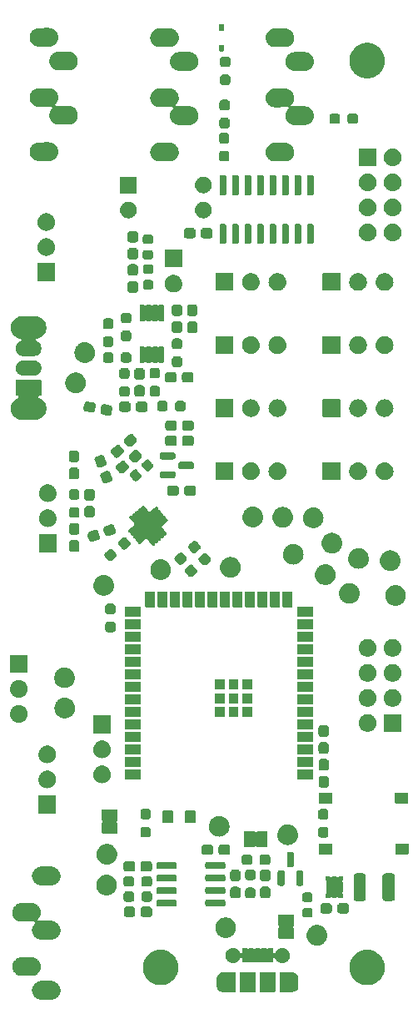
<source format=gbr>
G04 #@! TF.GenerationSoftware,KiCad,Pcbnew,8.0.3*
G04 #@! TF.CreationDate,2025-02-16T14:45:01-05:00*
G04 #@! TF.ProjectId,MEAP_Rev4c,4d454150-5f52-4657-9634-632e6b696361,rev?*
G04 #@! TF.SameCoordinates,Original*
G04 #@! TF.FileFunction,Soldermask,Top*
G04 #@! TF.FilePolarity,Negative*
%FSLAX46Y46*%
G04 Gerber Fmt 4.6, Leading zero omitted, Abs format (unit mm)*
G04 Created by KiCad (PCBNEW 8.0.3) date 2025-02-16 14:45:01*
%MOMM*%
%LPD*%
G01*
G04 APERTURE LIST*
G04 APERTURE END LIST*
G36*
X23049824Y-113209482D02*
G01*
X23112152Y-113211931D01*
X23117765Y-113212820D01*
X23133214Y-113213579D01*
X23174856Y-113221862D01*
X23261916Y-113235651D01*
X23289918Y-113244749D01*
X23316061Y-113249950D01*
X23352956Y-113265232D01*
X23403784Y-113281748D01*
X23451399Y-113306009D01*
X23488298Y-113321293D01*
X23510463Y-113336103D01*
X23536693Y-113349468D01*
X23607990Y-113401268D01*
X23643308Y-113424867D01*
X23650846Y-113432405D01*
X23657370Y-113437145D01*
X23762854Y-113542629D01*
X23767593Y-113549152D01*
X23775133Y-113556692D01*
X23798734Y-113592014D01*
X23850531Y-113663306D01*
X23863894Y-113689533D01*
X23878707Y-113711702D01*
X23893993Y-113748605D01*
X23918251Y-113796215D01*
X23934764Y-113847035D01*
X23950050Y-113883939D01*
X23955251Y-113910086D01*
X23964348Y-113938083D01*
X23978134Y-114025125D01*
X23986421Y-114066786D01*
X23986421Y-114077447D01*
X23987683Y-114085415D01*
X23987683Y-114234584D01*
X23986421Y-114242551D01*
X23986421Y-114253214D01*
X23978133Y-114294877D01*
X23964348Y-114381916D01*
X23955251Y-114409910D01*
X23950050Y-114436061D01*
X23934762Y-114472968D01*
X23918251Y-114523784D01*
X23893995Y-114571388D01*
X23878707Y-114608298D01*
X23863892Y-114630470D01*
X23850531Y-114656693D01*
X23798742Y-114727973D01*
X23775133Y-114763308D01*
X23767591Y-114770849D01*
X23762854Y-114777370D01*
X23657370Y-114882854D01*
X23650849Y-114887591D01*
X23643308Y-114895133D01*
X23607973Y-114918742D01*
X23536693Y-114970531D01*
X23510470Y-114983892D01*
X23488298Y-114998707D01*
X23451388Y-115013995D01*
X23403784Y-115038251D01*
X23352968Y-115054762D01*
X23316061Y-115070050D01*
X23289910Y-115075251D01*
X23261916Y-115084348D01*
X23174883Y-115098132D01*
X23133214Y-115106421D01*
X23122259Y-115106466D01*
X23114392Y-115107713D01*
X22042282Y-115110992D01*
X22042246Y-115110990D01*
X22040000Y-115111000D01*
X22030077Y-115110512D01*
X21967847Y-115108068D01*
X21962241Y-115107180D01*
X21946786Y-115106421D01*
X21905123Y-115098133D01*
X21818083Y-115084348D01*
X21790086Y-115075251D01*
X21763939Y-115070050D01*
X21727035Y-115054764D01*
X21676215Y-115038251D01*
X21628605Y-115013993D01*
X21591702Y-114998707D01*
X21569533Y-114983894D01*
X21543306Y-114970531D01*
X21472014Y-114918734D01*
X21436692Y-114895133D01*
X21429152Y-114887593D01*
X21422629Y-114882854D01*
X21317145Y-114777370D01*
X21312405Y-114770846D01*
X21304867Y-114763308D01*
X21281268Y-114727990D01*
X21229468Y-114656693D01*
X21216103Y-114630463D01*
X21201293Y-114608298D01*
X21186009Y-114571399D01*
X21161748Y-114523784D01*
X21145232Y-114472956D01*
X21129950Y-114436061D01*
X21124749Y-114409918D01*
X21115651Y-114381916D01*
X21101864Y-114294867D01*
X21093579Y-114253214D01*
X21093579Y-114242552D01*
X21092317Y-114234584D01*
X21092317Y-114085415D01*
X21093579Y-114077446D01*
X21093579Y-114066786D01*
X21101863Y-114025136D01*
X21115651Y-113938083D01*
X21124750Y-113910078D01*
X21129950Y-113883939D01*
X21145231Y-113847046D01*
X21161748Y-113796215D01*
X21186011Y-113748595D01*
X21201293Y-113711702D01*
X21216101Y-113689539D01*
X21229468Y-113663306D01*
X21281277Y-113591996D01*
X21304867Y-113556692D01*
X21312402Y-113549156D01*
X21317145Y-113542629D01*
X21422629Y-113437145D01*
X21429156Y-113432402D01*
X21436692Y-113424867D01*
X21471996Y-113401277D01*
X21543306Y-113349468D01*
X21569539Y-113336101D01*
X21591702Y-113321293D01*
X21628595Y-113306011D01*
X21676215Y-113281748D01*
X21727046Y-113265231D01*
X21763939Y-113249950D01*
X21790078Y-113244750D01*
X21818083Y-113235651D01*
X21905144Y-113221862D01*
X21946786Y-113213579D01*
X21957732Y-113213533D01*
X21965607Y-113212286D01*
X23037717Y-113209007D01*
X23037775Y-113209009D01*
X23040000Y-113209000D01*
X23049824Y-113209482D01*
G37*
G36*
X41749516Y-112334882D02*
G01*
X41766061Y-112345938D01*
X41777117Y-112362483D01*
X41780999Y-112382000D01*
X41780999Y-114282000D01*
X41777117Y-114301517D01*
X41766061Y-114318062D01*
X41749516Y-114329118D01*
X41729999Y-114333000D01*
X40529999Y-114333000D01*
X40514238Y-114329865D01*
X40466190Y-114329865D01*
X40341024Y-114304968D01*
X40223120Y-114256131D01*
X40117009Y-114185230D01*
X40026769Y-114094990D01*
X39955868Y-113988879D01*
X39907031Y-113870975D01*
X39882134Y-113745809D01*
X39878999Y-112982000D01*
X39882134Y-112918191D01*
X39907031Y-112793025D01*
X39955868Y-112675121D01*
X40026769Y-112569010D01*
X40117009Y-112478770D01*
X40223120Y-112407869D01*
X40341024Y-112359032D01*
X40466190Y-112334135D01*
X40514238Y-112334135D01*
X40529999Y-112331000D01*
X41729999Y-112331000D01*
X41749516Y-112334882D01*
G37*
G36*
X43799516Y-112334882D02*
G01*
X43816061Y-112345938D01*
X43827117Y-112362483D01*
X43830999Y-112382000D01*
X43830999Y-114282000D01*
X43827117Y-114301517D01*
X43816061Y-114318062D01*
X43799516Y-114329118D01*
X43779999Y-114333000D01*
X42279999Y-114333000D01*
X42260482Y-114329118D01*
X42243937Y-114318062D01*
X42232881Y-114301517D01*
X42228999Y-114282000D01*
X42228999Y-112382000D01*
X42232881Y-112362483D01*
X42243937Y-112345938D01*
X42260482Y-112334882D01*
X42279999Y-112331000D01*
X43779999Y-112331000D01*
X43799516Y-112334882D01*
G37*
G36*
X45799516Y-112334882D02*
G01*
X45816061Y-112345938D01*
X45827117Y-112362483D01*
X45830999Y-112382000D01*
X45830999Y-114282000D01*
X45827117Y-114301517D01*
X45816061Y-114318062D01*
X45799516Y-114329118D01*
X45779999Y-114333000D01*
X44279999Y-114333000D01*
X44260482Y-114329118D01*
X44243937Y-114318062D01*
X44232881Y-114301517D01*
X44228999Y-114282000D01*
X44228999Y-112382000D01*
X44232881Y-112362483D01*
X44243937Y-112345938D01*
X44260482Y-112334882D01*
X44279999Y-112331000D01*
X45779999Y-112331000D01*
X45799516Y-112334882D01*
G37*
G36*
X47545760Y-112334135D02*
G01*
X47593808Y-112334135D01*
X47718974Y-112359032D01*
X47836878Y-112407869D01*
X47942989Y-112478770D01*
X48033229Y-112569010D01*
X48104130Y-112675121D01*
X48152967Y-112793025D01*
X48177864Y-112918191D01*
X48180999Y-113682000D01*
X48177864Y-113745809D01*
X48152967Y-113870975D01*
X48104130Y-113988879D01*
X48033229Y-114094990D01*
X47942989Y-114185230D01*
X47836878Y-114256131D01*
X47718974Y-114304968D01*
X47593808Y-114329865D01*
X47545760Y-114329865D01*
X47529999Y-114333000D01*
X46329999Y-114333000D01*
X46310482Y-114329118D01*
X46293937Y-114318062D01*
X46282881Y-114301517D01*
X46278999Y-114282000D01*
X46278999Y-112382000D01*
X46282881Y-112362483D01*
X46293937Y-112345938D01*
X46310482Y-112334882D01*
X46329999Y-112331000D01*
X47529999Y-112331000D01*
X47545760Y-112334135D01*
G37*
G36*
X34225951Y-110044036D02*
G01*
X34294589Y-110044036D01*
X34356570Y-110053378D01*
X34416269Y-110057648D01*
X34487044Y-110073044D01*
X34560760Y-110084155D01*
X34614924Y-110100862D01*
X34667305Y-110112257D01*
X34741110Y-110139785D01*
X34817979Y-110163496D01*
X34863658Y-110185493D01*
X34908030Y-110202044D01*
X34982770Y-110242855D01*
X35060500Y-110280288D01*
X35097412Y-110305454D01*
X35133522Y-110325172D01*
X35206907Y-110380107D01*
X35282905Y-110431922D01*
X35311220Y-110458194D01*
X35339192Y-110479134D01*
X35408708Y-110548650D01*
X35480226Y-110615009D01*
X35500540Y-110640482D01*
X35520865Y-110660807D01*
X35583896Y-110745007D01*
X35648056Y-110825461D01*
X35661317Y-110848429D01*
X35674827Y-110866477D01*
X35728719Y-110965173D01*
X35782645Y-111058575D01*
X35790119Y-111077618D01*
X35797955Y-111091969D01*
X35840138Y-111205066D01*
X35880987Y-111309146D01*
X35884184Y-111323157D01*
X35887742Y-111332694D01*
X35915789Y-111461626D01*
X35940884Y-111571575D01*
X35941502Y-111579830D01*
X35942351Y-111583730D01*
X35953985Y-111746395D01*
X35961000Y-111840000D01*
X35953984Y-111933612D01*
X35942351Y-112096269D01*
X35941502Y-112100168D01*
X35940884Y-112108425D01*
X35915784Y-112218393D01*
X35887742Y-112347305D01*
X35884185Y-112356840D01*
X35880987Y-112370854D01*
X35840131Y-112474952D01*
X35797955Y-112588030D01*
X35790120Y-112602377D01*
X35782645Y-112621425D01*
X35728709Y-112714843D01*
X35674827Y-112813522D01*
X35661319Y-112831565D01*
X35648056Y-112854539D01*
X35583884Y-112935007D01*
X35520865Y-113019192D01*
X35500544Y-113039512D01*
X35480226Y-113064991D01*
X35408694Y-113131362D01*
X35339192Y-113200865D01*
X35311225Y-113221800D01*
X35282905Y-113248078D01*
X35206892Y-113299902D01*
X35133522Y-113354827D01*
X35097420Y-113374540D01*
X35060500Y-113399712D01*
X34982755Y-113437151D01*
X34908030Y-113477955D01*
X34863667Y-113494501D01*
X34817979Y-113516504D01*
X34741094Y-113540219D01*
X34667305Y-113567742D01*
X34614935Y-113579134D01*
X34560760Y-113595845D01*
X34487029Y-113606958D01*
X34416269Y-113622351D01*
X34356582Y-113626619D01*
X34294589Y-113635964D01*
X34225937Y-113635964D01*
X34160000Y-113640680D01*
X34094062Y-113635964D01*
X34025411Y-113635964D01*
X33963418Y-113626620D01*
X33903730Y-113622351D01*
X33832967Y-113606957D01*
X33759240Y-113595845D01*
X33705066Y-113579134D01*
X33652694Y-113567742D01*
X33578899Y-113540217D01*
X33502021Y-113516504D01*
X33456336Y-113494503D01*
X33411969Y-113477955D01*
X33337236Y-113437147D01*
X33259500Y-113399712D01*
X33222583Y-113374542D01*
X33186477Y-113354827D01*
X33113095Y-113299894D01*
X33037095Y-113248078D01*
X33008778Y-113221803D01*
X32980807Y-113200865D01*
X32911291Y-113131349D01*
X32839774Y-113064991D01*
X32819459Y-113039517D01*
X32799134Y-113019192D01*
X32736099Y-112934986D01*
X32671944Y-112854539D01*
X32658683Y-112831571D01*
X32645172Y-112813522D01*
X32591272Y-112714812D01*
X32537355Y-112621425D01*
X32529882Y-112602384D01*
X32522044Y-112588030D01*
X32479848Y-112474901D01*
X32439013Y-112370854D01*
X32435816Y-112356847D01*
X32432257Y-112347305D01*
X32404193Y-112218300D01*
X32379116Y-112108425D01*
X32378497Y-112100175D01*
X32377648Y-112096269D01*
X32365993Y-111933319D01*
X32359000Y-111840000D01*
X32365992Y-111746687D01*
X32377648Y-111583730D01*
X32378497Y-111579823D01*
X32379116Y-111571575D01*
X32404189Y-111461720D01*
X32432257Y-111332694D01*
X32435816Y-111323150D01*
X32439013Y-111309146D01*
X32479840Y-111205118D01*
X32522044Y-111091969D01*
X32529883Y-111077612D01*
X32537355Y-111058575D01*
X32591262Y-110965205D01*
X32645172Y-110866477D01*
X32658686Y-110848424D01*
X32671944Y-110825461D01*
X32736086Y-110745028D01*
X32799134Y-110660807D01*
X32819463Y-110640477D01*
X32839774Y-110615009D01*
X32911277Y-110548663D01*
X32980807Y-110479134D01*
X33008783Y-110458190D01*
X33037095Y-110431922D01*
X33113080Y-110380115D01*
X33186477Y-110325172D01*
X33222591Y-110305452D01*
X33259500Y-110280288D01*
X33337220Y-110242859D01*
X33411969Y-110202044D01*
X33456345Y-110185492D01*
X33502021Y-110163496D01*
X33578884Y-110139787D01*
X33652694Y-110112257D01*
X33705077Y-110100861D01*
X33759240Y-110084155D01*
X33832952Y-110073044D01*
X33903730Y-110057648D01*
X33963430Y-110053378D01*
X34025411Y-110044036D01*
X34094048Y-110044036D01*
X34160000Y-110039319D01*
X34225951Y-110044036D01*
G37*
G36*
X55225951Y-110044036D02*
G01*
X55294589Y-110044036D01*
X55356570Y-110053378D01*
X55416269Y-110057648D01*
X55487044Y-110073044D01*
X55560760Y-110084155D01*
X55614924Y-110100862D01*
X55667305Y-110112257D01*
X55741110Y-110139785D01*
X55817979Y-110163496D01*
X55863658Y-110185493D01*
X55908030Y-110202044D01*
X55982770Y-110242855D01*
X56060500Y-110280288D01*
X56097412Y-110305454D01*
X56133522Y-110325172D01*
X56206907Y-110380107D01*
X56282905Y-110431922D01*
X56311220Y-110458194D01*
X56339192Y-110479134D01*
X56408708Y-110548650D01*
X56480226Y-110615009D01*
X56500540Y-110640482D01*
X56520865Y-110660807D01*
X56583896Y-110745007D01*
X56648056Y-110825461D01*
X56661317Y-110848429D01*
X56674827Y-110866477D01*
X56728719Y-110965173D01*
X56782645Y-111058575D01*
X56790119Y-111077618D01*
X56797955Y-111091969D01*
X56840138Y-111205066D01*
X56880987Y-111309146D01*
X56884184Y-111323157D01*
X56887742Y-111332694D01*
X56915789Y-111461626D01*
X56940884Y-111571575D01*
X56941502Y-111579830D01*
X56942351Y-111583730D01*
X56953985Y-111746395D01*
X56961000Y-111840000D01*
X56953984Y-111933612D01*
X56942351Y-112096269D01*
X56941502Y-112100168D01*
X56940884Y-112108425D01*
X56915784Y-112218393D01*
X56887742Y-112347305D01*
X56884185Y-112356840D01*
X56880987Y-112370854D01*
X56840131Y-112474952D01*
X56797955Y-112588030D01*
X56790120Y-112602377D01*
X56782645Y-112621425D01*
X56728709Y-112714843D01*
X56674827Y-112813522D01*
X56661319Y-112831565D01*
X56648056Y-112854539D01*
X56583884Y-112935007D01*
X56520865Y-113019192D01*
X56500544Y-113039512D01*
X56480226Y-113064991D01*
X56408694Y-113131362D01*
X56339192Y-113200865D01*
X56311225Y-113221800D01*
X56282905Y-113248078D01*
X56206892Y-113299902D01*
X56133522Y-113354827D01*
X56097420Y-113374540D01*
X56060500Y-113399712D01*
X55982755Y-113437151D01*
X55908030Y-113477955D01*
X55863667Y-113494501D01*
X55817979Y-113516504D01*
X55741094Y-113540219D01*
X55667305Y-113567742D01*
X55614935Y-113579134D01*
X55560760Y-113595845D01*
X55487029Y-113606958D01*
X55416269Y-113622351D01*
X55356582Y-113626619D01*
X55294589Y-113635964D01*
X55225937Y-113635964D01*
X55160000Y-113640680D01*
X55094062Y-113635964D01*
X55025411Y-113635964D01*
X54963418Y-113626620D01*
X54903730Y-113622351D01*
X54832967Y-113606957D01*
X54759240Y-113595845D01*
X54705066Y-113579134D01*
X54652694Y-113567742D01*
X54578899Y-113540217D01*
X54502021Y-113516504D01*
X54456336Y-113494503D01*
X54411969Y-113477955D01*
X54337236Y-113437147D01*
X54259500Y-113399712D01*
X54222583Y-113374542D01*
X54186477Y-113354827D01*
X54113095Y-113299894D01*
X54037095Y-113248078D01*
X54008778Y-113221803D01*
X53980807Y-113200865D01*
X53911291Y-113131349D01*
X53839774Y-113064991D01*
X53819459Y-113039517D01*
X53799134Y-113019192D01*
X53736099Y-112934986D01*
X53671944Y-112854539D01*
X53658683Y-112831571D01*
X53645172Y-112813522D01*
X53591272Y-112714812D01*
X53537355Y-112621425D01*
X53529882Y-112602384D01*
X53522044Y-112588030D01*
X53479848Y-112474901D01*
X53439013Y-112370854D01*
X53435816Y-112356847D01*
X53432257Y-112347305D01*
X53404193Y-112218300D01*
X53379116Y-112108425D01*
X53378497Y-112100175D01*
X53377648Y-112096269D01*
X53365993Y-111933319D01*
X53359000Y-111840000D01*
X53365992Y-111746687D01*
X53377648Y-111583730D01*
X53378497Y-111579823D01*
X53379116Y-111571575D01*
X53404189Y-111461720D01*
X53432257Y-111332694D01*
X53435816Y-111323150D01*
X53439013Y-111309146D01*
X53479840Y-111205118D01*
X53522044Y-111091969D01*
X53529883Y-111077612D01*
X53537355Y-111058575D01*
X53591262Y-110965205D01*
X53645172Y-110866477D01*
X53658686Y-110848424D01*
X53671944Y-110825461D01*
X53736086Y-110745028D01*
X53799134Y-110660807D01*
X53819463Y-110640477D01*
X53839774Y-110615009D01*
X53911277Y-110548663D01*
X53980807Y-110479134D01*
X54008783Y-110458190D01*
X54037095Y-110431922D01*
X54113080Y-110380115D01*
X54186477Y-110325172D01*
X54222591Y-110305452D01*
X54259500Y-110280288D01*
X54337220Y-110242859D01*
X54411969Y-110202044D01*
X54456345Y-110185492D01*
X54502021Y-110163496D01*
X54578884Y-110139787D01*
X54652694Y-110112257D01*
X54705077Y-110100861D01*
X54759240Y-110084155D01*
X54832952Y-110073044D01*
X54903730Y-110057648D01*
X54963430Y-110053378D01*
X55025411Y-110044036D01*
X55094048Y-110044036D01*
X55160000Y-110039319D01*
X55225951Y-110044036D01*
G37*
G36*
X21049825Y-110809483D02*
G01*
X21112153Y-110811932D01*
X21117766Y-110812821D01*
X21133215Y-110813580D01*
X21174857Y-110821863D01*
X21261917Y-110835652D01*
X21289919Y-110844750D01*
X21316062Y-110849951D01*
X21352957Y-110865233D01*
X21403785Y-110881749D01*
X21451400Y-110906010D01*
X21488299Y-110921294D01*
X21510464Y-110936104D01*
X21536694Y-110949469D01*
X21607991Y-111001269D01*
X21643309Y-111024868D01*
X21650847Y-111032406D01*
X21657371Y-111037146D01*
X21762855Y-111142630D01*
X21767594Y-111149153D01*
X21775134Y-111156693D01*
X21798735Y-111192015D01*
X21850532Y-111263307D01*
X21863895Y-111289534D01*
X21878708Y-111311703D01*
X21893994Y-111348606D01*
X21918252Y-111396216D01*
X21934765Y-111447036D01*
X21950051Y-111483940D01*
X21955252Y-111510087D01*
X21964349Y-111538084D01*
X21978135Y-111625126D01*
X21986422Y-111666787D01*
X21986422Y-111677448D01*
X21987684Y-111685416D01*
X21987684Y-111834585D01*
X21986422Y-111842552D01*
X21986422Y-111853215D01*
X21978134Y-111894878D01*
X21964349Y-111981917D01*
X21955252Y-112009911D01*
X21950051Y-112036062D01*
X21934763Y-112072969D01*
X21918252Y-112123785D01*
X21893996Y-112171389D01*
X21878708Y-112208299D01*
X21863893Y-112230471D01*
X21850532Y-112256694D01*
X21798743Y-112327974D01*
X21775134Y-112363309D01*
X21767592Y-112370850D01*
X21762855Y-112377371D01*
X21657371Y-112482855D01*
X21650850Y-112487592D01*
X21643309Y-112495134D01*
X21607974Y-112518743D01*
X21536694Y-112570532D01*
X21510471Y-112583893D01*
X21488299Y-112598708D01*
X21451389Y-112613996D01*
X21403785Y-112638252D01*
X21352969Y-112654763D01*
X21316062Y-112670051D01*
X21289911Y-112675252D01*
X21261917Y-112684349D01*
X21174884Y-112698133D01*
X21133215Y-112706422D01*
X21122260Y-112706467D01*
X21114393Y-112707714D01*
X20042283Y-112710993D01*
X20042247Y-112710991D01*
X20040001Y-112711001D01*
X20030078Y-112710513D01*
X19967848Y-112708069D01*
X19962242Y-112707181D01*
X19946787Y-112706422D01*
X19905124Y-112698134D01*
X19818084Y-112684349D01*
X19790087Y-112675252D01*
X19763940Y-112670051D01*
X19727036Y-112654765D01*
X19676216Y-112638252D01*
X19628606Y-112613994D01*
X19591703Y-112598708D01*
X19569534Y-112583895D01*
X19543307Y-112570532D01*
X19472015Y-112518735D01*
X19436693Y-112495134D01*
X19429153Y-112487594D01*
X19422630Y-112482855D01*
X19317146Y-112377371D01*
X19312406Y-112370847D01*
X19304868Y-112363309D01*
X19281269Y-112327991D01*
X19229469Y-112256694D01*
X19216104Y-112230464D01*
X19201294Y-112208299D01*
X19186010Y-112171400D01*
X19161749Y-112123785D01*
X19145233Y-112072957D01*
X19129951Y-112036062D01*
X19124750Y-112009919D01*
X19115652Y-111981917D01*
X19101865Y-111894868D01*
X19093580Y-111853215D01*
X19093580Y-111842553D01*
X19092318Y-111834585D01*
X19092318Y-111685416D01*
X19093580Y-111677447D01*
X19093580Y-111666787D01*
X19101864Y-111625137D01*
X19115652Y-111538084D01*
X19124751Y-111510079D01*
X19129951Y-111483940D01*
X19145232Y-111447047D01*
X19161749Y-111396216D01*
X19186012Y-111348596D01*
X19201294Y-111311703D01*
X19216102Y-111289540D01*
X19229469Y-111263307D01*
X19281278Y-111191997D01*
X19304868Y-111156693D01*
X19312403Y-111149157D01*
X19317146Y-111142630D01*
X19422630Y-111037146D01*
X19429157Y-111032403D01*
X19436693Y-111024868D01*
X19471997Y-111001278D01*
X19543307Y-110949469D01*
X19569540Y-110936102D01*
X19591703Y-110921294D01*
X19628596Y-110906012D01*
X19676216Y-110881749D01*
X19727047Y-110865232D01*
X19763940Y-110849951D01*
X19790079Y-110844751D01*
X19818084Y-110835652D01*
X19905145Y-110821863D01*
X19946787Y-110813580D01*
X19957733Y-110813534D01*
X19965608Y-110812287D01*
X21037718Y-110809008D01*
X21037776Y-110809010D01*
X21040001Y-110809001D01*
X21049825Y-110809483D01*
G37*
G36*
X46573807Y-109860936D02*
G01*
X46611038Y-109860936D01*
X46653037Y-109869863D01*
X46702675Y-109875456D01*
X46738768Y-109888085D01*
X46769586Y-109894636D01*
X46813996Y-109914408D01*
X46866693Y-109932848D01*
X46894122Y-109950082D01*
X46917654Y-109960560D01*
X46961535Y-109992442D01*
X47013827Y-110025299D01*
X47032604Y-110044076D01*
X47048783Y-110055831D01*
X47088784Y-110100256D01*
X47136700Y-110148172D01*
X47147719Y-110165709D01*
X47157241Y-110176284D01*
X47189806Y-110232689D01*
X47229151Y-110295306D01*
X47234064Y-110309348D01*
X47238280Y-110316650D01*
X47259868Y-110383092D01*
X47286543Y-110459324D01*
X47287554Y-110468299D01*
X47288368Y-110470804D01*
X47295745Y-110541001D01*
X47305999Y-110632000D01*
X47295745Y-110723005D01*
X47288368Y-110793195D01*
X47287554Y-110795698D01*
X47286543Y-110804676D01*
X47259864Y-110880920D01*
X47238280Y-110947349D01*
X47234065Y-110954648D01*
X47229151Y-110968694D01*
X47189798Y-111031322D01*
X47157241Y-111087715D01*
X47147721Y-111098286D01*
X47136700Y-111115828D01*
X47088775Y-111163752D01*
X47048783Y-111208168D01*
X47032608Y-111219919D01*
X47013827Y-111238701D01*
X46961525Y-111271564D01*
X46917654Y-111303439D01*
X46894127Y-111313913D01*
X46866693Y-111331152D01*
X46813986Y-111349594D01*
X46769586Y-111369363D01*
X46738774Y-111375912D01*
X46702675Y-111388544D01*
X46653034Y-111394137D01*
X46611038Y-111403064D01*
X46573807Y-111403064D01*
X46529999Y-111408000D01*
X46486191Y-111403064D01*
X46448960Y-111403064D01*
X46406962Y-111394137D01*
X46357323Y-111388544D01*
X46321224Y-111375912D01*
X46290411Y-111369363D01*
X46246007Y-111349593D01*
X46193305Y-111331152D01*
X46165872Y-111313915D01*
X46142343Y-111303439D01*
X46098465Y-111271559D01*
X46046171Y-111238701D01*
X46027392Y-111219922D01*
X46011214Y-111208168D01*
X45971212Y-111163742D01*
X45923298Y-111115828D01*
X45912278Y-111098290D01*
X45902756Y-111087715D01*
X45870185Y-111031300D01*
X45830847Y-110968694D01*
X45825934Y-110954653D01*
X45821711Y-110947339D01*
X45799892Y-110880229D01*
X45791285Y-110855631D01*
X45580999Y-110888957D01*
X45580999Y-111307000D01*
X45577117Y-111326517D01*
X45566061Y-111343062D01*
X45549516Y-111354118D01*
X45529999Y-111358000D01*
X45129999Y-111358000D01*
X45110482Y-111354118D01*
X45093937Y-111343062D01*
X45082881Y-111326517D01*
X45081644Y-111320298D01*
X45071851Y-111305627D01*
X44938147Y-111305627D01*
X44928354Y-111320297D01*
X44927117Y-111326517D01*
X44916061Y-111343062D01*
X44899516Y-111354118D01*
X44879999Y-111358000D01*
X44479999Y-111358000D01*
X44460482Y-111354118D01*
X44443937Y-111343062D01*
X44432881Y-111326517D01*
X44431644Y-111320298D01*
X44421851Y-111305627D01*
X44288147Y-111305627D01*
X44278354Y-111320297D01*
X44277117Y-111326517D01*
X44266061Y-111343062D01*
X44249516Y-111354118D01*
X44229999Y-111358000D01*
X43829999Y-111358000D01*
X43810482Y-111354118D01*
X43793937Y-111343062D01*
X43782881Y-111326517D01*
X43781644Y-111320298D01*
X43771851Y-111305627D01*
X43638147Y-111305627D01*
X43628354Y-111320297D01*
X43627117Y-111326517D01*
X43616061Y-111343062D01*
X43599516Y-111354118D01*
X43579999Y-111358000D01*
X43179999Y-111358000D01*
X43160482Y-111354118D01*
X43143937Y-111343062D01*
X43132881Y-111326517D01*
X43131644Y-111320298D01*
X43121851Y-111305627D01*
X42988147Y-111305627D01*
X42978354Y-111320297D01*
X42977117Y-111326517D01*
X42966061Y-111343062D01*
X42949516Y-111354118D01*
X42929999Y-111358000D01*
X42529999Y-111358000D01*
X42510482Y-111354118D01*
X42493937Y-111343062D01*
X42482881Y-111326517D01*
X42478999Y-111307000D01*
X42478999Y-110888926D01*
X42268704Y-110855656D01*
X42259453Y-110882094D01*
X42238269Y-110947370D01*
X42234064Y-110954653D01*
X42229151Y-110968694D01*
X42189804Y-111031313D01*
X42157241Y-111087715D01*
X42147721Y-111098286D01*
X42136700Y-111115828D01*
X42088775Y-111163752D01*
X42048783Y-111208168D01*
X42032608Y-111219919D01*
X42013827Y-111238701D01*
X41961525Y-111271564D01*
X41917654Y-111303439D01*
X41894127Y-111313913D01*
X41866693Y-111331152D01*
X41813986Y-111349594D01*
X41769586Y-111369363D01*
X41738774Y-111375912D01*
X41702675Y-111388544D01*
X41653034Y-111394137D01*
X41611038Y-111403064D01*
X41573807Y-111403064D01*
X41529999Y-111408000D01*
X41486191Y-111403064D01*
X41448960Y-111403064D01*
X41406962Y-111394137D01*
X41357323Y-111388544D01*
X41321224Y-111375912D01*
X41290411Y-111369363D01*
X41246007Y-111349593D01*
X41193305Y-111331152D01*
X41165872Y-111313915D01*
X41142343Y-111303439D01*
X41098465Y-111271559D01*
X41046171Y-111238701D01*
X41027392Y-111219922D01*
X41011214Y-111208168D01*
X40971212Y-111163742D01*
X40923298Y-111115828D01*
X40912278Y-111098290D01*
X40902756Y-111087715D01*
X40870186Y-111031302D01*
X40830847Y-110968694D01*
X40825933Y-110954652D01*
X40821717Y-110947349D01*
X40800119Y-110880880D01*
X40773455Y-110804676D01*
X40772444Y-110795703D01*
X40771629Y-110793195D01*
X40764238Y-110722873D01*
X40753999Y-110632000D01*
X40764237Y-110541133D01*
X40771629Y-110470804D01*
X40772444Y-110468295D01*
X40773455Y-110459324D01*
X40800115Y-110383132D01*
X40821717Y-110316650D01*
X40825934Y-110309344D01*
X40830847Y-110295306D01*
X40870179Y-110232708D01*
X40902756Y-110176284D01*
X40912280Y-110165706D01*
X40923298Y-110148172D01*
X40971202Y-110100267D01*
X41011213Y-110055832D01*
X41027394Y-110044075D01*
X41046171Y-110025299D01*
X41098458Y-109992444D01*
X41142345Y-109960559D01*
X41165878Y-109950081D01*
X41193305Y-109932848D01*
X41245996Y-109914410D01*
X41290411Y-109894636D01*
X41321230Y-109888085D01*
X41357323Y-109875456D01*
X41406959Y-109869863D01*
X41448960Y-109860936D01*
X41486191Y-109860936D01*
X41529999Y-109856000D01*
X41573807Y-109860936D01*
X41611038Y-109860936D01*
X41653037Y-109869863D01*
X41702675Y-109875456D01*
X41738768Y-109888085D01*
X41769586Y-109894636D01*
X41813996Y-109914408D01*
X41866693Y-109932848D01*
X41894122Y-109950082D01*
X41917654Y-109960560D01*
X41961535Y-109992442D01*
X42013827Y-110025299D01*
X42032604Y-110044076D01*
X42048783Y-110055831D01*
X42088784Y-110100256D01*
X42136700Y-110148172D01*
X42147719Y-110165709D01*
X42157241Y-110176284D01*
X42189808Y-110232693D01*
X42229151Y-110295306D01*
X42234063Y-110309346D01*
X42238280Y-110316649D01*
X42259834Y-110382995D01*
X42268708Y-110408356D01*
X42478999Y-110375053D01*
X42478999Y-109969310D01*
X42478999Y-109957000D01*
X42482881Y-109937483D01*
X42493937Y-109920938D01*
X42510482Y-109909882D01*
X42529999Y-109906000D01*
X42929999Y-109906000D01*
X42949516Y-109909882D01*
X42966061Y-109920938D01*
X42977117Y-109937483D01*
X42978339Y-109943629D01*
X42988192Y-109958372D01*
X43121806Y-109958372D01*
X43131658Y-109943628D01*
X43132881Y-109937483D01*
X43143937Y-109920938D01*
X43160482Y-109909882D01*
X43179999Y-109906000D01*
X43579999Y-109906000D01*
X43599516Y-109909882D01*
X43616061Y-109920938D01*
X43627117Y-109937483D01*
X43628339Y-109943629D01*
X43638192Y-109958372D01*
X43771806Y-109958372D01*
X43781658Y-109943628D01*
X43782881Y-109937483D01*
X43793937Y-109920938D01*
X43810482Y-109909882D01*
X43829999Y-109906000D01*
X44229999Y-109906000D01*
X44249516Y-109909882D01*
X44266061Y-109920938D01*
X44277117Y-109937483D01*
X44278339Y-109943629D01*
X44288192Y-109958372D01*
X44421806Y-109958372D01*
X44431658Y-109943628D01*
X44432881Y-109937483D01*
X44443937Y-109920938D01*
X44460482Y-109909882D01*
X44479999Y-109906000D01*
X44879999Y-109906000D01*
X44899516Y-109909882D01*
X44916061Y-109920938D01*
X44927117Y-109937483D01*
X44928339Y-109943629D01*
X44938192Y-109958372D01*
X45071806Y-109958372D01*
X45081658Y-109943628D01*
X45082881Y-109937483D01*
X45093937Y-109920938D01*
X45110482Y-109909882D01*
X45129999Y-109906000D01*
X45529999Y-109906000D01*
X45549516Y-109909882D01*
X45566061Y-109920938D01*
X45577117Y-109937483D01*
X45580999Y-109957000D01*
X45580999Y-110375049D01*
X45791286Y-110408364D01*
X45800021Y-110383400D01*
X45821714Y-110316654D01*
X45825935Y-110309341D01*
X45830847Y-110295306D01*
X45870176Y-110232714D01*
X45902756Y-110176284D01*
X45912280Y-110165706D01*
X45923298Y-110148172D01*
X45971202Y-110100267D01*
X46011213Y-110055832D01*
X46027394Y-110044075D01*
X46046171Y-110025299D01*
X46098458Y-109992444D01*
X46142345Y-109960559D01*
X46165878Y-109950081D01*
X46193305Y-109932848D01*
X46245996Y-109914410D01*
X46290411Y-109894636D01*
X46321230Y-109888085D01*
X46357323Y-109875456D01*
X46406959Y-109869863D01*
X46448960Y-109860936D01*
X46486191Y-109860936D01*
X46529999Y-109856000D01*
X46573807Y-109860936D01*
G37*
G36*
X50110938Y-107534017D02*
G01*
X50156923Y-107534017D01*
X50208139Y-107543590D01*
X50265040Y-107549195D01*
X50308261Y-107562306D01*
X50347474Y-107569636D01*
X50401785Y-107590676D01*
X50462200Y-107609003D01*
X50496720Y-107627454D01*
X50528232Y-107639662D01*
X50582977Y-107673559D01*
X50643904Y-107706125D01*
X50669506Y-107727136D01*
X50693048Y-107741713D01*
X50745212Y-107789267D01*
X50803169Y-107836831D01*
X50820342Y-107857757D01*
X50836301Y-107872305D01*
X50882629Y-107933653D01*
X50933875Y-107996096D01*
X50943783Y-108014634D01*
X50953122Y-108027000D01*
X50990274Y-108101613D01*
X51030997Y-108177800D01*
X51035340Y-108192117D01*
X51039528Y-108200528D01*
X51064267Y-108287476D01*
X51090805Y-108374960D01*
X51091676Y-108383811D01*
X51092577Y-108386975D01*
X51101938Y-108488002D01*
X51111000Y-108580000D01*
X51101938Y-108672005D01*
X51092577Y-108773024D01*
X51091676Y-108776187D01*
X51090805Y-108785040D01*
X51064262Y-108872538D01*
X51039528Y-108959471D01*
X51035341Y-108967879D01*
X51030997Y-108982200D01*
X50990267Y-109058399D01*
X50953122Y-109132999D01*
X50943785Y-109145362D01*
X50933875Y-109163904D01*
X50882620Y-109226357D01*
X50836301Y-109287694D01*
X50820345Y-109302238D01*
X50803169Y-109323169D01*
X50745201Y-109370741D01*
X50693048Y-109418286D01*
X50669511Y-109432859D01*
X50643904Y-109453875D01*
X50582965Y-109486447D01*
X50528232Y-109520337D01*
X50496726Y-109532542D01*
X50462200Y-109550997D01*
X50401773Y-109569327D01*
X50347474Y-109590363D01*
X50308268Y-109597691D01*
X50265040Y-109610805D01*
X50208136Y-109616409D01*
X50156923Y-109625983D01*
X50110938Y-109625983D01*
X50060000Y-109631000D01*
X50009062Y-109625983D01*
X49963077Y-109625983D01*
X49911863Y-109616409D01*
X49854960Y-109610805D01*
X49811732Y-109597692D01*
X49772525Y-109590363D01*
X49718221Y-109569325D01*
X49657800Y-109550997D01*
X49623275Y-109532543D01*
X49591767Y-109520337D01*
X49537027Y-109486443D01*
X49476096Y-109453875D01*
X49450491Y-109432861D01*
X49426951Y-109418286D01*
X49374788Y-109370733D01*
X49316831Y-109323169D01*
X49299656Y-109302242D01*
X49283698Y-109287694D01*
X49237367Y-109226342D01*
X49186125Y-109163904D01*
X49176216Y-109145366D01*
X49166877Y-109132999D01*
X49129717Y-109058372D01*
X49089003Y-108982200D01*
X49084660Y-108967884D01*
X49080471Y-108959471D01*
X49055721Y-108872485D01*
X49029195Y-108785040D01*
X49028323Y-108776192D01*
X49027422Y-108773024D01*
X49018044Y-108671833D01*
X49009000Y-108580000D01*
X49018044Y-108488173D01*
X49027422Y-108386975D01*
X49028323Y-108383805D01*
X49029195Y-108374960D01*
X49055716Y-108287529D01*
X49080471Y-108200528D01*
X49084661Y-108192112D01*
X49089003Y-108177800D01*
X49129710Y-108101641D01*
X49166877Y-108027000D01*
X49176218Y-108014629D01*
X49186125Y-107996096D01*
X49237357Y-107933668D01*
X49283698Y-107872305D01*
X49299660Y-107857753D01*
X49316831Y-107836831D01*
X49374777Y-107789275D01*
X49426951Y-107741713D01*
X49450496Y-107727134D01*
X49476096Y-107706125D01*
X49537015Y-107673563D01*
X49591767Y-107639662D01*
X49623282Y-107627452D01*
X49657800Y-107609003D01*
X49718209Y-107590677D01*
X49772525Y-107569636D01*
X49811739Y-107562305D01*
X49854960Y-107549195D01*
X49911860Y-107543590D01*
X49963077Y-107534017D01*
X50009062Y-107534017D01*
X50060000Y-107529000D01*
X50110938Y-107534017D01*
G37*
G36*
X21049825Y-105309483D02*
G01*
X21112153Y-105311932D01*
X21117766Y-105312821D01*
X21133215Y-105313580D01*
X21174857Y-105321863D01*
X21261917Y-105335652D01*
X21289919Y-105344750D01*
X21316062Y-105349951D01*
X21352957Y-105365233D01*
X21403785Y-105381749D01*
X21451400Y-105406010D01*
X21488299Y-105421294D01*
X21510464Y-105436104D01*
X21536694Y-105449469D01*
X21607991Y-105501269D01*
X21643309Y-105524868D01*
X21650847Y-105532406D01*
X21657371Y-105537146D01*
X21762855Y-105642630D01*
X21767594Y-105649153D01*
X21775134Y-105656693D01*
X21798735Y-105692015D01*
X21850532Y-105763307D01*
X21863895Y-105789534D01*
X21878708Y-105811703D01*
X21893994Y-105848606D01*
X21918252Y-105896216D01*
X21934765Y-105947036D01*
X21950051Y-105983940D01*
X21955252Y-106010087D01*
X21964349Y-106038084D01*
X21978135Y-106125126D01*
X21986422Y-106166787D01*
X21986422Y-106177448D01*
X21987684Y-106185416D01*
X21987684Y-106334585D01*
X21986422Y-106342552D01*
X21986422Y-106353215D01*
X21978134Y-106394878D01*
X21964349Y-106481917D01*
X21955252Y-106509911D01*
X21950051Y-106536062D01*
X21934763Y-106572969D01*
X21918252Y-106623785D01*
X21893996Y-106671389D01*
X21878708Y-106708299D01*
X21863893Y-106730471D01*
X21850532Y-106756694D01*
X21798749Y-106827966D01*
X21775134Y-106863309D01*
X21767589Y-106870853D01*
X21762852Y-106877374D01*
X21653388Y-106986837D01*
X21735847Y-107148676D01*
X21905145Y-107121862D01*
X21946786Y-107113579D01*
X21957731Y-107113533D01*
X21965606Y-107112286D01*
X23037717Y-107109007D01*
X23037775Y-107109009D01*
X23040000Y-107109000D01*
X23049824Y-107109482D01*
X23112152Y-107111931D01*
X23117765Y-107112820D01*
X23133214Y-107113579D01*
X23174856Y-107121862D01*
X23261916Y-107135651D01*
X23289918Y-107144749D01*
X23316061Y-107149950D01*
X23352956Y-107165232D01*
X23403784Y-107181748D01*
X23451399Y-107206009D01*
X23488298Y-107221293D01*
X23510463Y-107236103D01*
X23536693Y-107249468D01*
X23607990Y-107301268D01*
X23643308Y-107324867D01*
X23650846Y-107332405D01*
X23657370Y-107337145D01*
X23762854Y-107442629D01*
X23767593Y-107449152D01*
X23775133Y-107456692D01*
X23798734Y-107492014D01*
X23850531Y-107563306D01*
X23863894Y-107589533D01*
X23878707Y-107611702D01*
X23893993Y-107648605D01*
X23918251Y-107696215D01*
X23934764Y-107747035D01*
X23950050Y-107783939D01*
X23955251Y-107810086D01*
X23964348Y-107838083D01*
X23978134Y-107925125D01*
X23986421Y-107966786D01*
X23986421Y-107977447D01*
X23987683Y-107985415D01*
X23987683Y-108134584D01*
X23986421Y-108142551D01*
X23986421Y-108153214D01*
X23978133Y-108194877D01*
X23964348Y-108281916D01*
X23955251Y-108309910D01*
X23950050Y-108336061D01*
X23934762Y-108372968D01*
X23918251Y-108423784D01*
X23893995Y-108471388D01*
X23878707Y-108508298D01*
X23863892Y-108530470D01*
X23850531Y-108556693D01*
X23798742Y-108627973D01*
X23775133Y-108663308D01*
X23767591Y-108670849D01*
X23762854Y-108677370D01*
X23657370Y-108782854D01*
X23650849Y-108787591D01*
X23643308Y-108795133D01*
X23607973Y-108818742D01*
X23536693Y-108870531D01*
X23510470Y-108883892D01*
X23488298Y-108898707D01*
X23451388Y-108913995D01*
X23403784Y-108938251D01*
X23352968Y-108954762D01*
X23316061Y-108970050D01*
X23289910Y-108975251D01*
X23261916Y-108984348D01*
X23174883Y-108998132D01*
X23133214Y-109006421D01*
X23122259Y-109006466D01*
X23114392Y-109007713D01*
X22042282Y-109010992D01*
X22042246Y-109010990D01*
X22040000Y-109011000D01*
X22030077Y-109010512D01*
X21967847Y-109008068D01*
X21962241Y-109007180D01*
X21946786Y-109006421D01*
X21905123Y-108998133D01*
X21818083Y-108984348D01*
X21790086Y-108975251D01*
X21763939Y-108970050D01*
X21727035Y-108954764D01*
X21676215Y-108938251D01*
X21628605Y-108913993D01*
X21591702Y-108898707D01*
X21569533Y-108883894D01*
X21543306Y-108870531D01*
X21472014Y-108818734D01*
X21436692Y-108795133D01*
X21429152Y-108787593D01*
X21422629Y-108782854D01*
X21317145Y-108677370D01*
X21312405Y-108670846D01*
X21304867Y-108663308D01*
X21281268Y-108627990D01*
X21229468Y-108556693D01*
X21216103Y-108530463D01*
X21201293Y-108508298D01*
X21186009Y-108471399D01*
X21161748Y-108423784D01*
X21145232Y-108372956D01*
X21129950Y-108336061D01*
X21124749Y-108309918D01*
X21115651Y-108281916D01*
X21101864Y-108194867D01*
X21093579Y-108153214D01*
X21093579Y-108142552D01*
X21092317Y-108134584D01*
X21092317Y-107985415D01*
X21093579Y-107977446D01*
X21093579Y-107966786D01*
X21101863Y-107925136D01*
X21115651Y-107838083D01*
X21124750Y-107810078D01*
X21129950Y-107783939D01*
X21145231Y-107747046D01*
X21161748Y-107696215D01*
X21186011Y-107648595D01*
X21201293Y-107611702D01*
X21216101Y-107589539D01*
X21229468Y-107563306D01*
X21281276Y-107491997D01*
X21304867Y-107456692D01*
X21312402Y-107449156D01*
X21317148Y-107442625D01*
X21426612Y-107333160D01*
X21344151Y-107171324D01*
X21174889Y-107198132D01*
X21133215Y-107206422D01*
X21122260Y-107206467D01*
X21114393Y-107207714D01*
X20042283Y-107210993D01*
X20042247Y-107210991D01*
X20040001Y-107211001D01*
X20030078Y-107210513D01*
X19967848Y-107208069D01*
X19962242Y-107207181D01*
X19946787Y-107206422D01*
X19905124Y-107198134D01*
X19818084Y-107184349D01*
X19790087Y-107175252D01*
X19763940Y-107170051D01*
X19727036Y-107154765D01*
X19676216Y-107138252D01*
X19628606Y-107113994D01*
X19591703Y-107098708D01*
X19569534Y-107083895D01*
X19543307Y-107070532D01*
X19472015Y-107018735D01*
X19436693Y-106995134D01*
X19429153Y-106987594D01*
X19422630Y-106982855D01*
X19317146Y-106877371D01*
X19312406Y-106870847D01*
X19304868Y-106863309D01*
X19281269Y-106827991D01*
X19229469Y-106756694D01*
X19216104Y-106730464D01*
X19201294Y-106708299D01*
X19186010Y-106671400D01*
X19161749Y-106623785D01*
X19145233Y-106572957D01*
X19129951Y-106536062D01*
X19124750Y-106509919D01*
X19115652Y-106481917D01*
X19101865Y-106394868D01*
X19093580Y-106353215D01*
X19093580Y-106342553D01*
X19092318Y-106334585D01*
X19092318Y-106185416D01*
X19093580Y-106177447D01*
X19093580Y-106166787D01*
X19101864Y-106125137D01*
X19115652Y-106038084D01*
X19124751Y-106010079D01*
X19129951Y-105983940D01*
X19145232Y-105947047D01*
X19161749Y-105896216D01*
X19186012Y-105848596D01*
X19201294Y-105811703D01*
X19216102Y-105789540D01*
X19229469Y-105763307D01*
X19281278Y-105691997D01*
X19304868Y-105656693D01*
X19312403Y-105649157D01*
X19317146Y-105642630D01*
X19422630Y-105537146D01*
X19429157Y-105532403D01*
X19436693Y-105524868D01*
X19471997Y-105501278D01*
X19543307Y-105449469D01*
X19569540Y-105436102D01*
X19591703Y-105421294D01*
X19628596Y-105406012D01*
X19676216Y-105381749D01*
X19727047Y-105365232D01*
X19763940Y-105349951D01*
X19790079Y-105344751D01*
X19818084Y-105335652D01*
X19905145Y-105321863D01*
X19946787Y-105313580D01*
X19957733Y-105313534D01*
X19965608Y-105312287D01*
X21037718Y-105309008D01*
X21037776Y-105309010D01*
X21040001Y-105309001D01*
X21049825Y-105309483D01*
G37*
G36*
X47709517Y-106512882D02*
G01*
X47726062Y-106523938D01*
X47737118Y-106540483D01*
X47741000Y-106560000D01*
X47741000Y-107560000D01*
X47737118Y-107579517D01*
X47726062Y-107596062D01*
X47709517Y-107607118D01*
X47703359Y-107608342D01*
X47651211Y-107643187D01*
X47651211Y-107776815D01*
X47703361Y-107811659D01*
X47709517Y-107812884D01*
X47726062Y-107823940D01*
X47737118Y-107840485D01*
X47741000Y-107860002D01*
X47741000Y-108860002D01*
X47737118Y-108879519D01*
X47726062Y-108896064D01*
X47709517Y-108907120D01*
X47690000Y-108911002D01*
X46190000Y-108911002D01*
X46170483Y-108907120D01*
X46153938Y-108896064D01*
X46142882Y-108879519D01*
X46139000Y-108860002D01*
X46139000Y-107860002D01*
X46142882Y-107840485D01*
X46153938Y-107823940D01*
X46170483Y-107812884D01*
X46176636Y-107811660D01*
X46228788Y-107776814D01*
X46228788Y-107643188D01*
X46176638Y-107608342D01*
X46170483Y-107607118D01*
X46153938Y-107596062D01*
X46142882Y-107579517D01*
X46139000Y-107560000D01*
X46139000Y-106560000D01*
X46142882Y-106540483D01*
X46153938Y-106523938D01*
X46170483Y-106512882D01*
X46190000Y-106509000D01*
X47690000Y-106509000D01*
X47709517Y-106512882D01*
G37*
G36*
X40830938Y-106764017D02*
G01*
X40876923Y-106764017D01*
X40928139Y-106773590D01*
X40985040Y-106779195D01*
X41028261Y-106792306D01*
X41067474Y-106799636D01*
X41121785Y-106820676D01*
X41182200Y-106839003D01*
X41216720Y-106857454D01*
X41248232Y-106869662D01*
X41302977Y-106903559D01*
X41363904Y-106936125D01*
X41389506Y-106957136D01*
X41413048Y-106971713D01*
X41465212Y-107019267D01*
X41523169Y-107066831D01*
X41540342Y-107087757D01*
X41556301Y-107102305D01*
X41602629Y-107163653D01*
X41653875Y-107226096D01*
X41663783Y-107244634D01*
X41673122Y-107257000D01*
X41710274Y-107331613D01*
X41750997Y-107407800D01*
X41755340Y-107422117D01*
X41759528Y-107430528D01*
X41784267Y-107517476D01*
X41810805Y-107604960D01*
X41811676Y-107613811D01*
X41812577Y-107616975D01*
X41821938Y-107718002D01*
X41831000Y-107810000D01*
X41821938Y-107902005D01*
X41812577Y-108003024D01*
X41811676Y-108006187D01*
X41810805Y-108015040D01*
X41784262Y-108102538D01*
X41759528Y-108189471D01*
X41755341Y-108197879D01*
X41750997Y-108212200D01*
X41710267Y-108288399D01*
X41673122Y-108362999D01*
X41663785Y-108375362D01*
X41653875Y-108393904D01*
X41602620Y-108456357D01*
X41556301Y-108517694D01*
X41540345Y-108532238D01*
X41523169Y-108553169D01*
X41465201Y-108600741D01*
X41413048Y-108648286D01*
X41389511Y-108662859D01*
X41363904Y-108683875D01*
X41302965Y-108716447D01*
X41248232Y-108750337D01*
X41216726Y-108762542D01*
X41182200Y-108780997D01*
X41121773Y-108799327D01*
X41067474Y-108820363D01*
X41028268Y-108827691D01*
X40985040Y-108840805D01*
X40928136Y-108846409D01*
X40876923Y-108855983D01*
X40830938Y-108855983D01*
X40780000Y-108861000D01*
X40729062Y-108855983D01*
X40683077Y-108855983D01*
X40631863Y-108846409D01*
X40574960Y-108840805D01*
X40531732Y-108827692D01*
X40492525Y-108820363D01*
X40438221Y-108799325D01*
X40377800Y-108780997D01*
X40343275Y-108762543D01*
X40311767Y-108750337D01*
X40257027Y-108716443D01*
X40196096Y-108683875D01*
X40170491Y-108662861D01*
X40146951Y-108648286D01*
X40094788Y-108600733D01*
X40036831Y-108553169D01*
X40019656Y-108532242D01*
X40003698Y-108517694D01*
X39957367Y-108456342D01*
X39906125Y-108393904D01*
X39896216Y-108375366D01*
X39886877Y-108362999D01*
X39849717Y-108288372D01*
X39809003Y-108212200D01*
X39804660Y-108197884D01*
X39800471Y-108189471D01*
X39775721Y-108102485D01*
X39749195Y-108015040D01*
X39748323Y-108006192D01*
X39747422Y-108003024D01*
X39738044Y-107901833D01*
X39729000Y-107810000D01*
X39738044Y-107718173D01*
X39747422Y-107616975D01*
X39748323Y-107613805D01*
X39749195Y-107604960D01*
X39775716Y-107517529D01*
X39800471Y-107430528D01*
X39804661Y-107422112D01*
X39809003Y-107407800D01*
X39849710Y-107331641D01*
X39886877Y-107257000D01*
X39896218Y-107244629D01*
X39906125Y-107226096D01*
X39957357Y-107163668D01*
X40003698Y-107102305D01*
X40019660Y-107087753D01*
X40036831Y-107066831D01*
X40094777Y-107019275D01*
X40146951Y-106971713D01*
X40170496Y-106957134D01*
X40196096Y-106936125D01*
X40257015Y-106903563D01*
X40311767Y-106869662D01*
X40343282Y-106857452D01*
X40377800Y-106839003D01*
X40438209Y-106820677D01*
X40492525Y-106799636D01*
X40531739Y-106792305D01*
X40574960Y-106779195D01*
X40631860Y-106773590D01*
X40683077Y-106764017D01*
X40729062Y-106764017D01*
X40780000Y-106759000D01*
X40830938Y-106764017D01*
G37*
G36*
X49384694Y-105819146D02*
G01*
X49429126Y-105826184D01*
X49434923Y-105829137D01*
X49449479Y-105832033D01*
X49477973Y-105851072D01*
X49503887Y-105864276D01*
X49516278Y-105876667D01*
X49536992Y-105890508D01*
X49550832Y-105911221D01*
X49563223Y-105923612D01*
X49576425Y-105949523D01*
X49595467Y-105978021D01*
X49598362Y-105992578D01*
X49601315Y-105998373D01*
X49608349Y-106042784D01*
X49616000Y-106081250D01*
X49616000Y-106518750D01*
X49608348Y-106557218D01*
X49601315Y-106601626D01*
X49598362Y-106607419D01*
X49595467Y-106621979D01*
X49576423Y-106650479D01*
X49563223Y-106676387D01*
X49550834Y-106688775D01*
X49536992Y-106709492D01*
X49516275Y-106723334D01*
X49503887Y-106735723D01*
X49477979Y-106748923D01*
X49449479Y-106767967D01*
X49434919Y-106770862D01*
X49429126Y-106773815D01*
X49384718Y-106780848D01*
X49346250Y-106788500D01*
X48833750Y-106788500D01*
X48795284Y-106780849D01*
X48750873Y-106773815D01*
X48745078Y-106770862D01*
X48730521Y-106767967D01*
X48702023Y-106748925D01*
X48676112Y-106735723D01*
X48663721Y-106723332D01*
X48643008Y-106709492D01*
X48629167Y-106688778D01*
X48616776Y-106676387D01*
X48603572Y-106650473D01*
X48584533Y-106621979D01*
X48581637Y-106607423D01*
X48578684Y-106601626D01*
X48571646Y-106557194D01*
X48564000Y-106518750D01*
X48564000Y-106081250D01*
X48571646Y-106042809D01*
X48578684Y-105998373D01*
X48581638Y-105992575D01*
X48584533Y-105978021D01*
X48603570Y-105949529D01*
X48616776Y-105923612D01*
X48629169Y-105911218D01*
X48643008Y-105890508D01*
X48663718Y-105876669D01*
X48676112Y-105864276D01*
X48702029Y-105851070D01*
X48730521Y-105832033D01*
X48745075Y-105829138D01*
X48750873Y-105826184D01*
X48795309Y-105819146D01*
X48833750Y-105811500D01*
X49346250Y-105811500D01*
X49384694Y-105819146D01*
G37*
G36*
X31363552Y-105681663D02*
G01*
X31378934Y-105688455D01*
X31386170Y-105689601D01*
X31416302Y-105704954D01*
X31460542Y-105724488D01*
X31535512Y-105799458D01*
X31555048Y-105843704D01*
X31570398Y-105873829D01*
X31571543Y-105881062D01*
X31578337Y-105896448D01*
X31586000Y-105962500D01*
X31586000Y-106437500D01*
X31578337Y-106503552D01*
X31571543Y-106518938D01*
X31570398Y-106526170D01*
X31555052Y-106556287D01*
X31535512Y-106600542D01*
X31460542Y-106675512D01*
X31416287Y-106695052D01*
X31386170Y-106710398D01*
X31378938Y-106711543D01*
X31363552Y-106718337D01*
X31297500Y-106726000D01*
X30697500Y-106726000D01*
X30631448Y-106718337D01*
X30616062Y-106711543D01*
X30608829Y-106710398D01*
X30578704Y-106695048D01*
X30534458Y-106675512D01*
X30459488Y-106600542D01*
X30439954Y-106556302D01*
X30424601Y-106526170D01*
X30423455Y-106518934D01*
X30416663Y-106503552D01*
X30409000Y-106437500D01*
X30409000Y-105962500D01*
X30416663Y-105896448D01*
X30423454Y-105881065D01*
X30424601Y-105873829D01*
X30439957Y-105843690D01*
X30459488Y-105799458D01*
X30534458Y-105724488D01*
X30578690Y-105704957D01*
X30608829Y-105689601D01*
X30616065Y-105688454D01*
X30631448Y-105681663D01*
X30697500Y-105674000D01*
X31297500Y-105674000D01*
X31363552Y-105681663D01*
G37*
G36*
X33088552Y-105681663D02*
G01*
X33103934Y-105688455D01*
X33111170Y-105689601D01*
X33141302Y-105704954D01*
X33185542Y-105724488D01*
X33260512Y-105799458D01*
X33280048Y-105843704D01*
X33295398Y-105873829D01*
X33296543Y-105881062D01*
X33303337Y-105896448D01*
X33311000Y-105962500D01*
X33311000Y-106437500D01*
X33303337Y-106503552D01*
X33296543Y-106518938D01*
X33295398Y-106526170D01*
X33280052Y-106556287D01*
X33260512Y-106600542D01*
X33185542Y-106675512D01*
X33141287Y-106695052D01*
X33111170Y-106710398D01*
X33103938Y-106711543D01*
X33088552Y-106718337D01*
X33022500Y-106726000D01*
X32422500Y-106726000D01*
X32356448Y-106718337D01*
X32341062Y-106711543D01*
X32333829Y-106710398D01*
X32303704Y-106695048D01*
X32259458Y-106675512D01*
X32184488Y-106600542D01*
X32164954Y-106556302D01*
X32149601Y-106526170D01*
X32148455Y-106518934D01*
X32141663Y-106503552D01*
X32134000Y-106437500D01*
X32134000Y-105962500D01*
X32141663Y-105896448D01*
X32148454Y-105881065D01*
X32149601Y-105873829D01*
X32164957Y-105843690D01*
X32184488Y-105799458D01*
X32259458Y-105724488D01*
X32303690Y-105704957D01*
X32333829Y-105689601D01*
X32341065Y-105688454D01*
X32356448Y-105681663D01*
X32422500Y-105674000D01*
X33022500Y-105674000D01*
X33088552Y-105681663D01*
G37*
G36*
X51363552Y-105336661D02*
G01*
X51378934Y-105343453D01*
X51386170Y-105344599D01*
X51416302Y-105359952D01*
X51460542Y-105379486D01*
X51535512Y-105454456D01*
X51555048Y-105498702D01*
X51570398Y-105528827D01*
X51571543Y-105536060D01*
X51578337Y-105551446D01*
X51586000Y-105617498D01*
X51586000Y-106092498D01*
X51578337Y-106158550D01*
X51571543Y-106173936D01*
X51570398Y-106181168D01*
X51555052Y-106211285D01*
X51535512Y-106255540D01*
X51460542Y-106330510D01*
X51416287Y-106350050D01*
X51386170Y-106365396D01*
X51378938Y-106366541D01*
X51363552Y-106373335D01*
X51297500Y-106380998D01*
X50697500Y-106380998D01*
X50631448Y-106373335D01*
X50616062Y-106366541D01*
X50608829Y-106365396D01*
X50578704Y-106350046D01*
X50534458Y-106330510D01*
X50459488Y-106255540D01*
X50439954Y-106211300D01*
X50424601Y-106181168D01*
X50423455Y-106173932D01*
X50416663Y-106158550D01*
X50409000Y-106092498D01*
X50409000Y-105617498D01*
X50416663Y-105551446D01*
X50423454Y-105536063D01*
X50424601Y-105528827D01*
X50439957Y-105498688D01*
X50459488Y-105454456D01*
X50534458Y-105379486D01*
X50578690Y-105359955D01*
X50608829Y-105344599D01*
X50616065Y-105343452D01*
X50631448Y-105336661D01*
X50697500Y-105328998D01*
X51297500Y-105328998D01*
X51363552Y-105336661D01*
G37*
G36*
X53088554Y-105336661D02*
G01*
X53103936Y-105343453D01*
X53111172Y-105344599D01*
X53141304Y-105359952D01*
X53185544Y-105379486D01*
X53260514Y-105454456D01*
X53280050Y-105498702D01*
X53295400Y-105528827D01*
X53296545Y-105536060D01*
X53303339Y-105551446D01*
X53311002Y-105617498D01*
X53311002Y-106092498D01*
X53303339Y-106158550D01*
X53296545Y-106173936D01*
X53295400Y-106181168D01*
X53280054Y-106211285D01*
X53260514Y-106255540D01*
X53185544Y-106330510D01*
X53141289Y-106350050D01*
X53111172Y-106365396D01*
X53103940Y-106366541D01*
X53088554Y-106373335D01*
X53022502Y-106380998D01*
X52422502Y-106380998D01*
X52356450Y-106373335D01*
X52341064Y-106366541D01*
X52333831Y-106365396D01*
X52303706Y-106350046D01*
X52259460Y-106330510D01*
X52184490Y-106255540D01*
X52164956Y-106211300D01*
X52149603Y-106181168D01*
X52148457Y-106173932D01*
X52141665Y-106158550D01*
X52134002Y-106092498D01*
X52134002Y-105617498D01*
X52141665Y-105551446D01*
X52148456Y-105536063D01*
X52149603Y-105528827D01*
X52164959Y-105498688D01*
X52184490Y-105454456D01*
X52259460Y-105379486D01*
X52303692Y-105359955D01*
X52333831Y-105344599D01*
X52341067Y-105343452D01*
X52356450Y-105336661D01*
X52422502Y-105328998D01*
X53022502Y-105328998D01*
X53088554Y-105336661D01*
G37*
G36*
X35616040Y-104972190D02*
G01*
X35648987Y-104976528D01*
X35657274Y-104980392D01*
X35676919Y-104984300D01*
X35702938Y-105001686D01*
X35714180Y-105006928D01*
X35721019Y-105013767D01*
X35742128Y-105027872D01*
X35756232Y-105048980D01*
X35763071Y-105055819D01*
X35768312Y-105067058D01*
X35785700Y-105093081D01*
X35789607Y-105112727D01*
X35793471Y-105121012D01*
X35797806Y-105153946D01*
X35801000Y-105170000D01*
X35801000Y-105470000D01*
X35797806Y-105486054D01*
X35793471Y-105518987D01*
X35789608Y-105527270D01*
X35785700Y-105546919D01*
X35768310Y-105572943D01*
X35763071Y-105584180D01*
X35756234Y-105591016D01*
X35742128Y-105612128D01*
X35721016Y-105626234D01*
X35714180Y-105633071D01*
X35702943Y-105638310D01*
X35676919Y-105655700D01*
X35657270Y-105659608D01*
X35648987Y-105663471D01*
X35616054Y-105667806D01*
X35600000Y-105671000D01*
X33950000Y-105671000D01*
X33933946Y-105667806D01*
X33901012Y-105663471D01*
X33892727Y-105659607D01*
X33873081Y-105655700D01*
X33847058Y-105638312D01*
X33835819Y-105633071D01*
X33828980Y-105626232D01*
X33807872Y-105612128D01*
X33793767Y-105591019D01*
X33786928Y-105584180D01*
X33781686Y-105572938D01*
X33764300Y-105546919D01*
X33760392Y-105527274D01*
X33756528Y-105518987D01*
X33752190Y-105486040D01*
X33749000Y-105470000D01*
X33749000Y-105170000D01*
X33752190Y-105153961D01*
X33756528Y-105121012D01*
X33760392Y-105112723D01*
X33764300Y-105093081D01*
X33781684Y-105067063D01*
X33786928Y-105055819D01*
X33793769Y-105048977D01*
X33807872Y-105027872D01*
X33828977Y-105013769D01*
X33835819Y-105006928D01*
X33847063Y-105001684D01*
X33873081Y-104984300D01*
X33892723Y-104980392D01*
X33901012Y-104976528D01*
X33933961Y-104972190D01*
X33950000Y-104969000D01*
X35600000Y-104969000D01*
X35616040Y-104972190D01*
G37*
G36*
X40566040Y-104972190D02*
G01*
X40598987Y-104976528D01*
X40607274Y-104980392D01*
X40626919Y-104984300D01*
X40652938Y-105001686D01*
X40664180Y-105006928D01*
X40671019Y-105013767D01*
X40692128Y-105027872D01*
X40706232Y-105048980D01*
X40713071Y-105055819D01*
X40718312Y-105067058D01*
X40735700Y-105093081D01*
X40739607Y-105112727D01*
X40743471Y-105121012D01*
X40747806Y-105153946D01*
X40751000Y-105170000D01*
X40751000Y-105470000D01*
X40747806Y-105486054D01*
X40743471Y-105518987D01*
X40739608Y-105527270D01*
X40735700Y-105546919D01*
X40718310Y-105572943D01*
X40713071Y-105584180D01*
X40706234Y-105591016D01*
X40692128Y-105612128D01*
X40671016Y-105626234D01*
X40664180Y-105633071D01*
X40652943Y-105638310D01*
X40626919Y-105655700D01*
X40607270Y-105659608D01*
X40598987Y-105663471D01*
X40566054Y-105667806D01*
X40550000Y-105671000D01*
X38900000Y-105671000D01*
X38883946Y-105667806D01*
X38851012Y-105663471D01*
X38842727Y-105659607D01*
X38823081Y-105655700D01*
X38797058Y-105638312D01*
X38785819Y-105633071D01*
X38778980Y-105626232D01*
X38757872Y-105612128D01*
X38743767Y-105591019D01*
X38736928Y-105584180D01*
X38731686Y-105572938D01*
X38714300Y-105546919D01*
X38710392Y-105527274D01*
X38706528Y-105518987D01*
X38702190Y-105486040D01*
X38699000Y-105470000D01*
X38699000Y-105170000D01*
X38702190Y-105153961D01*
X38706528Y-105121012D01*
X38710392Y-105112723D01*
X38714300Y-105093081D01*
X38731684Y-105067063D01*
X38736928Y-105055819D01*
X38743769Y-105048977D01*
X38757872Y-105027872D01*
X38778977Y-105013769D01*
X38785819Y-105006928D01*
X38797063Y-105001684D01*
X38823081Y-104984300D01*
X38842723Y-104980392D01*
X38851012Y-104976528D01*
X38883961Y-104972190D01*
X38900000Y-104969000D01*
X40550000Y-104969000D01*
X40566040Y-104972190D01*
G37*
G36*
X49384694Y-104244146D02*
G01*
X49429126Y-104251184D01*
X49434923Y-104254137D01*
X49449479Y-104257033D01*
X49477973Y-104276072D01*
X49503887Y-104289276D01*
X49516278Y-104301667D01*
X49536992Y-104315508D01*
X49550832Y-104336221D01*
X49563223Y-104348612D01*
X49576425Y-104374523D01*
X49595467Y-104403021D01*
X49598362Y-104417578D01*
X49601315Y-104423373D01*
X49608349Y-104467784D01*
X49616000Y-104506250D01*
X49616000Y-104943750D01*
X49608348Y-104982218D01*
X49601315Y-105026626D01*
X49598362Y-105032419D01*
X49595467Y-105046979D01*
X49576423Y-105075479D01*
X49563223Y-105101387D01*
X49550834Y-105113775D01*
X49536992Y-105134492D01*
X49516275Y-105148334D01*
X49503887Y-105160723D01*
X49477979Y-105173923D01*
X49449479Y-105192967D01*
X49434919Y-105195862D01*
X49429126Y-105198815D01*
X49384718Y-105205848D01*
X49346250Y-105213500D01*
X48833750Y-105213500D01*
X48795284Y-105205849D01*
X48750873Y-105198815D01*
X48745078Y-105195862D01*
X48730521Y-105192967D01*
X48702023Y-105173925D01*
X48676112Y-105160723D01*
X48663721Y-105148332D01*
X48643008Y-105134492D01*
X48629167Y-105113778D01*
X48616776Y-105101387D01*
X48603572Y-105075473D01*
X48584533Y-105046979D01*
X48581637Y-105032423D01*
X48578684Y-105026626D01*
X48571646Y-104982194D01*
X48564000Y-104943750D01*
X48564000Y-104506250D01*
X48571646Y-104467809D01*
X48578684Y-104423373D01*
X48581638Y-104417575D01*
X48584533Y-104403021D01*
X48603570Y-104374529D01*
X48616776Y-104348612D01*
X48629169Y-104336218D01*
X48643008Y-104315508D01*
X48663718Y-104301669D01*
X48676112Y-104289276D01*
X48702029Y-104276070D01*
X48730521Y-104257033D01*
X48745075Y-104254138D01*
X48750873Y-104251184D01*
X48795309Y-104244146D01*
X48833750Y-104236500D01*
X49346250Y-104236500D01*
X49384694Y-104244146D01*
G37*
G36*
X31253554Y-104141663D02*
G01*
X31268936Y-104148455D01*
X31276172Y-104149601D01*
X31306304Y-104164954D01*
X31350544Y-104184488D01*
X31425514Y-104259458D01*
X31445050Y-104303704D01*
X31460400Y-104333829D01*
X31461545Y-104341062D01*
X31468339Y-104356448D01*
X31476002Y-104422500D01*
X31476002Y-104897500D01*
X31468339Y-104963552D01*
X31461545Y-104978938D01*
X31460400Y-104986170D01*
X31445054Y-105016287D01*
X31425514Y-105060542D01*
X31350544Y-105135512D01*
X31306289Y-105155052D01*
X31276172Y-105170398D01*
X31268940Y-105171543D01*
X31253554Y-105178337D01*
X31187502Y-105186000D01*
X30687502Y-105186000D01*
X30621450Y-105178337D01*
X30606064Y-105171543D01*
X30598831Y-105170398D01*
X30568706Y-105155048D01*
X30524460Y-105135512D01*
X30449490Y-105060542D01*
X30429956Y-105016302D01*
X30414603Y-104986170D01*
X30413457Y-104978934D01*
X30406665Y-104963552D01*
X30399002Y-104897500D01*
X30399002Y-104422500D01*
X30406665Y-104356448D01*
X30413456Y-104341065D01*
X30414603Y-104333829D01*
X30429959Y-104303690D01*
X30449490Y-104259458D01*
X30524460Y-104184488D01*
X30568692Y-104164957D01*
X30598831Y-104149601D01*
X30606067Y-104148454D01*
X30621450Y-104141663D01*
X30687502Y-104134000D01*
X31187502Y-104134000D01*
X31253554Y-104141663D01*
G37*
G36*
X33078552Y-104141663D02*
G01*
X33093934Y-104148455D01*
X33101170Y-104149601D01*
X33131302Y-104164954D01*
X33175542Y-104184488D01*
X33250512Y-104259458D01*
X33270048Y-104303704D01*
X33285398Y-104333829D01*
X33286543Y-104341062D01*
X33293337Y-104356448D01*
X33301000Y-104422500D01*
X33301000Y-104897500D01*
X33293337Y-104963552D01*
X33286543Y-104978938D01*
X33285398Y-104986170D01*
X33270052Y-105016287D01*
X33250512Y-105060542D01*
X33175542Y-105135512D01*
X33131287Y-105155052D01*
X33101170Y-105170398D01*
X33093938Y-105171543D01*
X33078552Y-105178337D01*
X33012500Y-105186000D01*
X32512500Y-105186000D01*
X32446448Y-105178337D01*
X32431062Y-105171543D01*
X32423829Y-105170398D01*
X32393704Y-105155048D01*
X32349458Y-105135512D01*
X32274488Y-105060542D01*
X32254954Y-105016302D01*
X32239601Y-104986170D01*
X32238455Y-104978934D01*
X32231663Y-104963552D01*
X32224000Y-104897500D01*
X32224000Y-104422500D01*
X32231663Y-104356448D01*
X32238454Y-104341065D01*
X32239601Y-104333829D01*
X32254957Y-104303690D01*
X32274488Y-104259458D01*
X32349458Y-104184488D01*
X32393690Y-104164957D01*
X32423829Y-104149601D01*
X32431065Y-104148454D01*
X32446448Y-104141663D01*
X32512500Y-104134000D01*
X33012500Y-104134000D01*
X33078552Y-104141663D01*
G37*
G36*
X54798914Y-102306995D02*
G01*
X54814726Y-102313976D01*
X54822531Y-102315213D01*
X54855039Y-102331776D01*
X54900106Y-102351676D01*
X54978324Y-102429894D01*
X54998226Y-102474967D01*
X55014786Y-102507468D01*
X55016021Y-102515270D01*
X55023005Y-102531086D01*
X55031000Y-102600000D01*
X55031000Y-104800000D01*
X55023005Y-104868914D01*
X55016021Y-104884729D01*
X55014786Y-104892531D01*
X54998229Y-104925024D01*
X54978324Y-104970106D01*
X54900106Y-105048324D01*
X54855024Y-105068229D01*
X54822531Y-105084786D01*
X54814729Y-105086021D01*
X54798914Y-105093005D01*
X54730000Y-105101000D01*
X54080000Y-105101000D01*
X54011086Y-105093005D01*
X53995270Y-105086021D01*
X53987468Y-105084786D01*
X53954967Y-105068226D01*
X53909894Y-105048324D01*
X53831676Y-104970106D01*
X53811776Y-104925039D01*
X53795213Y-104892531D01*
X53793976Y-104884726D01*
X53786995Y-104868914D01*
X53779000Y-104800000D01*
X53779000Y-102600000D01*
X53786995Y-102531086D01*
X53793976Y-102515274D01*
X53795213Y-102507468D01*
X53811780Y-102474953D01*
X53831676Y-102429894D01*
X53909894Y-102351676D01*
X53954953Y-102331780D01*
X53987468Y-102315213D01*
X53995274Y-102313976D01*
X54011086Y-102306995D01*
X54080000Y-102299000D01*
X54730000Y-102299000D01*
X54798914Y-102306995D01*
G37*
G36*
X57748914Y-102306995D02*
G01*
X57764726Y-102313976D01*
X57772531Y-102315213D01*
X57805039Y-102331776D01*
X57850106Y-102351676D01*
X57928324Y-102429894D01*
X57948226Y-102474967D01*
X57964786Y-102507468D01*
X57966021Y-102515270D01*
X57973005Y-102531086D01*
X57981000Y-102600000D01*
X57981000Y-104800000D01*
X57973005Y-104868914D01*
X57966021Y-104884729D01*
X57964786Y-104892531D01*
X57948229Y-104925024D01*
X57928324Y-104970106D01*
X57850106Y-105048324D01*
X57805024Y-105068229D01*
X57772531Y-105084786D01*
X57764729Y-105086021D01*
X57748914Y-105093005D01*
X57680000Y-105101000D01*
X57030000Y-105101000D01*
X56961086Y-105093005D01*
X56945270Y-105086021D01*
X56937468Y-105084786D01*
X56904967Y-105068226D01*
X56859894Y-105048324D01*
X56781676Y-104970106D01*
X56761776Y-104925039D01*
X56745213Y-104892531D01*
X56743976Y-104884726D01*
X56736995Y-104868914D01*
X56729000Y-104800000D01*
X56729000Y-102600000D01*
X56736995Y-102531086D01*
X56743976Y-102515274D01*
X56745213Y-102507468D01*
X56761780Y-102474953D01*
X56781676Y-102429894D01*
X56859894Y-102351676D01*
X56904953Y-102331780D01*
X56937468Y-102315213D01*
X56945274Y-102313976D01*
X56961086Y-102306995D01*
X57030000Y-102299000D01*
X57680000Y-102299000D01*
X57748914Y-102306995D01*
G37*
G36*
X52651643Y-102592518D02*
G01*
X52698604Y-102623896D01*
X52729982Y-102670857D01*
X52741000Y-102726250D01*
X52741000Y-102913750D01*
X52729982Y-102969143D01*
X52698604Y-103016104D01*
X52668156Y-103036448D01*
X52648610Y-103134676D01*
X52670844Y-103167952D01*
X52676062Y-103171439D01*
X52687118Y-103187984D01*
X52691000Y-103207501D01*
X52691000Y-104207501D01*
X52687118Y-104227018D01*
X52676062Y-104243563D01*
X52670841Y-104247051D01*
X52648614Y-104280318D01*
X52668152Y-104378549D01*
X52698603Y-104398896D01*
X52729981Y-104445857D01*
X52740999Y-104501250D01*
X52740999Y-104688750D01*
X52729981Y-104744143D01*
X52698603Y-104791104D01*
X52651642Y-104822482D01*
X52596249Y-104833500D01*
X52383749Y-104833500D01*
X52328356Y-104822482D01*
X52281395Y-104791104D01*
X52250017Y-104744143D01*
X52248793Y-104737989D01*
X52231810Y-104712574D01*
X52098184Y-104712576D01*
X52081207Y-104737983D01*
X52079982Y-104744144D01*
X52048604Y-104791105D01*
X52001643Y-104822483D01*
X51946250Y-104833501D01*
X51733750Y-104833501D01*
X51678357Y-104822483D01*
X51631396Y-104791105D01*
X51600018Y-104744144D01*
X51598793Y-104737987D01*
X51581813Y-104712575D01*
X51448186Y-104712575D01*
X51431207Y-104737985D01*
X51429982Y-104744145D01*
X51398604Y-104791106D01*
X51351643Y-104822484D01*
X51296250Y-104833502D01*
X51083750Y-104833502D01*
X51028357Y-104822484D01*
X50981396Y-104791106D01*
X50950018Y-104744145D01*
X50939000Y-104688752D01*
X50939000Y-104501252D01*
X50950018Y-104445859D01*
X50981396Y-104398898D01*
X51011847Y-104378550D01*
X51031385Y-104280320D01*
X51009153Y-104247048D01*
X51003938Y-104243563D01*
X50992882Y-104227018D01*
X50989000Y-104207501D01*
X50989000Y-103207501D01*
X50992882Y-103187984D01*
X51003938Y-103171439D01*
X51009151Y-103167954D01*
X51031386Y-103134678D01*
X51011844Y-103036450D01*
X50981397Y-103016106D01*
X50950019Y-102969145D01*
X50939001Y-102913752D01*
X50939001Y-102726252D01*
X50950019Y-102670859D01*
X50981397Y-102623898D01*
X51028358Y-102592520D01*
X51083751Y-102581502D01*
X51296251Y-102581502D01*
X51351644Y-102592520D01*
X51398605Y-102623898D01*
X51429983Y-102670859D01*
X51431207Y-102677014D01*
X51448187Y-102702426D01*
X51581812Y-102702426D01*
X51598794Y-102677011D01*
X51600018Y-102670858D01*
X51631396Y-102623897D01*
X51678357Y-102592519D01*
X51733750Y-102581501D01*
X51946250Y-102581501D01*
X52001643Y-102592519D01*
X52048604Y-102623897D01*
X52079982Y-102670858D01*
X52081206Y-102677015D01*
X52098185Y-102702425D01*
X52231810Y-102702427D01*
X52248794Y-102677008D01*
X52250018Y-102670857D01*
X52281396Y-102623896D01*
X52328357Y-102592518D01*
X52383750Y-102581500D01*
X52596250Y-102581500D01*
X52651643Y-102592518D01*
G37*
G36*
X42073551Y-103659163D02*
G01*
X42088933Y-103665955D01*
X42096169Y-103667101D01*
X42126301Y-103682454D01*
X42170541Y-103701988D01*
X42245511Y-103776958D01*
X42265047Y-103821204D01*
X42280397Y-103851329D01*
X42281542Y-103858562D01*
X42288336Y-103873948D01*
X42295999Y-103940000D01*
X42295999Y-104540000D01*
X42288336Y-104606052D01*
X42281542Y-104621438D01*
X42280397Y-104628670D01*
X42265051Y-104658787D01*
X42245511Y-104703042D01*
X42170541Y-104778012D01*
X42126286Y-104797552D01*
X42096169Y-104812898D01*
X42088937Y-104814043D01*
X42073551Y-104820837D01*
X42007499Y-104828500D01*
X41532499Y-104828500D01*
X41466447Y-104820837D01*
X41451061Y-104814043D01*
X41443828Y-104812898D01*
X41413703Y-104797548D01*
X41369457Y-104778012D01*
X41294487Y-104703042D01*
X41274953Y-104658802D01*
X41259600Y-104628670D01*
X41258454Y-104621434D01*
X41251662Y-104606052D01*
X41243999Y-104540000D01*
X41243999Y-103940000D01*
X41251662Y-103873948D01*
X41258453Y-103858565D01*
X41259600Y-103851329D01*
X41274956Y-103821190D01*
X41294487Y-103776958D01*
X41369457Y-103701988D01*
X41413689Y-103682457D01*
X41443828Y-103667101D01*
X41451064Y-103665954D01*
X41466447Y-103659163D01*
X41532499Y-103651500D01*
X42007499Y-103651500D01*
X42073551Y-103659163D01*
G37*
G36*
X43593552Y-103749157D02*
G01*
X43608934Y-103755949D01*
X43616170Y-103757095D01*
X43646302Y-103772448D01*
X43690542Y-103791982D01*
X43765512Y-103866952D01*
X43785048Y-103911198D01*
X43800398Y-103941323D01*
X43801543Y-103948556D01*
X43808337Y-103963942D01*
X43816000Y-104029994D01*
X43816000Y-104529994D01*
X43808337Y-104596046D01*
X43801543Y-104611432D01*
X43800398Y-104618664D01*
X43785052Y-104648781D01*
X43765512Y-104693036D01*
X43690542Y-104768006D01*
X43646287Y-104787546D01*
X43616170Y-104802892D01*
X43608938Y-104804037D01*
X43593552Y-104810831D01*
X43527500Y-104818494D01*
X43052500Y-104818494D01*
X42986448Y-104810831D01*
X42971062Y-104804037D01*
X42963829Y-104802892D01*
X42933704Y-104787542D01*
X42889458Y-104768006D01*
X42814488Y-104693036D01*
X42794954Y-104648796D01*
X42779601Y-104618664D01*
X42778455Y-104611428D01*
X42771663Y-104596046D01*
X42764000Y-104529994D01*
X42764000Y-104029994D01*
X42771663Y-103963942D01*
X42778454Y-103948559D01*
X42779601Y-103941323D01*
X42794957Y-103911184D01*
X42814488Y-103866952D01*
X42889458Y-103791982D01*
X42933690Y-103772451D01*
X42963829Y-103757095D01*
X42971065Y-103755948D01*
X42986448Y-103749157D01*
X43052500Y-103741494D01*
X43527500Y-103741494D01*
X43593552Y-103749157D01*
G37*
G36*
X45103551Y-103644164D02*
G01*
X45118933Y-103650956D01*
X45126169Y-103652102D01*
X45156301Y-103667455D01*
X45200541Y-103686989D01*
X45275511Y-103761959D01*
X45295047Y-103806205D01*
X45310397Y-103836330D01*
X45311542Y-103843563D01*
X45318336Y-103858949D01*
X45325999Y-103925001D01*
X45325999Y-104525001D01*
X45318336Y-104591053D01*
X45311542Y-104606439D01*
X45310397Y-104613671D01*
X45295051Y-104643788D01*
X45275511Y-104688043D01*
X45200541Y-104763013D01*
X45156286Y-104782553D01*
X45126169Y-104797899D01*
X45118937Y-104799044D01*
X45103551Y-104805838D01*
X45037499Y-104813501D01*
X44562499Y-104813501D01*
X44496447Y-104805838D01*
X44481061Y-104799044D01*
X44473828Y-104797899D01*
X44443703Y-104782549D01*
X44399457Y-104763013D01*
X44324487Y-104688043D01*
X44304953Y-104643803D01*
X44289600Y-104613671D01*
X44288454Y-104606435D01*
X44281662Y-104591053D01*
X44273999Y-104525001D01*
X44273999Y-103925001D01*
X44281662Y-103858949D01*
X44288453Y-103843566D01*
X44289600Y-103836330D01*
X44304956Y-103806191D01*
X44324487Y-103761959D01*
X44399457Y-103686989D01*
X44443689Y-103667458D01*
X44473828Y-103652102D01*
X44481064Y-103650955D01*
X44496447Y-103644164D01*
X44562499Y-103636501D01*
X45037499Y-103636501D01*
X45103551Y-103644164D01*
G37*
G36*
X28720938Y-102444017D02*
G01*
X28766923Y-102444017D01*
X28818139Y-102453590D01*
X28875040Y-102459195D01*
X28918261Y-102472306D01*
X28957474Y-102479636D01*
X29011785Y-102500676D01*
X29072200Y-102519003D01*
X29106720Y-102537454D01*
X29138232Y-102549662D01*
X29192977Y-102583559D01*
X29253904Y-102616125D01*
X29279506Y-102637136D01*
X29303048Y-102651713D01*
X29355212Y-102699267D01*
X29413169Y-102746831D01*
X29430342Y-102767757D01*
X29446301Y-102782305D01*
X29492629Y-102843653D01*
X29543875Y-102906096D01*
X29553783Y-102924634D01*
X29563122Y-102937000D01*
X29600274Y-103011613D01*
X29640997Y-103087800D01*
X29645340Y-103102117D01*
X29649528Y-103110528D01*
X29674267Y-103197476D01*
X29700805Y-103284960D01*
X29701676Y-103293811D01*
X29702577Y-103296975D01*
X29711938Y-103398002D01*
X29721000Y-103490000D01*
X29711938Y-103582005D01*
X29702577Y-103683024D01*
X29701676Y-103686187D01*
X29700805Y-103695040D01*
X29674262Y-103782538D01*
X29649528Y-103869471D01*
X29645341Y-103877879D01*
X29640997Y-103892200D01*
X29600267Y-103968399D01*
X29563122Y-104042999D01*
X29553785Y-104055362D01*
X29543875Y-104073904D01*
X29492620Y-104136357D01*
X29446301Y-104197694D01*
X29430345Y-104212238D01*
X29413169Y-104233169D01*
X29355201Y-104280741D01*
X29303048Y-104328286D01*
X29279511Y-104342859D01*
X29253904Y-104363875D01*
X29192965Y-104396447D01*
X29138232Y-104430337D01*
X29106726Y-104442542D01*
X29072200Y-104460997D01*
X29011773Y-104479327D01*
X28957474Y-104500363D01*
X28918268Y-104507691D01*
X28875040Y-104520805D01*
X28818136Y-104526409D01*
X28766923Y-104535983D01*
X28720938Y-104535983D01*
X28670000Y-104541000D01*
X28619062Y-104535983D01*
X28573077Y-104535983D01*
X28521863Y-104526409D01*
X28464960Y-104520805D01*
X28421732Y-104507692D01*
X28382525Y-104500363D01*
X28328221Y-104479325D01*
X28267800Y-104460997D01*
X28233275Y-104442543D01*
X28201767Y-104430337D01*
X28147027Y-104396443D01*
X28086096Y-104363875D01*
X28060491Y-104342861D01*
X28036951Y-104328286D01*
X27984788Y-104280733D01*
X27926831Y-104233169D01*
X27909656Y-104212242D01*
X27893698Y-104197694D01*
X27847367Y-104136342D01*
X27796125Y-104073904D01*
X27786216Y-104055366D01*
X27776877Y-104042999D01*
X27739717Y-103968372D01*
X27699003Y-103892200D01*
X27694660Y-103877884D01*
X27690471Y-103869471D01*
X27665721Y-103782485D01*
X27639195Y-103695040D01*
X27638323Y-103686192D01*
X27637422Y-103683024D01*
X27628044Y-103581833D01*
X27619000Y-103490000D01*
X27628044Y-103398173D01*
X27637422Y-103296975D01*
X27638323Y-103293805D01*
X27639195Y-103284960D01*
X27665716Y-103197529D01*
X27690471Y-103110528D01*
X27694661Y-103102112D01*
X27699003Y-103087800D01*
X27739710Y-103011641D01*
X27776877Y-102937000D01*
X27786218Y-102924629D01*
X27796125Y-102906096D01*
X27847357Y-102843668D01*
X27893698Y-102782305D01*
X27909660Y-102767753D01*
X27926831Y-102746831D01*
X27984777Y-102699275D01*
X28036951Y-102651713D01*
X28060496Y-102637134D01*
X28086096Y-102616125D01*
X28147015Y-102583563D01*
X28201767Y-102549662D01*
X28233282Y-102537452D01*
X28267800Y-102519003D01*
X28328209Y-102500677D01*
X28382525Y-102479636D01*
X28421739Y-102472305D01*
X28464960Y-102459195D01*
X28521860Y-102453590D01*
X28573077Y-102444017D01*
X28619062Y-102444017D01*
X28670000Y-102439000D01*
X28720938Y-102444017D01*
G37*
G36*
X35616040Y-103702190D02*
G01*
X35648987Y-103706528D01*
X35657274Y-103710392D01*
X35676919Y-103714300D01*
X35702938Y-103731686D01*
X35714180Y-103736928D01*
X35721019Y-103743767D01*
X35742128Y-103757872D01*
X35756232Y-103778980D01*
X35763071Y-103785819D01*
X35768312Y-103797058D01*
X35785700Y-103823081D01*
X35789607Y-103842727D01*
X35793471Y-103851012D01*
X35797806Y-103883946D01*
X35801000Y-103900000D01*
X35801000Y-104200000D01*
X35797806Y-104216054D01*
X35793471Y-104248987D01*
X35789608Y-104257270D01*
X35785700Y-104276919D01*
X35768310Y-104302943D01*
X35763071Y-104314180D01*
X35756234Y-104321016D01*
X35742128Y-104342128D01*
X35721016Y-104356234D01*
X35714180Y-104363071D01*
X35702943Y-104368310D01*
X35676919Y-104385700D01*
X35657270Y-104389608D01*
X35648987Y-104393471D01*
X35616054Y-104397806D01*
X35600000Y-104401000D01*
X33950000Y-104401000D01*
X33933946Y-104397806D01*
X33901012Y-104393471D01*
X33892727Y-104389607D01*
X33873081Y-104385700D01*
X33847058Y-104368312D01*
X33835819Y-104363071D01*
X33828980Y-104356232D01*
X33807872Y-104342128D01*
X33793767Y-104321019D01*
X33786928Y-104314180D01*
X33781686Y-104302938D01*
X33764300Y-104276919D01*
X33760392Y-104257274D01*
X33756528Y-104248987D01*
X33752190Y-104216040D01*
X33749000Y-104200000D01*
X33749000Y-103900000D01*
X33752190Y-103883961D01*
X33756528Y-103851012D01*
X33760392Y-103842723D01*
X33764300Y-103823081D01*
X33781684Y-103797063D01*
X33786928Y-103785819D01*
X33793769Y-103778977D01*
X33807872Y-103757872D01*
X33828977Y-103743769D01*
X33835819Y-103736928D01*
X33847063Y-103731684D01*
X33873081Y-103714300D01*
X33892723Y-103710392D01*
X33901012Y-103706528D01*
X33933961Y-103702190D01*
X33950000Y-103699000D01*
X35600000Y-103699000D01*
X35616040Y-103702190D01*
G37*
G36*
X40566040Y-103702190D02*
G01*
X40598987Y-103706528D01*
X40607274Y-103710392D01*
X40626919Y-103714300D01*
X40652938Y-103731686D01*
X40664180Y-103736928D01*
X40671019Y-103743767D01*
X40692128Y-103757872D01*
X40706232Y-103778980D01*
X40713071Y-103785819D01*
X40718312Y-103797058D01*
X40735700Y-103823081D01*
X40739607Y-103842727D01*
X40743471Y-103851012D01*
X40747806Y-103883946D01*
X40751000Y-103900000D01*
X40751000Y-104200000D01*
X40747806Y-104216054D01*
X40743471Y-104248987D01*
X40739608Y-104257270D01*
X40735700Y-104276919D01*
X40718310Y-104302943D01*
X40713071Y-104314180D01*
X40706234Y-104321016D01*
X40692128Y-104342128D01*
X40671016Y-104356234D01*
X40664180Y-104363071D01*
X40652943Y-104368310D01*
X40626919Y-104385700D01*
X40607270Y-104389608D01*
X40598987Y-104393471D01*
X40566054Y-104397806D01*
X40550000Y-104401000D01*
X38900000Y-104401000D01*
X38883946Y-104397806D01*
X38851012Y-104393471D01*
X38842727Y-104389607D01*
X38823081Y-104385700D01*
X38797058Y-104368312D01*
X38785819Y-104363071D01*
X38778980Y-104356232D01*
X38757872Y-104342128D01*
X38743767Y-104321019D01*
X38736928Y-104314180D01*
X38731686Y-104302938D01*
X38714300Y-104276919D01*
X38710392Y-104257274D01*
X38706528Y-104248987D01*
X38702190Y-104216040D01*
X38699000Y-104200000D01*
X38699000Y-103900000D01*
X38702190Y-103883961D01*
X38706528Y-103851012D01*
X38710392Y-103842723D01*
X38714300Y-103823081D01*
X38731684Y-103797063D01*
X38736928Y-103785819D01*
X38743769Y-103778977D01*
X38757872Y-103757872D01*
X38778977Y-103743769D01*
X38785819Y-103736928D01*
X38797063Y-103731684D01*
X38823081Y-103714300D01*
X38842723Y-103710392D01*
X38851012Y-103706528D01*
X38883961Y-103702190D01*
X38900000Y-103699000D01*
X40550000Y-103699000D01*
X40566040Y-103702190D01*
G37*
G36*
X31243554Y-102601663D02*
G01*
X31258936Y-102608455D01*
X31266172Y-102609601D01*
X31296304Y-102624954D01*
X31340544Y-102644488D01*
X31415514Y-102719458D01*
X31435050Y-102763704D01*
X31450400Y-102793829D01*
X31451545Y-102801062D01*
X31458339Y-102816448D01*
X31466002Y-102882500D01*
X31466002Y-103357500D01*
X31458339Y-103423552D01*
X31451545Y-103438938D01*
X31450400Y-103446170D01*
X31435054Y-103476287D01*
X31415514Y-103520542D01*
X31340544Y-103595512D01*
X31296289Y-103615052D01*
X31266172Y-103630398D01*
X31258940Y-103631543D01*
X31243554Y-103638337D01*
X31177502Y-103646000D01*
X30677502Y-103646000D01*
X30611450Y-103638337D01*
X30596064Y-103631543D01*
X30588831Y-103630398D01*
X30558706Y-103615048D01*
X30514460Y-103595512D01*
X30439490Y-103520542D01*
X30419956Y-103476302D01*
X30404603Y-103446170D01*
X30403457Y-103438934D01*
X30396665Y-103423552D01*
X30389002Y-103357500D01*
X30389002Y-102882500D01*
X30396665Y-102816448D01*
X30403456Y-102801065D01*
X30404603Y-102793829D01*
X30419959Y-102763690D01*
X30439490Y-102719458D01*
X30514460Y-102644488D01*
X30558692Y-102624957D01*
X30588831Y-102609601D01*
X30596067Y-102608454D01*
X30611450Y-102601663D01*
X30677502Y-102594000D01*
X31177502Y-102594000D01*
X31243554Y-102601663D01*
G37*
G36*
X33068552Y-102601663D02*
G01*
X33083934Y-102608455D01*
X33091170Y-102609601D01*
X33121302Y-102624954D01*
X33165542Y-102644488D01*
X33240512Y-102719458D01*
X33260048Y-102763704D01*
X33275398Y-102793829D01*
X33276543Y-102801062D01*
X33283337Y-102816448D01*
X33291000Y-102882500D01*
X33291000Y-103357500D01*
X33283337Y-103423552D01*
X33276543Y-103438938D01*
X33275398Y-103446170D01*
X33260052Y-103476287D01*
X33240512Y-103520542D01*
X33165542Y-103595512D01*
X33121287Y-103615052D01*
X33091170Y-103630398D01*
X33083938Y-103631543D01*
X33068552Y-103638337D01*
X33002500Y-103646000D01*
X32502500Y-103646000D01*
X32436448Y-103638337D01*
X32421062Y-103631543D01*
X32413829Y-103630398D01*
X32383704Y-103615048D01*
X32339458Y-103595512D01*
X32264488Y-103520542D01*
X32244954Y-103476302D01*
X32229601Y-103446170D01*
X32228455Y-103438934D01*
X32221663Y-103423552D01*
X32214000Y-103357500D01*
X32214000Y-102882500D01*
X32221663Y-102816448D01*
X32228454Y-102801065D01*
X32229601Y-102793829D01*
X32244957Y-102763690D01*
X32264488Y-102719458D01*
X32339458Y-102644488D01*
X32383690Y-102624957D01*
X32413829Y-102609601D01*
X32421065Y-102608454D01*
X32436448Y-102601663D01*
X32502500Y-102594000D01*
X33002500Y-102594000D01*
X33068552Y-102601663D01*
G37*
G36*
X46583538Y-102002191D02*
G01*
X46616485Y-102006529D01*
X46624772Y-102010393D01*
X46644417Y-102014301D01*
X46670436Y-102031687D01*
X46681678Y-102036929D01*
X46688517Y-102043768D01*
X46709626Y-102057873D01*
X46723730Y-102078981D01*
X46730569Y-102085820D01*
X46735810Y-102097059D01*
X46753198Y-102123082D01*
X46757105Y-102142728D01*
X46760969Y-102151013D01*
X46765304Y-102183947D01*
X46768498Y-102200001D01*
X46768498Y-103375001D01*
X46765304Y-103391055D01*
X46760969Y-103423988D01*
X46757106Y-103432271D01*
X46753198Y-103451920D01*
X46735808Y-103477944D01*
X46730569Y-103489181D01*
X46723732Y-103496017D01*
X46709626Y-103517129D01*
X46688514Y-103531235D01*
X46681678Y-103538072D01*
X46670441Y-103543311D01*
X46644417Y-103560701D01*
X46624768Y-103564609D01*
X46616485Y-103568472D01*
X46583552Y-103572807D01*
X46567498Y-103576001D01*
X46267498Y-103576001D01*
X46251444Y-103572807D01*
X46218510Y-103568472D01*
X46210225Y-103564608D01*
X46190579Y-103560701D01*
X46164556Y-103543313D01*
X46153317Y-103538072D01*
X46146478Y-103531233D01*
X46125370Y-103517129D01*
X46111265Y-103496020D01*
X46104426Y-103489181D01*
X46099184Y-103477939D01*
X46081798Y-103451920D01*
X46077890Y-103432275D01*
X46074026Y-103423988D01*
X46069688Y-103391041D01*
X46066498Y-103375001D01*
X46066498Y-102200001D01*
X46069688Y-102183962D01*
X46074026Y-102151013D01*
X46077890Y-102142724D01*
X46081798Y-102123082D01*
X46099182Y-102097064D01*
X46104426Y-102085820D01*
X46111267Y-102078978D01*
X46125370Y-102057873D01*
X46146475Y-102043770D01*
X46153317Y-102036929D01*
X46164561Y-102031685D01*
X46190579Y-102014301D01*
X46210221Y-102010393D01*
X46218510Y-102006529D01*
X46251459Y-102002191D01*
X46267498Y-101999001D01*
X46567498Y-101999001D01*
X46583538Y-102002191D01*
G37*
G36*
X48483540Y-102002189D02*
G01*
X48516487Y-102006527D01*
X48524774Y-102010391D01*
X48544419Y-102014299D01*
X48570438Y-102031685D01*
X48581680Y-102036927D01*
X48588519Y-102043766D01*
X48609628Y-102057871D01*
X48623732Y-102078979D01*
X48630571Y-102085818D01*
X48635812Y-102097057D01*
X48653200Y-102123080D01*
X48657107Y-102142726D01*
X48660971Y-102151011D01*
X48665306Y-102183945D01*
X48668500Y-102199999D01*
X48668500Y-103374999D01*
X48665306Y-103391053D01*
X48660971Y-103423986D01*
X48657108Y-103432269D01*
X48653200Y-103451918D01*
X48635810Y-103477942D01*
X48630571Y-103489179D01*
X48623734Y-103496015D01*
X48609628Y-103517127D01*
X48588516Y-103531233D01*
X48581680Y-103538070D01*
X48570443Y-103543309D01*
X48544419Y-103560699D01*
X48524770Y-103564607D01*
X48516487Y-103568470D01*
X48483554Y-103572805D01*
X48467500Y-103575999D01*
X48167500Y-103575999D01*
X48151446Y-103572805D01*
X48118512Y-103568470D01*
X48110227Y-103564606D01*
X48090581Y-103560699D01*
X48064558Y-103543311D01*
X48053319Y-103538070D01*
X48046480Y-103531231D01*
X48025372Y-103517127D01*
X48011267Y-103496018D01*
X48004428Y-103489179D01*
X47999186Y-103477937D01*
X47981800Y-103451918D01*
X47977892Y-103432273D01*
X47974028Y-103423986D01*
X47969690Y-103391039D01*
X47966500Y-103374999D01*
X47966500Y-102199999D01*
X47969690Y-102183960D01*
X47974028Y-102151011D01*
X47977892Y-102142722D01*
X47981800Y-102123080D01*
X47999184Y-102097062D01*
X48004428Y-102085818D01*
X48011269Y-102078976D01*
X48025372Y-102057871D01*
X48046477Y-102043768D01*
X48053319Y-102036927D01*
X48064563Y-102031683D01*
X48090581Y-102014299D01*
X48110223Y-102010391D01*
X48118512Y-102006527D01*
X48151461Y-102002189D01*
X48167500Y-101998999D01*
X48467500Y-101998999D01*
X48483540Y-102002189D01*
G37*
G36*
X23049824Y-101609482D02*
G01*
X23112152Y-101611931D01*
X23117765Y-101612820D01*
X23133214Y-101613579D01*
X23174856Y-101621862D01*
X23261916Y-101635651D01*
X23289918Y-101644749D01*
X23316061Y-101649950D01*
X23352956Y-101665232D01*
X23403784Y-101681748D01*
X23451399Y-101706009D01*
X23488298Y-101721293D01*
X23510463Y-101736103D01*
X23536693Y-101749468D01*
X23607990Y-101801268D01*
X23643308Y-101824867D01*
X23650846Y-101832405D01*
X23657370Y-101837145D01*
X23762854Y-101942629D01*
X23767593Y-101949152D01*
X23775133Y-101956692D01*
X23798734Y-101992014D01*
X23850531Y-102063306D01*
X23863894Y-102089533D01*
X23878707Y-102111702D01*
X23893993Y-102148605D01*
X23918251Y-102196215D01*
X23934764Y-102247035D01*
X23950050Y-102283939D01*
X23955251Y-102310086D01*
X23964348Y-102338083D01*
X23978134Y-102425125D01*
X23986421Y-102466786D01*
X23986421Y-102477447D01*
X23987683Y-102485415D01*
X23987683Y-102634584D01*
X23986421Y-102642551D01*
X23986421Y-102653214D01*
X23978133Y-102694877D01*
X23964348Y-102781916D01*
X23955251Y-102809910D01*
X23950050Y-102836061D01*
X23934762Y-102872968D01*
X23918251Y-102923784D01*
X23893995Y-102971388D01*
X23878707Y-103008298D01*
X23863892Y-103030470D01*
X23850531Y-103056693D01*
X23798742Y-103127973D01*
X23775133Y-103163308D01*
X23767591Y-103170849D01*
X23762854Y-103177370D01*
X23657370Y-103282854D01*
X23650849Y-103287591D01*
X23643308Y-103295133D01*
X23607973Y-103318742D01*
X23536693Y-103370531D01*
X23510470Y-103383892D01*
X23488298Y-103398707D01*
X23451388Y-103413995D01*
X23403784Y-103438251D01*
X23352968Y-103454762D01*
X23316061Y-103470050D01*
X23289910Y-103475251D01*
X23261916Y-103484348D01*
X23174883Y-103498132D01*
X23133214Y-103506421D01*
X23122259Y-103506466D01*
X23114392Y-103507713D01*
X22042282Y-103510992D01*
X22042246Y-103510990D01*
X22040000Y-103511000D01*
X22030077Y-103510512D01*
X21967847Y-103508068D01*
X21962241Y-103507180D01*
X21946786Y-103506421D01*
X21905123Y-103498133D01*
X21818083Y-103484348D01*
X21790086Y-103475251D01*
X21763939Y-103470050D01*
X21727035Y-103454764D01*
X21676215Y-103438251D01*
X21628605Y-103413993D01*
X21591702Y-103398707D01*
X21569533Y-103383894D01*
X21543306Y-103370531D01*
X21472014Y-103318734D01*
X21436692Y-103295133D01*
X21429152Y-103287593D01*
X21422629Y-103282854D01*
X21317145Y-103177370D01*
X21312405Y-103170846D01*
X21304867Y-103163308D01*
X21281268Y-103127990D01*
X21229468Y-103056693D01*
X21216103Y-103030463D01*
X21201293Y-103008298D01*
X21186009Y-102971399D01*
X21161748Y-102923784D01*
X21145232Y-102872956D01*
X21129950Y-102836061D01*
X21124749Y-102809918D01*
X21115651Y-102781916D01*
X21101864Y-102694867D01*
X21093579Y-102653214D01*
X21093579Y-102642552D01*
X21092317Y-102634584D01*
X21092317Y-102485415D01*
X21093579Y-102477446D01*
X21093579Y-102466786D01*
X21101863Y-102425136D01*
X21115651Y-102338083D01*
X21124750Y-102310078D01*
X21129950Y-102283939D01*
X21145231Y-102247046D01*
X21161748Y-102196215D01*
X21186011Y-102148595D01*
X21201293Y-102111702D01*
X21216101Y-102089539D01*
X21229468Y-102063306D01*
X21281277Y-101991996D01*
X21304867Y-101956692D01*
X21312402Y-101949156D01*
X21317145Y-101942629D01*
X21422629Y-101837145D01*
X21429156Y-101832402D01*
X21436692Y-101824867D01*
X21471996Y-101801277D01*
X21543306Y-101749468D01*
X21569539Y-101736101D01*
X21591702Y-101721293D01*
X21628595Y-101706011D01*
X21676215Y-101681748D01*
X21727046Y-101665231D01*
X21763939Y-101649950D01*
X21790078Y-101644750D01*
X21818083Y-101635651D01*
X21905144Y-101621862D01*
X21946786Y-101613579D01*
X21957732Y-101613533D01*
X21965607Y-101612286D01*
X23037717Y-101609007D01*
X23037775Y-101609009D01*
X23040000Y-101609000D01*
X23049824Y-101609482D01*
G37*
G36*
X35616040Y-102432190D02*
G01*
X35648987Y-102436528D01*
X35657274Y-102440392D01*
X35676919Y-102444300D01*
X35702938Y-102461686D01*
X35714180Y-102466928D01*
X35721019Y-102473767D01*
X35742128Y-102487872D01*
X35756232Y-102508980D01*
X35763071Y-102515819D01*
X35768312Y-102527058D01*
X35785700Y-102553081D01*
X35789607Y-102572727D01*
X35793471Y-102581012D01*
X35797806Y-102613946D01*
X35801000Y-102630000D01*
X35801000Y-102930000D01*
X35797806Y-102946054D01*
X35793471Y-102978987D01*
X35789608Y-102987270D01*
X35785700Y-103006919D01*
X35768310Y-103032943D01*
X35763071Y-103044180D01*
X35756234Y-103051016D01*
X35742128Y-103072128D01*
X35721016Y-103086234D01*
X35714180Y-103093071D01*
X35702943Y-103098310D01*
X35676919Y-103115700D01*
X35657270Y-103119608D01*
X35648987Y-103123471D01*
X35616054Y-103127806D01*
X35600000Y-103131000D01*
X33950000Y-103131000D01*
X33933946Y-103127806D01*
X33901012Y-103123471D01*
X33892727Y-103119607D01*
X33873081Y-103115700D01*
X33847058Y-103098312D01*
X33835819Y-103093071D01*
X33828980Y-103086232D01*
X33807872Y-103072128D01*
X33793767Y-103051019D01*
X33786928Y-103044180D01*
X33781686Y-103032938D01*
X33764300Y-103006919D01*
X33760392Y-102987274D01*
X33756528Y-102978987D01*
X33752190Y-102946040D01*
X33749000Y-102930000D01*
X33749000Y-102630000D01*
X33752190Y-102613961D01*
X33756528Y-102581012D01*
X33760392Y-102572723D01*
X33764300Y-102553081D01*
X33781684Y-102527063D01*
X33786928Y-102515819D01*
X33793769Y-102508977D01*
X33807872Y-102487872D01*
X33828977Y-102473769D01*
X33835819Y-102466928D01*
X33847063Y-102461684D01*
X33873081Y-102444300D01*
X33892723Y-102440392D01*
X33901012Y-102436528D01*
X33933961Y-102432190D01*
X33950000Y-102429000D01*
X35600000Y-102429000D01*
X35616040Y-102432190D01*
G37*
G36*
X40566040Y-102432190D02*
G01*
X40598987Y-102436528D01*
X40607274Y-102440392D01*
X40626919Y-102444300D01*
X40652938Y-102461686D01*
X40664180Y-102466928D01*
X40671019Y-102473767D01*
X40692128Y-102487872D01*
X40706232Y-102508980D01*
X40713071Y-102515819D01*
X40718312Y-102527058D01*
X40735700Y-102553081D01*
X40739607Y-102572727D01*
X40743471Y-102581012D01*
X40747806Y-102613946D01*
X40751000Y-102630000D01*
X40751000Y-102930000D01*
X40747806Y-102946054D01*
X40743471Y-102978987D01*
X40739608Y-102987270D01*
X40735700Y-103006919D01*
X40718310Y-103032943D01*
X40713071Y-103044180D01*
X40706234Y-103051016D01*
X40692128Y-103072128D01*
X40671016Y-103086234D01*
X40664180Y-103093071D01*
X40652943Y-103098310D01*
X40626919Y-103115700D01*
X40607270Y-103119608D01*
X40598987Y-103123471D01*
X40566054Y-103127806D01*
X40550000Y-103131000D01*
X38900000Y-103131000D01*
X38883946Y-103127806D01*
X38851012Y-103123471D01*
X38842727Y-103119607D01*
X38823081Y-103115700D01*
X38797058Y-103098312D01*
X38785819Y-103093071D01*
X38778980Y-103086232D01*
X38757872Y-103072128D01*
X38743767Y-103051019D01*
X38736928Y-103044180D01*
X38731686Y-103032938D01*
X38714300Y-103006919D01*
X38710392Y-102987274D01*
X38706528Y-102978987D01*
X38702190Y-102946040D01*
X38699000Y-102930000D01*
X38699000Y-102630000D01*
X38702190Y-102613961D01*
X38706528Y-102581012D01*
X38710392Y-102572723D01*
X38714300Y-102553081D01*
X38731684Y-102527063D01*
X38736928Y-102515819D01*
X38743769Y-102508977D01*
X38757872Y-102487872D01*
X38778977Y-102473769D01*
X38785819Y-102466928D01*
X38797063Y-102461684D01*
X38823081Y-102444300D01*
X38842723Y-102440392D01*
X38851012Y-102436528D01*
X38883961Y-102432190D01*
X38900000Y-102429000D01*
X40550000Y-102429000D01*
X40566040Y-102432190D01*
G37*
G36*
X42073549Y-101934161D02*
G01*
X42088931Y-101940953D01*
X42096167Y-101942099D01*
X42126299Y-101957452D01*
X42170539Y-101976986D01*
X42245509Y-102051956D01*
X42265045Y-102096202D01*
X42280395Y-102126327D01*
X42281540Y-102133560D01*
X42288334Y-102148946D01*
X42295997Y-102214998D01*
X42295997Y-102814998D01*
X42288334Y-102881050D01*
X42281540Y-102896436D01*
X42280395Y-102903668D01*
X42265049Y-102933785D01*
X42245509Y-102978040D01*
X42170539Y-103053010D01*
X42126284Y-103072550D01*
X42096167Y-103087896D01*
X42088935Y-103089041D01*
X42073549Y-103095835D01*
X42007497Y-103103498D01*
X41532497Y-103103498D01*
X41466445Y-103095835D01*
X41451059Y-103089041D01*
X41443826Y-103087896D01*
X41413701Y-103072546D01*
X41369455Y-103053010D01*
X41294485Y-102978040D01*
X41274951Y-102933800D01*
X41259598Y-102903668D01*
X41258452Y-102896432D01*
X41251660Y-102881050D01*
X41243997Y-102814998D01*
X41243997Y-102214998D01*
X41251660Y-102148946D01*
X41258451Y-102133563D01*
X41259598Y-102126327D01*
X41274954Y-102096188D01*
X41294485Y-102051956D01*
X41369455Y-101976986D01*
X41413687Y-101957455D01*
X41443826Y-101942099D01*
X41451062Y-101940952D01*
X41466445Y-101934161D01*
X41532497Y-101926498D01*
X42007497Y-101926498D01*
X42073549Y-101934161D01*
G37*
G36*
X45103547Y-101919160D02*
G01*
X45118929Y-101925952D01*
X45126165Y-101927098D01*
X45156297Y-101942451D01*
X45200537Y-101961985D01*
X45275507Y-102036955D01*
X45295043Y-102081201D01*
X45310393Y-102111326D01*
X45311538Y-102118559D01*
X45318332Y-102133945D01*
X45325995Y-102199997D01*
X45325995Y-102799997D01*
X45318332Y-102866049D01*
X45311538Y-102881435D01*
X45310393Y-102888667D01*
X45295047Y-102918784D01*
X45275507Y-102963039D01*
X45200537Y-103038009D01*
X45156282Y-103057549D01*
X45126165Y-103072895D01*
X45118933Y-103074040D01*
X45103547Y-103080834D01*
X45037495Y-103088497D01*
X44562495Y-103088497D01*
X44496443Y-103080834D01*
X44481057Y-103074040D01*
X44473824Y-103072895D01*
X44443699Y-103057545D01*
X44399453Y-103038009D01*
X44324483Y-102963039D01*
X44304949Y-102918799D01*
X44289596Y-102888667D01*
X44288450Y-102881431D01*
X44281658Y-102866049D01*
X44273995Y-102799997D01*
X44273995Y-102199997D01*
X44281658Y-102133945D01*
X44288449Y-102118562D01*
X44289596Y-102111326D01*
X44304952Y-102081187D01*
X44324483Y-102036955D01*
X44399453Y-101961985D01*
X44443685Y-101942454D01*
X44473824Y-101927098D01*
X44481060Y-101925951D01*
X44496443Y-101919160D01*
X44562495Y-101911497D01*
X45037495Y-101911497D01*
X45103547Y-101919160D01*
G37*
G36*
X43593552Y-101924163D02*
G01*
X43608934Y-101930955D01*
X43616170Y-101932101D01*
X43646302Y-101947454D01*
X43690542Y-101966988D01*
X43765512Y-102041958D01*
X43785048Y-102086204D01*
X43800398Y-102116329D01*
X43801543Y-102123562D01*
X43808337Y-102138948D01*
X43816000Y-102205000D01*
X43816000Y-102705000D01*
X43808337Y-102771052D01*
X43801543Y-102786438D01*
X43800398Y-102793670D01*
X43785052Y-102823787D01*
X43765512Y-102868042D01*
X43690542Y-102943012D01*
X43646287Y-102962552D01*
X43616170Y-102977898D01*
X43608938Y-102979043D01*
X43593552Y-102985837D01*
X43527500Y-102993500D01*
X43052500Y-102993500D01*
X42986448Y-102985837D01*
X42971062Y-102979043D01*
X42963829Y-102977898D01*
X42933704Y-102962548D01*
X42889458Y-102943012D01*
X42814488Y-102868042D01*
X42794954Y-102823802D01*
X42779601Y-102793670D01*
X42778455Y-102786434D01*
X42771663Y-102771052D01*
X42764000Y-102705000D01*
X42764000Y-102205000D01*
X42771663Y-102138948D01*
X42778454Y-102123565D01*
X42779601Y-102116329D01*
X42794957Y-102086190D01*
X42814488Y-102041958D01*
X42889458Y-101966988D01*
X42933690Y-101947457D01*
X42963829Y-101932101D01*
X42971065Y-101930954D01*
X42986448Y-101924163D01*
X43052500Y-101916500D01*
X43527500Y-101916500D01*
X43593552Y-101924163D01*
G37*
G36*
X31343552Y-101061663D02*
G01*
X31358934Y-101068455D01*
X31366170Y-101069601D01*
X31396302Y-101084954D01*
X31440542Y-101104488D01*
X31515512Y-101179458D01*
X31535048Y-101223704D01*
X31550398Y-101253829D01*
X31551543Y-101261062D01*
X31558337Y-101276448D01*
X31566000Y-101342500D01*
X31566000Y-101817500D01*
X31558337Y-101883552D01*
X31551543Y-101898938D01*
X31550398Y-101906170D01*
X31535052Y-101936287D01*
X31515512Y-101980542D01*
X31440542Y-102055512D01*
X31396287Y-102075052D01*
X31366170Y-102090398D01*
X31358938Y-102091543D01*
X31343552Y-102098337D01*
X31277500Y-102106000D01*
X30677500Y-102106000D01*
X30611448Y-102098337D01*
X30596062Y-102091543D01*
X30588829Y-102090398D01*
X30558704Y-102075048D01*
X30514458Y-102055512D01*
X30439488Y-101980542D01*
X30419954Y-101936302D01*
X30404601Y-101906170D01*
X30403455Y-101898934D01*
X30396663Y-101883552D01*
X30389000Y-101817500D01*
X30389000Y-101342500D01*
X30396663Y-101276448D01*
X30403454Y-101261065D01*
X30404601Y-101253829D01*
X30419957Y-101223690D01*
X30439488Y-101179458D01*
X30514458Y-101104488D01*
X30558690Y-101084957D01*
X30588829Y-101069601D01*
X30596065Y-101068454D01*
X30611448Y-101061663D01*
X30677500Y-101054000D01*
X31277500Y-101054000D01*
X31343552Y-101061663D01*
G37*
G36*
X33068552Y-101061663D02*
G01*
X33083934Y-101068455D01*
X33091170Y-101069601D01*
X33121302Y-101084954D01*
X33165542Y-101104488D01*
X33240512Y-101179458D01*
X33260048Y-101223704D01*
X33275398Y-101253829D01*
X33276543Y-101261062D01*
X33283337Y-101276448D01*
X33291000Y-101342500D01*
X33291000Y-101817500D01*
X33283337Y-101883552D01*
X33276543Y-101898938D01*
X33275398Y-101906170D01*
X33260052Y-101936287D01*
X33240512Y-101980542D01*
X33165542Y-102055512D01*
X33121287Y-102075052D01*
X33091170Y-102090398D01*
X33083938Y-102091543D01*
X33068552Y-102098337D01*
X33002500Y-102106000D01*
X32402500Y-102106000D01*
X32336448Y-102098337D01*
X32321062Y-102091543D01*
X32313829Y-102090398D01*
X32283704Y-102075048D01*
X32239458Y-102055512D01*
X32164488Y-101980542D01*
X32144954Y-101936302D01*
X32129601Y-101906170D01*
X32128455Y-101898934D01*
X32121663Y-101883552D01*
X32114000Y-101817500D01*
X32114000Y-101342500D01*
X32121663Y-101276448D01*
X32128454Y-101261065D01*
X32129601Y-101253829D01*
X32144957Y-101223690D01*
X32164488Y-101179458D01*
X32239458Y-101104488D01*
X32283690Y-101084957D01*
X32313829Y-101069601D01*
X32321065Y-101068454D01*
X32336448Y-101061663D01*
X32402500Y-101054000D01*
X33002500Y-101054000D01*
X33068552Y-101061663D01*
G37*
G36*
X35616040Y-101162190D02*
G01*
X35648987Y-101166528D01*
X35657274Y-101170392D01*
X35676919Y-101174300D01*
X35702938Y-101191686D01*
X35714180Y-101196928D01*
X35721019Y-101203767D01*
X35742128Y-101217872D01*
X35756232Y-101238980D01*
X35763071Y-101245819D01*
X35768312Y-101257058D01*
X35785700Y-101283081D01*
X35789607Y-101302727D01*
X35793471Y-101311012D01*
X35797806Y-101343946D01*
X35801000Y-101360000D01*
X35801000Y-101660000D01*
X35797806Y-101676054D01*
X35793471Y-101708987D01*
X35789608Y-101717270D01*
X35785700Y-101736919D01*
X35768310Y-101762943D01*
X35763071Y-101774180D01*
X35756234Y-101781016D01*
X35742128Y-101802128D01*
X35721016Y-101816234D01*
X35714180Y-101823071D01*
X35702943Y-101828310D01*
X35676919Y-101845700D01*
X35657270Y-101849608D01*
X35648987Y-101853471D01*
X35616054Y-101857806D01*
X35600000Y-101861000D01*
X33950000Y-101861000D01*
X33933946Y-101857806D01*
X33901012Y-101853471D01*
X33892727Y-101849607D01*
X33873081Y-101845700D01*
X33847058Y-101828312D01*
X33835819Y-101823071D01*
X33828980Y-101816232D01*
X33807872Y-101802128D01*
X33793767Y-101781019D01*
X33786928Y-101774180D01*
X33781686Y-101762938D01*
X33764300Y-101736919D01*
X33760392Y-101717274D01*
X33756528Y-101708987D01*
X33752190Y-101676040D01*
X33749000Y-101660000D01*
X33749000Y-101360000D01*
X33752190Y-101343961D01*
X33756528Y-101311012D01*
X33760392Y-101302723D01*
X33764300Y-101283081D01*
X33781684Y-101257063D01*
X33786928Y-101245819D01*
X33793769Y-101238977D01*
X33807872Y-101217872D01*
X33828977Y-101203769D01*
X33835819Y-101196928D01*
X33847063Y-101191684D01*
X33873081Y-101174300D01*
X33892723Y-101170392D01*
X33901012Y-101166528D01*
X33933961Y-101162190D01*
X33950000Y-101159000D01*
X35600000Y-101159000D01*
X35616040Y-101162190D01*
G37*
G36*
X40566040Y-101162190D02*
G01*
X40598987Y-101166528D01*
X40607274Y-101170392D01*
X40626919Y-101174300D01*
X40652938Y-101191686D01*
X40664180Y-101196928D01*
X40671019Y-101203767D01*
X40692128Y-101217872D01*
X40706232Y-101238980D01*
X40713071Y-101245819D01*
X40718312Y-101257058D01*
X40735700Y-101283081D01*
X40739607Y-101302727D01*
X40743471Y-101311012D01*
X40747806Y-101343946D01*
X40751000Y-101360000D01*
X40751000Y-101660000D01*
X40747806Y-101676054D01*
X40743471Y-101708987D01*
X40739608Y-101717270D01*
X40735700Y-101736919D01*
X40718310Y-101762943D01*
X40713071Y-101774180D01*
X40706234Y-101781016D01*
X40692128Y-101802128D01*
X40671016Y-101816234D01*
X40664180Y-101823071D01*
X40652943Y-101828310D01*
X40626919Y-101845700D01*
X40607270Y-101849608D01*
X40598987Y-101853471D01*
X40566054Y-101857806D01*
X40550000Y-101861000D01*
X38900000Y-101861000D01*
X38883946Y-101857806D01*
X38851012Y-101853471D01*
X38842727Y-101849607D01*
X38823081Y-101845700D01*
X38797058Y-101828312D01*
X38785819Y-101823071D01*
X38778980Y-101816232D01*
X38757872Y-101802128D01*
X38743767Y-101781019D01*
X38736928Y-101774180D01*
X38731686Y-101762938D01*
X38714300Y-101736919D01*
X38710392Y-101717274D01*
X38706528Y-101708987D01*
X38702190Y-101676040D01*
X38699000Y-101660000D01*
X38699000Y-101360000D01*
X38702190Y-101343961D01*
X38706528Y-101311012D01*
X38710392Y-101302723D01*
X38714300Y-101283081D01*
X38731684Y-101257063D01*
X38736928Y-101245819D01*
X38743769Y-101238977D01*
X38757872Y-101217872D01*
X38778977Y-101203769D01*
X38785819Y-101196928D01*
X38797063Y-101191684D01*
X38823081Y-101174300D01*
X38842723Y-101170392D01*
X38851012Y-101166528D01*
X38883961Y-101162190D01*
X38900000Y-101159000D01*
X40550000Y-101159000D01*
X40566040Y-101162190D01*
G37*
G36*
X47533541Y-100127190D02*
G01*
X47566488Y-100131528D01*
X47574775Y-100135392D01*
X47594420Y-100139300D01*
X47620439Y-100156686D01*
X47631681Y-100161928D01*
X47638520Y-100168767D01*
X47659629Y-100182872D01*
X47673733Y-100203980D01*
X47680572Y-100210819D01*
X47685813Y-100222058D01*
X47703201Y-100248081D01*
X47707108Y-100267727D01*
X47710972Y-100276012D01*
X47715307Y-100308946D01*
X47718501Y-100325000D01*
X47718501Y-101500000D01*
X47715307Y-101516054D01*
X47710972Y-101548987D01*
X47707109Y-101557270D01*
X47703201Y-101576919D01*
X47685811Y-101602943D01*
X47680572Y-101614180D01*
X47673735Y-101621016D01*
X47659629Y-101642128D01*
X47638517Y-101656234D01*
X47631681Y-101663071D01*
X47620444Y-101668310D01*
X47594420Y-101685700D01*
X47574771Y-101689608D01*
X47566488Y-101693471D01*
X47533555Y-101697806D01*
X47517501Y-101701000D01*
X47217501Y-101701000D01*
X47201447Y-101697806D01*
X47168513Y-101693471D01*
X47160228Y-101689607D01*
X47140582Y-101685700D01*
X47114559Y-101668312D01*
X47103320Y-101663071D01*
X47096481Y-101656232D01*
X47075373Y-101642128D01*
X47061268Y-101621019D01*
X47054429Y-101614180D01*
X47049187Y-101602938D01*
X47031801Y-101576919D01*
X47027893Y-101557274D01*
X47024029Y-101548987D01*
X47019691Y-101516040D01*
X47016501Y-101500000D01*
X47016501Y-100325000D01*
X47019691Y-100308961D01*
X47024029Y-100276012D01*
X47027893Y-100267723D01*
X47031801Y-100248081D01*
X47049185Y-100222063D01*
X47054429Y-100210819D01*
X47061270Y-100203977D01*
X47075373Y-100182872D01*
X47096478Y-100168769D01*
X47103320Y-100161928D01*
X47114564Y-100156684D01*
X47140582Y-100139300D01*
X47160224Y-100135392D01*
X47168513Y-100131528D01*
X47201462Y-100127190D01*
X47217501Y-100124000D01*
X47517501Y-100124000D01*
X47533541Y-100127190D01*
G37*
G36*
X43263552Y-100396664D02*
G01*
X43278934Y-100403456D01*
X43286170Y-100404602D01*
X43316302Y-100419955D01*
X43360542Y-100439489D01*
X43435512Y-100514459D01*
X43455048Y-100558705D01*
X43470398Y-100588830D01*
X43471543Y-100596063D01*
X43478337Y-100611449D01*
X43486000Y-100677501D01*
X43486000Y-101152501D01*
X43478337Y-101218553D01*
X43471543Y-101233939D01*
X43470398Y-101241171D01*
X43455052Y-101271288D01*
X43435512Y-101315543D01*
X43360542Y-101390513D01*
X43316287Y-101410053D01*
X43286170Y-101425399D01*
X43278938Y-101426544D01*
X43263552Y-101433338D01*
X43197500Y-101441001D01*
X42697500Y-101441001D01*
X42631448Y-101433338D01*
X42616062Y-101426544D01*
X42608829Y-101425399D01*
X42578704Y-101410049D01*
X42534458Y-101390513D01*
X42459488Y-101315543D01*
X42439954Y-101271303D01*
X42424601Y-101241171D01*
X42423455Y-101233935D01*
X42416663Y-101218553D01*
X42409000Y-101152501D01*
X42409000Y-100677501D01*
X42416663Y-100611449D01*
X42423454Y-100596066D01*
X42424601Y-100588830D01*
X42439957Y-100558691D01*
X42459488Y-100514459D01*
X42534458Y-100439489D01*
X42578690Y-100419958D01*
X42608829Y-100404602D01*
X42616065Y-100403455D01*
X42631448Y-100396664D01*
X42697500Y-100389001D01*
X43197500Y-100389001D01*
X43263552Y-100396664D01*
G37*
G36*
X45088548Y-100396662D02*
G01*
X45103930Y-100403454D01*
X45111166Y-100404600D01*
X45141298Y-100419953D01*
X45185538Y-100439487D01*
X45260508Y-100514457D01*
X45280044Y-100558703D01*
X45295394Y-100588828D01*
X45296539Y-100596061D01*
X45303333Y-100611447D01*
X45310996Y-100677499D01*
X45310996Y-101152499D01*
X45303333Y-101218551D01*
X45296539Y-101233937D01*
X45295394Y-101241169D01*
X45280048Y-101271286D01*
X45260508Y-101315541D01*
X45185538Y-101390511D01*
X45141283Y-101410051D01*
X45111166Y-101425397D01*
X45103934Y-101426542D01*
X45088548Y-101433336D01*
X45022496Y-101440999D01*
X44522496Y-101440999D01*
X44456444Y-101433336D01*
X44441058Y-101426542D01*
X44433825Y-101425397D01*
X44403700Y-101410047D01*
X44359454Y-101390511D01*
X44284484Y-101315541D01*
X44264950Y-101271301D01*
X44249597Y-101241169D01*
X44248451Y-101233933D01*
X44241659Y-101218551D01*
X44233996Y-101152499D01*
X44233996Y-100677499D01*
X44241659Y-100611447D01*
X44248450Y-100596064D01*
X44249597Y-100588828D01*
X44264953Y-100558689D01*
X44284484Y-100514457D01*
X44359454Y-100439487D01*
X44403686Y-100419956D01*
X44433825Y-100404600D01*
X44441061Y-100403453D01*
X44456444Y-100396662D01*
X44522496Y-100388999D01*
X45022496Y-100388999D01*
X45088548Y-100396662D01*
G37*
G36*
X28750938Y-99314017D02*
G01*
X28796923Y-99314017D01*
X28848139Y-99323590D01*
X28905040Y-99329195D01*
X28948261Y-99342306D01*
X28987474Y-99349636D01*
X29041785Y-99370676D01*
X29102200Y-99389003D01*
X29136720Y-99407454D01*
X29168232Y-99419662D01*
X29222977Y-99453559D01*
X29283904Y-99486125D01*
X29309506Y-99507136D01*
X29333048Y-99521713D01*
X29385212Y-99569267D01*
X29443169Y-99616831D01*
X29460342Y-99637757D01*
X29476301Y-99652305D01*
X29522629Y-99713653D01*
X29573875Y-99776096D01*
X29583783Y-99794634D01*
X29593122Y-99807000D01*
X29630274Y-99881613D01*
X29670997Y-99957800D01*
X29675340Y-99972117D01*
X29679528Y-99980528D01*
X29704267Y-100067476D01*
X29730805Y-100154960D01*
X29731676Y-100163811D01*
X29732577Y-100166975D01*
X29741938Y-100268002D01*
X29751000Y-100360000D01*
X29741938Y-100452005D01*
X29732577Y-100553024D01*
X29731676Y-100556187D01*
X29730805Y-100565040D01*
X29704262Y-100652538D01*
X29679528Y-100739471D01*
X29675341Y-100747879D01*
X29670997Y-100762200D01*
X29630267Y-100838399D01*
X29593122Y-100912999D01*
X29583785Y-100925362D01*
X29573875Y-100943904D01*
X29522620Y-101006357D01*
X29476301Y-101067694D01*
X29460345Y-101082238D01*
X29443169Y-101103169D01*
X29385201Y-101150741D01*
X29333048Y-101198286D01*
X29309511Y-101212859D01*
X29283904Y-101233875D01*
X29222965Y-101266447D01*
X29168232Y-101300337D01*
X29136726Y-101312542D01*
X29102200Y-101330997D01*
X29041773Y-101349327D01*
X28987474Y-101370363D01*
X28948268Y-101377691D01*
X28905040Y-101390805D01*
X28848136Y-101396409D01*
X28796923Y-101405983D01*
X28750938Y-101405983D01*
X28700000Y-101411000D01*
X28649062Y-101405983D01*
X28603077Y-101405983D01*
X28551863Y-101396409D01*
X28494960Y-101390805D01*
X28451732Y-101377692D01*
X28412525Y-101370363D01*
X28358221Y-101349325D01*
X28297800Y-101330997D01*
X28263275Y-101312543D01*
X28231767Y-101300337D01*
X28177027Y-101266443D01*
X28116096Y-101233875D01*
X28090491Y-101212861D01*
X28066951Y-101198286D01*
X28014788Y-101150733D01*
X27956831Y-101103169D01*
X27939656Y-101082242D01*
X27923698Y-101067694D01*
X27877367Y-101006342D01*
X27826125Y-100943904D01*
X27816216Y-100925366D01*
X27806877Y-100912999D01*
X27769717Y-100838372D01*
X27729003Y-100762200D01*
X27724660Y-100747884D01*
X27720471Y-100739471D01*
X27695721Y-100652485D01*
X27669195Y-100565040D01*
X27668323Y-100556192D01*
X27667422Y-100553024D01*
X27658044Y-100451833D01*
X27649000Y-100360000D01*
X27658044Y-100268173D01*
X27667422Y-100166975D01*
X27668323Y-100163805D01*
X27669195Y-100154960D01*
X27695716Y-100067529D01*
X27720471Y-99980528D01*
X27724661Y-99972112D01*
X27729003Y-99957800D01*
X27769710Y-99881641D01*
X27806877Y-99807000D01*
X27816218Y-99794629D01*
X27826125Y-99776096D01*
X27877357Y-99713668D01*
X27923698Y-99652305D01*
X27939660Y-99637753D01*
X27956831Y-99616831D01*
X28014777Y-99569275D01*
X28066951Y-99521713D01*
X28090496Y-99507134D01*
X28116096Y-99486125D01*
X28177015Y-99453563D01*
X28231767Y-99419662D01*
X28263282Y-99407452D01*
X28297800Y-99389003D01*
X28358209Y-99370677D01*
X28412525Y-99349636D01*
X28451739Y-99342305D01*
X28494960Y-99329195D01*
X28551860Y-99323590D01*
X28603077Y-99314017D01*
X28649062Y-99314017D01*
X28700000Y-99309000D01*
X28750938Y-99314017D01*
G37*
G36*
X39283551Y-99371665D02*
G01*
X39298933Y-99378457D01*
X39306169Y-99379603D01*
X39336301Y-99394956D01*
X39380541Y-99414490D01*
X39455511Y-99489460D01*
X39475047Y-99533706D01*
X39490397Y-99563831D01*
X39491542Y-99571064D01*
X39498336Y-99586450D01*
X39505999Y-99652502D01*
X39505999Y-100127502D01*
X39498336Y-100193554D01*
X39491542Y-100208940D01*
X39490397Y-100216172D01*
X39475051Y-100246289D01*
X39455511Y-100290544D01*
X39380541Y-100365514D01*
X39336286Y-100385054D01*
X39306169Y-100400400D01*
X39298937Y-100401545D01*
X39283551Y-100408339D01*
X39217499Y-100416002D01*
X38617499Y-100416002D01*
X38551447Y-100408339D01*
X38536061Y-100401545D01*
X38528828Y-100400400D01*
X38498703Y-100385050D01*
X38454457Y-100365514D01*
X38379487Y-100290544D01*
X38359953Y-100246304D01*
X38344600Y-100216172D01*
X38343454Y-100208936D01*
X38336662Y-100193554D01*
X38328999Y-100127502D01*
X38328999Y-99652502D01*
X38336662Y-99586450D01*
X38343453Y-99571067D01*
X38344600Y-99563831D01*
X38359956Y-99533692D01*
X38379487Y-99489460D01*
X38454457Y-99414490D01*
X38498689Y-99394959D01*
X38528828Y-99379603D01*
X38536064Y-99378456D01*
X38551447Y-99371665D01*
X38617499Y-99364002D01*
X39217499Y-99364002D01*
X39283551Y-99371665D01*
G37*
G36*
X41008553Y-99371661D02*
G01*
X41023935Y-99378453D01*
X41031171Y-99379599D01*
X41061303Y-99394952D01*
X41105543Y-99414486D01*
X41180513Y-99489456D01*
X41200049Y-99533702D01*
X41215399Y-99563827D01*
X41216544Y-99571060D01*
X41223338Y-99586446D01*
X41231001Y-99652498D01*
X41231001Y-100127498D01*
X41223338Y-100193550D01*
X41216544Y-100208936D01*
X41215399Y-100216168D01*
X41200053Y-100246285D01*
X41180513Y-100290540D01*
X41105543Y-100365510D01*
X41061288Y-100385050D01*
X41031171Y-100400396D01*
X41023939Y-100401541D01*
X41008553Y-100408335D01*
X40942501Y-100415998D01*
X40342501Y-100415998D01*
X40276449Y-100408335D01*
X40261063Y-100401541D01*
X40253830Y-100400396D01*
X40223705Y-100385046D01*
X40179459Y-100365510D01*
X40104489Y-100290540D01*
X40084955Y-100246300D01*
X40069602Y-100216168D01*
X40068456Y-100208932D01*
X40061664Y-100193550D01*
X40054001Y-100127498D01*
X40054001Y-99652498D01*
X40061664Y-99586446D01*
X40068455Y-99571063D01*
X40069602Y-99563827D01*
X40084958Y-99533688D01*
X40104489Y-99489456D01*
X40179459Y-99414486D01*
X40223691Y-99394955D01*
X40253830Y-99379599D01*
X40261066Y-99378452D01*
X40276449Y-99371661D01*
X40342501Y-99363998D01*
X40942501Y-99363998D01*
X41008553Y-99371661D01*
G37*
G36*
X51584519Y-99262882D02*
G01*
X51601064Y-99273938D01*
X51612120Y-99290483D01*
X51616002Y-99310000D01*
X51616002Y-100310000D01*
X51612120Y-100329517D01*
X51601064Y-100346062D01*
X51584519Y-100357118D01*
X51565002Y-100361000D01*
X50315002Y-100361000D01*
X50295485Y-100357118D01*
X50278940Y-100346062D01*
X50267884Y-100329517D01*
X50264002Y-100310000D01*
X50264002Y-99310000D01*
X50267884Y-99290483D01*
X50278940Y-99273938D01*
X50295485Y-99262882D01*
X50315002Y-99259000D01*
X51565002Y-99259000D01*
X51584519Y-99262882D01*
G37*
G36*
X59334517Y-99262882D02*
G01*
X59351062Y-99273938D01*
X59362118Y-99290483D01*
X59366000Y-99310000D01*
X59366000Y-100310000D01*
X59362118Y-100329517D01*
X59351062Y-100346062D01*
X59334517Y-100357118D01*
X59315000Y-100361000D01*
X58065000Y-100361000D01*
X58045483Y-100357118D01*
X58028938Y-100346062D01*
X58017882Y-100329517D01*
X58014000Y-100310000D01*
X58014000Y-99310000D01*
X58017882Y-99290483D01*
X58028938Y-99273938D01*
X58045483Y-99262882D01*
X58065000Y-99259000D01*
X59315000Y-99259000D01*
X59334517Y-99262882D01*
G37*
G36*
X45019517Y-98047880D02*
G01*
X45036062Y-98058936D01*
X45047118Y-98075481D01*
X45051000Y-98094998D01*
X45051000Y-99594998D01*
X45047118Y-99614515D01*
X45036062Y-99631060D01*
X45019517Y-99642116D01*
X45000000Y-99645998D01*
X44000000Y-99645998D01*
X43980483Y-99642116D01*
X43963938Y-99631060D01*
X43952882Y-99614515D01*
X43951657Y-99608360D01*
X43916811Y-99556209D01*
X43783184Y-99556211D01*
X43748341Y-99608357D01*
X43747116Y-99614517D01*
X43736060Y-99631062D01*
X43719515Y-99642118D01*
X43699998Y-99646000D01*
X42699998Y-99646000D01*
X42680481Y-99642118D01*
X42663936Y-99631062D01*
X42652880Y-99614517D01*
X42648998Y-99595000D01*
X42648998Y-98095000D01*
X42652880Y-98075483D01*
X42663936Y-98058938D01*
X42680481Y-98047882D01*
X42699998Y-98044000D01*
X43699998Y-98044000D01*
X43719515Y-98047882D01*
X43736060Y-98058938D01*
X43747116Y-98075483D01*
X43748340Y-98081639D01*
X43783185Y-98133787D01*
X43916810Y-98133787D01*
X43951657Y-98081634D01*
X43952882Y-98075481D01*
X43963938Y-98058936D01*
X43980483Y-98047880D01*
X44000000Y-98043998D01*
X45000000Y-98043998D01*
X45019517Y-98047880D01*
G37*
G36*
X47130938Y-97334017D02*
G01*
X47176923Y-97334017D01*
X47228139Y-97343590D01*
X47285040Y-97349195D01*
X47328261Y-97362306D01*
X47367474Y-97369636D01*
X47421785Y-97390676D01*
X47482200Y-97409003D01*
X47516720Y-97427454D01*
X47548232Y-97439662D01*
X47602977Y-97473559D01*
X47663904Y-97506125D01*
X47689506Y-97527136D01*
X47713048Y-97541713D01*
X47765212Y-97589267D01*
X47823169Y-97636831D01*
X47840342Y-97657757D01*
X47856301Y-97672305D01*
X47902629Y-97733653D01*
X47953875Y-97796096D01*
X47963783Y-97814634D01*
X47973122Y-97827000D01*
X48010274Y-97901613D01*
X48050997Y-97977800D01*
X48055340Y-97992117D01*
X48059528Y-98000528D01*
X48084267Y-98087476D01*
X48110805Y-98174960D01*
X48111676Y-98183811D01*
X48112577Y-98186975D01*
X48121938Y-98288002D01*
X48131000Y-98380000D01*
X48121938Y-98472005D01*
X48112577Y-98573024D01*
X48111676Y-98576187D01*
X48110805Y-98585040D01*
X48084262Y-98672538D01*
X48059528Y-98759471D01*
X48055341Y-98767879D01*
X48050997Y-98782200D01*
X48010267Y-98858399D01*
X47973122Y-98932999D01*
X47963785Y-98945362D01*
X47953875Y-98963904D01*
X47902620Y-99026357D01*
X47856301Y-99087694D01*
X47840345Y-99102238D01*
X47823169Y-99123169D01*
X47765201Y-99170741D01*
X47713048Y-99218286D01*
X47689511Y-99232859D01*
X47663904Y-99253875D01*
X47602965Y-99286447D01*
X47548232Y-99320337D01*
X47516726Y-99332542D01*
X47482200Y-99350997D01*
X47421773Y-99369327D01*
X47367474Y-99390363D01*
X47328268Y-99397691D01*
X47285040Y-99410805D01*
X47228136Y-99416409D01*
X47176923Y-99425983D01*
X47130938Y-99425983D01*
X47080000Y-99431000D01*
X47029062Y-99425983D01*
X46983077Y-99425983D01*
X46931863Y-99416409D01*
X46874960Y-99410805D01*
X46831732Y-99397692D01*
X46792525Y-99390363D01*
X46738221Y-99369325D01*
X46677800Y-99350997D01*
X46643275Y-99332543D01*
X46611767Y-99320337D01*
X46557027Y-99286443D01*
X46496096Y-99253875D01*
X46470491Y-99232861D01*
X46446951Y-99218286D01*
X46394788Y-99170733D01*
X46336831Y-99123169D01*
X46319656Y-99102242D01*
X46303698Y-99087694D01*
X46257367Y-99026342D01*
X46206125Y-98963904D01*
X46196216Y-98945366D01*
X46186877Y-98932999D01*
X46149717Y-98858372D01*
X46109003Y-98782200D01*
X46104660Y-98767884D01*
X46100471Y-98759471D01*
X46075721Y-98672485D01*
X46049195Y-98585040D01*
X46048323Y-98576192D01*
X46047422Y-98573024D01*
X46038044Y-98471833D01*
X46029000Y-98380000D01*
X46038044Y-98288173D01*
X46047422Y-98186975D01*
X46048323Y-98183805D01*
X46049195Y-98174960D01*
X46075716Y-98087529D01*
X46100471Y-98000528D01*
X46104661Y-97992112D01*
X46109003Y-97977800D01*
X46149710Y-97901641D01*
X46186877Y-97827000D01*
X46196218Y-97814629D01*
X46206125Y-97796096D01*
X46257357Y-97733668D01*
X46303698Y-97672305D01*
X46319660Y-97657753D01*
X46336831Y-97636831D01*
X46394777Y-97589275D01*
X46446951Y-97541713D01*
X46470496Y-97527134D01*
X46496096Y-97506125D01*
X46557015Y-97473563D01*
X46611767Y-97439662D01*
X46643282Y-97427452D01*
X46677800Y-97409003D01*
X46738209Y-97390677D01*
X46792525Y-97369636D01*
X46831739Y-97362305D01*
X46874960Y-97349195D01*
X46931860Y-97343590D01*
X46983077Y-97334017D01*
X47029062Y-97334017D01*
X47080000Y-97329000D01*
X47130938Y-97334017D01*
G37*
G36*
X51013553Y-97601662D02*
G01*
X51028935Y-97608454D01*
X51036171Y-97609600D01*
X51066303Y-97624953D01*
X51110543Y-97644487D01*
X51185513Y-97719457D01*
X51205049Y-97763703D01*
X51220399Y-97793828D01*
X51221544Y-97801061D01*
X51228338Y-97816447D01*
X51236001Y-97882499D01*
X51236001Y-98382499D01*
X51228338Y-98448551D01*
X51221544Y-98463937D01*
X51220399Y-98471169D01*
X51205053Y-98501286D01*
X51185513Y-98545541D01*
X51110543Y-98620511D01*
X51066288Y-98640051D01*
X51036171Y-98655397D01*
X51028939Y-98656542D01*
X51013553Y-98663336D01*
X50947501Y-98670999D01*
X50472501Y-98670999D01*
X50406449Y-98663336D01*
X50391063Y-98656542D01*
X50383830Y-98655397D01*
X50353705Y-98640047D01*
X50309459Y-98620511D01*
X50234489Y-98545541D01*
X50214955Y-98501301D01*
X50199602Y-98471169D01*
X50198456Y-98463933D01*
X50191664Y-98448551D01*
X50184001Y-98382499D01*
X50184001Y-97882499D01*
X50191664Y-97816447D01*
X50198455Y-97801064D01*
X50199602Y-97793828D01*
X50214958Y-97763689D01*
X50234489Y-97719457D01*
X50309459Y-97644487D01*
X50353691Y-97624956D01*
X50383830Y-97609600D01*
X50391066Y-97608453D01*
X50406449Y-97601662D01*
X50472501Y-97593999D01*
X50947501Y-97593999D01*
X51013553Y-97601662D01*
G37*
G36*
X32933552Y-97574157D02*
G01*
X32948934Y-97580949D01*
X32956170Y-97582095D01*
X32986302Y-97597448D01*
X33030542Y-97616982D01*
X33105512Y-97691952D01*
X33125048Y-97736198D01*
X33140398Y-97766323D01*
X33141543Y-97773556D01*
X33148337Y-97788942D01*
X33156000Y-97854994D01*
X33156000Y-98354994D01*
X33148337Y-98421046D01*
X33141543Y-98436432D01*
X33140398Y-98443664D01*
X33125052Y-98473781D01*
X33105512Y-98518036D01*
X33030542Y-98593006D01*
X32986287Y-98612546D01*
X32956170Y-98627892D01*
X32948938Y-98629037D01*
X32933552Y-98635831D01*
X32867500Y-98643494D01*
X32392500Y-98643494D01*
X32326448Y-98635831D01*
X32311062Y-98629037D01*
X32303829Y-98627892D01*
X32273704Y-98612542D01*
X32229458Y-98593006D01*
X32154488Y-98518036D01*
X32134954Y-98473796D01*
X32119601Y-98443664D01*
X32118455Y-98436428D01*
X32111663Y-98421046D01*
X32104000Y-98354994D01*
X32104000Y-97854994D01*
X32111663Y-97788942D01*
X32118454Y-97773559D01*
X32119601Y-97766323D01*
X32134957Y-97736184D01*
X32154488Y-97691952D01*
X32229458Y-97616982D01*
X32273690Y-97597451D01*
X32303829Y-97582095D01*
X32311065Y-97580948D01*
X32326448Y-97574157D01*
X32392500Y-97566494D01*
X32867500Y-97566494D01*
X32933552Y-97574157D01*
G37*
G36*
X40170938Y-96484017D02*
G01*
X40216923Y-96484017D01*
X40268139Y-96493590D01*
X40325040Y-96499195D01*
X40368261Y-96512306D01*
X40407474Y-96519636D01*
X40461785Y-96540676D01*
X40522200Y-96559003D01*
X40556720Y-96577454D01*
X40588232Y-96589662D01*
X40642977Y-96623559D01*
X40703904Y-96656125D01*
X40729506Y-96677136D01*
X40753048Y-96691713D01*
X40805212Y-96739267D01*
X40863169Y-96786831D01*
X40880342Y-96807757D01*
X40896301Y-96822305D01*
X40942629Y-96883653D01*
X40993875Y-96946096D01*
X41003783Y-96964634D01*
X41013122Y-96977000D01*
X41050274Y-97051613D01*
X41090997Y-97127800D01*
X41095340Y-97142117D01*
X41099528Y-97150528D01*
X41124267Y-97237476D01*
X41150805Y-97324960D01*
X41151676Y-97333811D01*
X41152577Y-97336975D01*
X41161938Y-97438002D01*
X41171000Y-97530000D01*
X41161938Y-97622005D01*
X41152577Y-97723024D01*
X41151676Y-97726187D01*
X41150805Y-97735040D01*
X41124262Y-97822538D01*
X41099528Y-97909471D01*
X41095341Y-97917879D01*
X41090997Y-97932200D01*
X41050267Y-98008399D01*
X41013122Y-98082999D01*
X41003785Y-98095362D01*
X40993875Y-98113904D01*
X40942620Y-98176357D01*
X40896301Y-98237694D01*
X40880345Y-98252238D01*
X40863169Y-98273169D01*
X40805201Y-98320741D01*
X40753048Y-98368286D01*
X40729511Y-98382859D01*
X40703904Y-98403875D01*
X40642965Y-98436447D01*
X40588232Y-98470337D01*
X40556726Y-98482542D01*
X40522200Y-98500997D01*
X40461773Y-98519327D01*
X40407474Y-98540363D01*
X40368268Y-98547691D01*
X40325040Y-98560805D01*
X40268136Y-98566409D01*
X40216923Y-98575983D01*
X40170938Y-98575983D01*
X40120000Y-98581000D01*
X40069062Y-98575983D01*
X40023077Y-98575983D01*
X39971863Y-98566409D01*
X39914960Y-98560805D01*
X39871732Y-98547692D01*
X39832525Y-98540363D01*
X39778221Y-98519325D01*
X39717800Y-98500997D01*
X39683275Y-98482543D01*
X39651767Y-98470337D01*
X39597027Y-98436443D01*
X39536096Y-98403875D01*
X39510491Y-98382861D01*
X39486951Y-98368286D01*
X39434788Y-98320733D01*
X39376831Y-98273169D01*
X39359656Y-98252242D01*
X39343698Y-98237694D01*
X39297367Y-98176342D01*
X39246125Y-98113904D01*
X39236216Y-98095366D01*
X39226877Y-98082999D01*
X39189717Y-98008372D01*
X39149003Y-97932200D01*
X39144660Y-97917884D01*
X39140471Y-97909471D01*
X39115721Y-97822485D01*
X39089195Y-97735040D01*
X39088323Y-97726192D01*
X39087422Y-97723024D01*
X39078044Y-97621833D01*
X39069000Y-97530000D01*
X39078044Y-97438173D01*
X39087422Y-97336975D01*
X39088323Y-97333805D01*
X39089195Y-97324960D01*
X39115716Y-97237529D01*
X39140471Y-97150528D01*
X39144661Y-97142112D01*
X39149003Y-97127800D01*
X39189710Y-97051641D01*
X39226877Y-96977000D01*
X39236218Y-96964629D01*
X39246125Y-96946096D01*
X39297357Y-96883668D01*
X39343698Y-96822305D01*
X39359660Y-96807753D01*
X39376831Y-96786831D01*
X39434777Y-96739275D01*
X39486951Y-96691713D01*
X39510496Y-96677134D01*
X39536096Y-96656125D01*
X39597015Y-96623563D01*
X39651767Y-96589662D01*
X39683282Y-96577452D01*
X39717800Y-96559003D01*
X39778209Y-96540677D01*
X39832525Y-96519636D01*
X39871739Y-96512305D01*
X39914960Y-96499195D01*
X39971860Y-96493590D01*
X40023077Y-96484017D01*
X40069062Y-96484017D01*
X40120000Y-96479000D01*
X40170938Y-96484017D01*
G37*
G36*
X29759517Y-95842882D02*
G01*
X29776062Y-95853938D01*
X29787118Y-95870483D01*
X29791000Y-95890000D01*
X29791000Y-96890000D01*
X29787118Y-96909517D01*
X29776062Y-96926062D01*
X29759517Y-96937118D01*
X29753359Y-96938342D01*
X29701214Y-96973185D01*
X29701214Y-97106811D01*
X29753363Y-97141657D01*
X29759519Y-97142882D01*
X29776064Y-97153938D01*
X29787120Y-97170483D01*
X29791002Y-97190000D01*
X29791002Y-98190000D01*
X29787120Y-98209517D01*
X29776064Y-98226062D01*
X29759519Y-98237118D01*
X29740002Y-98241000D01*
X28240002Y-98241000D01*
X28220485Y-98237118D01*
X28203940Y-98226062D01*
X28192884Y-98209517D01*
X28189002Y-98190000D01*
X28189002Y-97190000D01*
X28192884Y-97170483D01*
X28203940Y-97153938D01*
X28220485Y-97142882D01*
X28226638Y-97141658D01*
X28278788Y-97106811D01*
X28278786Y-96973186D01*
X28226640Y-96938342D01*
X28220483Y-96937118D01*
X28203938Y-96926062D01*
X28192882Y-96909517D01*
X28189000Y-96890000D01*
X28189000Y-95890000D01*
X28192882Y-95870483D01*
X28203938Y-95853938D01*
X28220483Y-95842882D01*
X28240000Y-95839000D01*
X29740000Y-95839000D01*
X29759517Y-95842882D01*
G37*
G36*
X35233914Y-95906995D02*
G01*
X35249726Y-95913976D01*
X35257531Y-95915213D01*
X35290039Y-95931776D01*
X35335106Y-95951676D01*
X35413324Y-96029894D01*
X35433226Y-96074967D01*
X35449786Y-96107468D01*
X35451021Y-96115270D01*
X35458005Y-96131086D01*
X35466000Y-96200000D01*
X35466000Y-96900000D01*
X35458005Y-96968914D01*
X35451021Y-96984729D01*
X35449786Y-96992531D01*
X35433229Y-97025024D01*
X35413324Y-97070106D01*
X35335106Y-97148324D01*
X35290024Y-97168229D01*
X35257531Y-97184786D01*
X35249729Y-97186021D01*
X35233914Y-97193005D01*
X35165000Y-97201000D01*
X34615000Y-97201000D01*
X34546086Y-97193005D01*
X34530270Y-97186021D01*
X34522468Y-97184786D01*
X34489967Y-97168226D01*
X34444894Y-97148324D01*
X34366676Y-97070106D01*
X34346776Y-97025039D01*
X34330213Y-96992531D01*
X34328976Y-96984726D01*
X34321995Y-96968914D01*
X34314000Y-96900000D01*
X34314000Y-96200000D01*
X34321995Y-96131086D01*
X34328976Y-96115274D01*
X34330213Y-96107468D01*
X34346780Y-96074953D01*
X34366676Y-96029894D01*
X34444894Y-95951676D01*
X34489953Y-95931780D01*
X34522468Y-95915213D01*
X34530274Y-95913976D01*
X34546086Y-95906995D01*
X34615000Y-95899000D01*
X35165000Y-95899000D01*
X35233914Y-95906995D01*
G37*
G36*
X37533914Y-95906995D02*
G01*
X37549726Y-95913976D01*
X37557531Y-95915213D01*
X37590039Y-95931776D01*
X37635106Y-95951676D01*
X37713324Y-96029894D01*
X37733226Y-96074967D01*
X37749786Y-96107468D01*
X37751021Y-96115270D01*
X37758005Y-96131086D01*
X37766000Y-96200000D01*
X37766000Y-96900000D01*
X37758005Y-96968914D01*
X37751021Y-96984729D01*
X37749786Y-96992531D01*
X37733229Y-97025024D01*
X37713324Y-97070106D01*
X37635106Y-97148324D01*
X37590024Y-97168229D01*
X37557531Y-97184786D01*
X37549729Y-97186021D01*
X37533914Y-97193005D01*
X37465000Y-97201000D01*
X36915000Y-97201000D01*
X36846086Y-97193005D01*
X36830270Y-97186021D01*
X36822468Y-97184786D01*
X36789967Y-97168226D01*
X36744894Y-97148324D01*
X36666676Y-97070106D01*
X36646776Y-97025039D01*
X36630213Y-96992531D01*
X36628976Y-96984726D01*
X36621995Y-96968914D01*
X36614000Y-96900000D01*
X36614000Y-96200000D01*
X36621995Y-96131086D01*
X36628976Y-96115274D01*
X36630213Y-96107468D01*
X36646780Y-96074953D01*
X36666676Y-96029894D01*
X36744894Y-95951676D01*
X36789953Y-95931780D01*
X36822468Y-95915213D01*
X36830274Y-95913976D01*
X36846086Y-95906995D01*
X36915000Y-95899000D01*
X37465000Y-95899000D01*
X37533914Y-95906995D01*
G37*
G36*
X51013551Y-95776664D02*
G01*
X51028933Y-95783456D01*
X51036169Y-95784602D01*
X51066301Y-95799955D01*
X51110541Y-95819489D01*
X51185511Y-95894459D01*
X51205047Y-95938705D01*
X51220397Y-95968830D01*
X51221542Y-95976063D01*
X51228336Y-95991449D01*
X51235999Y-96057501D01*
X51235999Y-96557501D01*
X51228336Y-96623553D01*
X51221542Y-96638939D01*
X51220397Y-96646171D01*
X51205051Y-96676288D01*
X51185511Y-96720543D01*
X51110541Y-96795513D01*
X51066286Y-96815053D01*
X51036169Y-96830399D01*
X51028937Y-96831544D01*
X51013551Y-96838338D01*
X50947499Y-96846001D01*
X50472499Y-96846001D01*
X50406447Y-96838338D01*
X50391061Y-96831544D01*
X50383828Y-96830399D01*
X50353703Y-96815049D01*
X50309457Y-96795513D01*
X50234487Y-96720543D01*
X50214953Y-96676303D01*
X50199600Y-96646171D01*
X50198454Y-96638935D01*
X50191662Y-96623553D01*
X50183999Y-96557501D01*
X50183999Y-96057501D01*
X50191662Y-95991449D01*
X50198453Y-95976066D01*
X50199600Y-95968830D01*
X50214956Y-95938691D01*
X50234487Y-95894459D01*
X50309457Y-95819489D01*
X50353689Y-95799958D01*
X50383828Y-95784602D01*
X50391064Y-95783455D01*
X50406447Y-95776664D01*
X50472499Y-95769001D01*
X50947499Y-95769001D01*
X51013551Y-95776664D01*
G37*
G36*
X32933552Y-95749163D02*
G01*
X32948934Y-95755955D01*
X32956170Y-95757101D01*
X32986302Y-95772454D01*
X33030542Y-95791988D01*
X33105512Y-95866958D01*
X33125048Y-95911204D01*
X33140398Y-95941329D01*
X33141543Y-95948562D01*
X33148337Y-95963948D01*
X33156000Y-96030000D01*
X33156000Y-96530000D01*
X33148337Y-96596052D01*
X33141543Y-96611438D01*
X33140398Y-96618670D01*
X33125052Y-96648787D01*
X33105512Y-96693042D01*
X33030542Y-96768012D01*
X32986287Y-96787552D01*
X32956170Y-96802898D01*
X32948938Y-96804043D01*
X32933552Y-96810837D01*
X32867500Y-96818500D01*
X32392500Y-96818500D01*
X32326448Y-96810837D01*
X32311062Y-96804043D01*
X32303829Y-96802898D01*
X32273704Y-96787548D01*
X32229458Y-96768012D01*
X32154488Y-96693042D01*
X32134954Y-96648802D01*
X32119601Y-96618670D01*
X32118455Y-96611434D01*
X32111663Y-96596052D01*
X32104000Y-96530000D01*
X32104000Y-96030000D01*
X32111663Y-95963948D01*
X32118454Y-95948565D01*
X32119601Y-95941329D01*
X32134957Y-95911190D01*
X32154488Y-95866958D01*
X32229458Y-95791988D01*
X32273690Y-95772457D01*
X32303829Y-95757101D01*
X32311065Y-95755954D01*
X32326448Y-95749163D01*
X32392500Y-95741500D01*
X32867500Y-95741500D01*
X32933552Y-95749163D01*
G37*
G36*
X23509517Y-94412882D02*
G01*
X23526062Y-94423938D01*
X23537118Y-94440483D01*
X23541000Y-94460000D01*
X23541000Y-96160000D01*
X23537118Y-96179517D01*
X23526062Y-96196062D01*
X23509517Y-96207118D01*
X23490000Y-96211000D01*
X21790000Y-96211000D01*
X21770483Y-96207118D01*
X21753938Y-96196062D01*
X21742882Y-96179517D01*
X21739000Y-96160000D01*
X21739000Y-94460000D01*
X21742882Y-94440483D01*
X21753938Y-94423938D01*
X21770483Y-94412882D01*
X21790000Y-94409000D01*
X23490000Y-94409000D01*
X23509517Y-94412882D01*
G37*
G36*
X51579518Y-94122882D02*
G01*
X51596063Y-94133938D01*
X51607119Y-94150483D01*
X51611001Y-94170000D01*
X51611001Y-95170000D01*
X51607119Y-95189517D01*
X51596063Y-95206062D01*
X51579518Y-95217118D01*
X51560001Y-95221000D01*
X50310001Y-95221000D01*
X50290484Y-95217118D01*
X50273939Y-95206062D01*
X50262883Y-95189517D01*
X50259001Y-95170000D01*
X50259001Y-94170000D01*
X50262883Y-94150483D01*
X50273939Y-94133938D01*
X50290484Y-94122882D01*
X50310001Y-94119000D01*
X51560001Y-94119000D01*
X51579518Y-94122882D01*
G37*
G36*
X59329516Y-94122882D02*
G01*
X59346061Y-94133938D01*
X59357117Y-94150483D01*
X59360999Y-94170000D01*
X59360999Y-95170000D01*
X59357117Y-95189517D01*
X59346061Y-95206062D01*
X59329516Y-95217118D01*
X59309999Y-95221000D01*
X58059999Y-95221000D01*
X58040482Y-95217118D01*
X58023937Y-95206062D01*
X58012881Y-95189517D01*
X58008999Y-95170000D01*
X58008999Y-94170000D01*
X58012881Y-94150483D01*
X58023937Y-94133938D01*
X58040482Y-94122882D01*
X58059999Y-94119000D01*
X59309999Y-94119000D01*
X59329516Y-94122882D01*
G37*
G36*
X22683983Y-91873936D02*
G01*
X22734180Y-91873936D01*
X22777524Y-91883149D01*
X22815659Y-91886905D01*
X22863566Y-91901437D01*
X22918424Y-91913098D01*
X22953530Y-91928728D01*
X22984566Y-91938143D01*
X23033884Y-91964504D01*
X23090500Y-91989711D01*
X23116822Y-92008835D01*
X23140232Y-92021348D01*
X23187988Y-92060540D01*
X23242887Y-92100427D01*
X23260711Y-92120223D01*
X23276675Y-92133324D01*
X23319572Y-92185594D01*
X23368924Y-92240405D01*
X23379292Y-92258363D01*
X23388651Y-92269767D01*
X23423273Y-92334542D01*
X23463104Y-92403530D01*
X23467685Y-92417630D01*
X23471856Y-92425433D01*
X23494852Y-92501242D01*
X23521311Y-92582672D01*
X23522242Y-92591532D01*
X23523094Y-92594340D01*
X23531384Y-92678513D01*
X23541000Y-92770000D01*
X23531383Y-92861494D01*
X23523094Y-92945659D01*
X23522242Y-92948466D01*
X23521311Y-92957328D01*
X23494848Y-93038771D01*
X23471856Y-93114566D01*
X23467686Y-93122366D01*
X23463104Y-93136470D01*
X23423266Y-93205470D01*
X23388651Y-93270232D01*
X23379294Y-93281633D01*
X23368924Y-93299595D01*
X23319563Y-93354415D01*
X23276675Y-93406675D01*
X23260714Y-93419773D01*
X23242887Y-93439573D01*
X23187977Y-93479467D01*
X23140232Y-93518651D01*
X23116827Y-93531161D01*
X23090500Y-93550289D01*
X23033873Y-93575500D01*
X22984566Y-93601856D01*
X22953537Y-93611268D01*
X22918424Y-93626902D01*
X22863555Y-93638564D01*
X22815659Y-93653094D01*
X22777532Y-93656849D01*
X22734180Y-93666064D01*
X22683973Y-93666064D01*
X22640000Y-93670395D01*
X22596027Y-93666064D01*
X22545820Y-93666064D01*
X22502467Y-93656849D01*
X22464340Y-93653094D01*
X22416441Y-93638563D01*
X22361576Y-93626902D01*
X22326464Y-93611269D01*
X22295433Y-93601856D01*
X22246120Y-93575498D01*
X22189500Y-93550289D01*
X22163175Y-93531163D01*
X22139767Y-93518651D01*
X22092013Y-93479460D01*
X22037113Y-93439573D01*
X22019287Y-93419776D01*
X22003324Y-93406675D01*
X21960425Y-93354402D01*
X21911076Y-93299595D01*
X21900708Y-93281637D01*
X21891348Y-93270232D01*
X21856719Y-93205447D01*
X21816896Y-93136470D01*
X21812315Y-93122371D01*
X21808143Y-93114566D01*
X21785136Y-93038725D01*
X21758689Y-92957328D01*
X21757758Y-92948471D01*
X21756905Y-92945659D01*
X21748600Y-92861342D01*
X21739000Y-92770000D01*
X21748599Y-92678664D01*
X21756905Y-92594340D01*
X21757758Y-92591527D01*
X21758689Y-92582672D01*
X21785132Y-92501288D01*
X21808143Y-92425433D01*
X21812315Y-92417626D01*
X21816896Y-92403530D01*
X21856712Y-92334565D01*
X21891348Y-92269767D01*
X21900710Y-92258359D01*
X21911076Y-92240405D01*
X21960416Y-92185607D01*
X22003324Y-92133324D01*
X22019291Y-92120219D01*
X22037113Y-92100427D01*
X22092002Y-92060546D01*
X22139767Y-92021348D01*
X22163180Y-92008833D01*
X22189500Y-91989711D01*
X22246109Y-91964506D01*
X22295433Y-91938143D01*
X22326471Y-91928727D01*
X22361576Y-91913098D01*
X22416430Y-91901438D01*
X22464340Y-91886905D01*
X22502476Y-91883148D01*
X22545820Y-91873936D01*
X22596016Y-91873936D01*
X22640000Y-91869604D01*
X22683983Y-91873936D01*
G37*
G36*
X51053550Y-92424165D02*
G01*
X51068932Y-92430957D01*
X51076168Y-92432103D01*
X51106300Y-92447456D01*
X51150540Y-92466990D01*
X51225510Y-92541960D01*
X51245046Y-92586206D01*
X51260396Y-92616331D01*
X51261541Y-92623564D01*
X51268335Y-92638950D01*
X51275998Y-92705002D01*
X51275998Y-93305002D01*
X51268335Y-93371054D01*
X51261541Y-93386440D01*
X51260396Y-93393672D01*
X51245050Y-93423789D01*
X51225510Y-93468044D01*
X51150540Y-93543014D01*
X51106285Y-93562554D01*
X51076168Y-93577900D01*
X51068936Y-93579045D01*
X51053550Y-93585839D01*
X50987498Y-93593502D01*
X50512498Y-93593502D01*
X50446446Y-93585839D01*
X50431060Y-93579045D01*
X50423827Y-93577900D01*
X50393702Y-93562550D01*
X50349456Y-93543014D01*
X50274486Y-93468044D01*
X50254952Y-93423804D01*
X50239599Y-93393672D01*
X50238453Y-93386436D01*
X50231661Y-93371054D01*
X50223998Y-93305002D01*
X50223998Y-92705002D01*
X50231661Y-92638950D01*
X50238452Y-92623567D01*
X50239599Y-92616331D01*
X50254955Y-92586192D01*
X50274486Y-92541960D01*
X50349456Y-92466990D01*
X50393688Y-92447459D01*
X50423827Y-92432103D01*
X50431063Y-92430956D01*
X50446446Y-92424165D01*
X50512498Y-92416502D01*
X50987498Y-92416502D01*
X51053550Y-92424165D01*
G37*
G36*
X28253983Y-91363936D02*
G01*
X28304180Y-91363936D01*
X28347524Y-91373149D01*
X28385659Y-91376905D01*
X28433566Y-91391437D01*
X28488424Y-91403098D01*
X28523530Y-91418728D01*
X28554566Y-91428143D01*
X28603884Y-91454504D01*
X28660500Y-91479711D01*
X28686822Y-91498835D01*
X28710232Y-91511348D01*
X28757988Y-91550540D01*
X28812887Y-91590427D01*
X28830711Y-91610223D01*
X28846675Y-91623324D01*
X28889572Y-91675594D01*
X28938924Y-91730405D01*
X28949292Y-91748363D01*
X28958651Y-91759767D01*
X28993273Y-91824542D01*
X29033104Y-91893530D01*
X29037685Y-91907630D01*
X29041856Y-91915433D01*
X29064852Y-91991242D01*
X29091311Y-92072672D01*
X29092242Y-92081532D01*
X29093094Y-92084340D01*
X29101384Y-92168513D01*
X29111000Y-92260000D01*
X29101383Y-92351494D01*
X29093094Y-92435659D01*
X29092242Y-92438466D01*
X29091311Y-92447328D01*
X29064848Y-92528771D01*
X29041856Y-92604566D01*
X29037686Y-92612366D01*
X29033104Y-92626470D01*
X28993266Y-92695470D01*
X28958651Y-92760232D01*
X28949294Y-92771633D01*
X28938924Y-92789595D01*
X28889563Y-92844415D01*
X28846675Y-92896675D01*
X28830714Y-92909773D01*
X28812887Y-92929573D01*
X28757977Y-92969467D01*
X28710232Y-93008651D01*
X28686827Y-93021161D01*
X28660500Y-93040289D01*
X28603873Y-93065500D01*
X28554566Y-93091856D01*
X28523537Y-93101268D01*
X28488424Y-93116902D01*
X28433555Y-93128564D01*
X28385659Y-93143094D01*
X28347532Y-93146849D01*
X28304180Y-93156064D01*
X28253973Y-93156064D01*
X28210000Y-93160395D01*
X28166027Y-93156064D01*
X28115820Y-93156064D01*
X28072467Y-93146849D01*
X28034340Y-93143094D01*
X27986441Y-93128563D01*
X27931576Y-93116902D01*
X27896464Y-93101269D01*
X27865433Y-93091856D01*
X27816120Y-93065498D01*
X27759500Y-93040289D01*
X27733175Y-93021163D01*
X27709767Y-93008651D01*
X27662013Y-92969460D01*
X27607113Y-92929573D01*
X27589287Y-92909776D01*
X27573324Y-92896675D01*
X27530425Y-92844402D01*
X27481076Y-92789595D01*
X27470708Y-92771637D01*
X27461348Y-92760232D01*
X27426719Y-92695447D01*
X27386896Y-92626470D01*
X27382315Y-92612371D01*
X27378143Y-92604566D01*
X27355136Y-92528725D01*
X27328689Y-92447328D01*
X27327758Y-92438471D01*
X27326905Y-92435659D01*
X27318600Y-92351342D01*
X27309000Y-92260000D01*
X27318599Y-92168664D01*
X27326905Y-92084340D01*
X27327758Y-92081527D01*
X27328689Y-92072672D01*
X27355132Y-91991288D01*
X27378143Y-91915433D01*
X27382315Y-91907626D01*
X27386896Y-91893530D01*
X27426712Y-91824565D01*
X27461348Y-91759767D01*
X27470710Y-91748359D01*
X27481076Y-91730405D01*
X27530416Y-91675607D01*
X27573324Y-91623324D01*
X27589291Y-91610219D01*
X27607113Y-91590427D01*
X27662002Y-91550546D01*
X27709767Y-91511348D01*
X27733180Y-91498833D01*
X27759500Y-91479711D01*
X27816109Y-91454506D01*
X27865433Y-91428143D01*
X27896471Y-91418727D01*
X27931576Y-91403098D01*
X27986430Y-91391438D01*
X28034340Y-91376905D01*
X28072476Y-91373148D01*
X28115820Y-91363936D01*
X28166016Y-91363936D01*
X28210000Y-91359604D01*
X28253983Y-91363936D01*
G37*
G36*
X32109514Y-91762884D02*
G01*
X32126059Y-91773940D01*
X32137115Y-91790485D01*
X32140997Y-91810002D01*
X32140997Y-92710002D01*
X32137115Y-92729519D01*
X32126059Y-92746064D01*
X32109514Y-92757120D01*
X32089997Y-92761002D01*
X30589997Y-92761002D01*
X30570480Y-92757120D01*
X30553935Y-92746064D01*
X30542879Y-92729519D01*
X30538997Y-92710002D01*
X30538997Y-91810002D01*
X30542879Y-91790485D01*
X30553935Y-91773940D01*
X30570480Y-91762884D01*
X30589997Y-91759002D01*
X32089997Y-91759002D01*
X32109514Y-91762884D01*
G37*
G36*
X49609514Y-91762884D02*
G01*
X49626059Y-91773940D01*
X49637115Y-91790485D01*
X49640997Y-91810002D01*
X49640997Y-92710002D01*
X49637115Y-92729519D01*
X49626059Y-92746064D01*
X49609514Y-92757120D01*
X49589997Y-92761002D01*
X48089997Y-92761002D01*
X48070480Y-92757120D01*
X48053935Y-92746064D01*
X48042879Y-92729519D01*
X48038997Y-92710002D01*
X48038997Y-91810002D01*
X48042879Y-91790485D01*
X48053935Y-91773940D01*
X48070480Y-91762884D01*
X48089997Y-91759002D01*
X49589997Y-91759002D01*
X49609514Y-91762884D01*
G37*
G36*
X51053552Y-90699163D02*
G01*
X51068934Y-90705955D01*
X51076170Y-90707101D01*
X51106302Y-90722454D01*
X51150542Y-90741988D01*
X51225512Y-90816958D01*
X51245048Y-90861204D01*
X51260398Y-90891329D01*
X51261543Y-90898562D01*
X51268337Y-90913948D01*
X51276000Y-90980000D01*
X51276000Y-91580000D01*
X51268337Y-91646052D01*
X51261543Y-91661438D01*
X51260398Y-91668670D01*
X51245052Y-91698787D01*
X51225512Y-91743042D01*
X51150542Y-91818012D01*
X51106287Y-91837552D01*
X51076170Y-91852898D01*
X51068938Y-91854043D01*
X51053552Y-91860837D01*
X50987500Y-91868500D01*
X50512500Y-91868500D01*
X50446448Y-91860837D01*
X50431062Y-91854043D01*
X50423829Y-91852898D01*
X50393704Y-91837548D01*
X50349458Y-91818012D01*
X50274488Y-91743042D01*
X50254954Y-91698802D01*
X50239601Y-91668670D01*
X50238455Y-91661434D01*
X50231663Y-91646052D01*
X50224000Y-91580000D01*
X50224000Y-90980000D01*
X50231663Y-90913948D01*
X50238454Y-90898565D01*
X50239601Y-90891329D01*
X50254957Y-90861190D01*
X50274488Y-90816958D01*
X50349458Y-90741988D01*
X50393690Y-90722457D01*
X50423829Y-90707101D01*
X50431065Y-90705954D01*
X50446448Y-90699163D01*
X50512500Y-90691500D01*
X50987500Y-90691500D01*
X51053552Y-90699163D01*
G37*
G36*
X32109514Y-90492884D02*
G01*
X32126059Y-90503940D01*
X32137115Y-90520485D01*
X32140997Y-90540002D01*
X32140997Y-91440002D01*
X32137115Y-91459519D01*
X32126059Y-91476064D01*
X32109514Y-91487120D01*
X32089997Y-91491002D01*
X30589997Y-91491002D01*
X30570480Y-91487120D01*
X30553935Y-91476064D01*
X30542879Y-91459519D01*
X30538997Y-91440002D01*
X30538997Y-90540002D01*
X30542879Y-90520485D01*
X30553935Y-90503940D01*
X30570480Y-90492884D01*
X30589997Y-90489002D01*
X32089997Y-90489002D01*
X32109514Y-90492884D01*
G37*
G36*
X49609514Y-90492884D02*
G01*
X49626059Y-90503940D01*
X49637115Y-90520485D01*
X49640997Y-90540002D01*
X49640997Y-91440002D01*
X49637115Y-91459519D01*
X49626059Y-91476064D01*
X49609514Y-91487120D01*
X49589997Y-91491002D01*
X48089997Y-91491002D01*
X48070480Y-91487120D01*
X48053935Y-91476064D01*
X48042879Y-91459519D01*
X48038997Y-91440002D01*
X48038997Y-90540002D01*
X48042879Y-90520485D01*
X48053935Y-90503940D01*
X48070480Y-90492884D01*
X48089997Y-90489002D01*
X49589997Y-90489002D01*
X49609514Y-90492884D01*
G37*
G36*
X22683983Y-89333936D02*
G01*
X22734180Y-89333936D01*
X22777524Y-89343149D01*
X22815659Y-89346905D01*
X22863566Y-89361437D01*
X22918424Y-89373098D01*
X22953530Y-89388728D01*
X22984566Y-89398143D01*
X23033884Y-89424504D01*
X23090500Y-89449711D01*
X23116822Y-89468835D01*
X23140232Y-89481348D01*
X23187988Y-89520540D01*
X23242887Y-89560427D01*
X23260711Y-89580223D01*
X23276675Y-89593324D01*
X23319572Y-89645594D01*
X23368924Y-89700405D01*
X23379292Y-89718363D01*
X23388651Y-89729767D01*
X23423273Y-89794542D01*
X23463104Y-89863530D01*
X23467685Y-89877630D01*
X23471856Y-89885433D01*
X23494852Y-89961242D01*
X23521311Y-90042672D01*
X23522242Y-90051532D01*
X23523094Y-90054340D01*
X23531384Y-90138513D01*
X23541000Y-90230000D01*
X23531383Y-90321494D01*
X23523094Y-90405659D01*
X23522242Y-90408466D01*
X23521311Y-90417328D01*
X23494848Y-90498771D01*
X23471856Y-90574566D01*
X23467686Y-90582366D01*
X23463104Y-90596470D01*
X23423266Y-90665470D01*
X23388651Y-90730232D01*
X23379294Y-90741633D01*
X23368924Y-90759595D01*
X23319563Y-90814415D01*
X23276675Y-90866675D01*
X23260714Y-90879773D01*
X23242887Y-90899573D01*
X23187977Y-90939467D01*
X23140232Y-90978651D01*
X23116827Y-90991161D01*
X23090500Y-91010289D01*
X23033873Y-91035500D01*
X22984566Y-91061856D01*
X22953537Y-91071268D01*
X22918424Y-91086902D01*
X22863555Y-91098564D01*
X22815659Y-91113094D01*
X22777532Y-91116849D01*
X22734180Y-91126064D01*
X22683973Y-91126064D01*
X22640000Y-91130395D01*
X22596027Y-91126064D01*
X22545820Y-91126064D01*
X22502467Y-91116849D01*
X22464340Y-91113094D01*
X22416441Y-91098563D01*
X22361576Y-91086902D01*
X22326464Y-91071269D01*
X22295433Y-91061856D01*
X22246120Y-91035498D01*
X22189500Y-91010289D01*
X22163175Y-90991163D01*
X22139767Y-90978651D01*
X22092013Y-90939460D01*
X22037113Y-90899573D01*
X22019287Y-90879776D01*
X22003324Y-90866675D01*
X21960425Y-90814402D01*
X21911076Y-90759595D01*
X21900708Y-90741637D01*
X21891348Y-90730232D01*
X21856719Y-90665447D01*
X21816896Y-90596470D01*
X21812315Y-90582371D01*
X21808143Y-90574566D01*
X21785136Y-90498725D01*
X21758689Y-90417328D01*
X21757758Y-90408471D01*
X21756905Y-90405659D01*
X21748600Y-90321342D01*
X21739000Y-90230000D01*
X21748599Y-90138664D01*
X21756905Y-90054340D01*
X21757758Y-90051527D01*
X21758689Y-90042672D01*
X21785132Y-89961288D01*
X21808143Y-89885433D01*
X21812315Y-89877626D01*
X21816896Y-89863530D01*
X21856712Y-89794565D01*
X21891348Y-89729767D01*
X21900710Y-89718359D01*
X21911076Y-89700405D01*
X21960416Y-89645607D01*
X22003324Y-89593324D01*
X22019291Y-89580219D01*
X22037113Y-89560427D01*
X22092002Y-89520546D01*
X22139767Y-89481348D01*
X22163180Y-89468833D01*
X22189500Y-89449711D01*
X22246109Y-89424506D01*
X22295433Y-89398143D01*
X22326471Y-89388727D01*
X22361576Y-89373098D01*
X22416430Y-89361438D01*
X22464340Y-89346905D01*
X22502476Y-89343148D01*
X22545820Y-89333936D01*
X22596016Y-89333936D01*
X22640000Y-89329604D01*
X22683983Y-89333936D01*
G37*
G36*
X28253983Y-88823936D02*
G01*
X28304180Y-88823936D01*
X28347524Y-88833149D01*
X28385659Y-88836905D01*
X28433566Y-88851437D01*
X28488424Y-88863098D01*
X28523530Y-88878728D01*
X28554566Y-88888143D01*
X28603884Y-88914504D01*
X28660500Y-88939711D01*
X28686822Y-88958835D01*
X28710232Y-88971348D01*
X28757988Y-89010540D01*
X28812887Y-89050427D01*
X28830711Y-89070223D01*
X28846675Y-89083324D01*
X28889572Y-89135594D01*
X28938924Y-89190405D01*
X28949292Y-89208363D01*
X28958651Y-89219767D01*
X28993273Y-89284542D01*
X29033104Y-89353530D01*
X29037685Y-89367630D01*
X29041856Y-89375433D01*
X29064852Y-89451242D01*
X29091311Y-89532672D01*
X29092242Y-89541532D01*
X29093094Y-89544340D01*
X29101384Y-89628513D01*
X29111000Y-89720000D01*
X29101383Y-89811494D01*
X29093094Y-89895659D01*
X29092242Y-89898466D01*
X29091311Y-89907328D01*
X29064848Y-89988771D01*
X29041856Y-90064566D01*
X29037686Y-90072366D01*
X29033104Y-90086470D01*
X28993266Y-90155470D01*
X28958651Y-90220232D01*
X28949294Y-90231633D01*
X28938924Y-90249595D01*
X28889563Y-90304415D01*
X28846675Y-90356675D01*
X28830714Y-90369773D01*
X28812887Y-90389573D01*
X28757977Y-90429467D01*
X28710232Y-90468651D01*
X28686827Y-90481161D01*
X28660500Y-90500289D01*
X28603873Y-90525500D01*
X28554566Y-90551856D01*
X28523537Y-90561268D01*
X28488424Y-90576902D01*
X28433555Y-90588564D01*
X28385659Y-90603094D01*
X28347532Y-90606849D01*
X28304180Y-90616064D01*
X28253973Y-90616064D01*
X28210000Y-90620395D01*
X28166027Y-90616064D01*
X28115820Y-90616064D01*
X28072467Y-90606849D01*
X28034340Y-90603094D01*
X27986441Y-90588563D01*
X27931576Y-90576902D01*
X27896464Y-90561269D01*
X27865433Y-90551856D01*
X27816120Y-90525498D01*
X27759500Y-90500289D01*
X27733175Y-90481163D01*
X27709767Y-90468651D01*
X27662013Y-90429460D01*
X27607113Y-90389573D01*
X27589287Y-90369776D01*
X27573324Y-90356675D01*
X27530425Y-90304402D01*
X27481076Y-90249595D01*
X27470708Y-90231637D01*
X27461348Y-90220232D01*
X27426719Y-90155447D01*
X27386896Y-90086470D01*
X27382315Y-90072371D01*
X27378143Y-90064566D01*
X27355136Y-89988725D01*
X27328689Y-89907328D01*
X27327758Y-89898471D01*
X27326905Y-89895659D01*
X27318600Y-89811342D01*
X27309000Y-89720000D01*
X27318599Y-89628664D01*
X27326905Y-89544340D01*
X27327758Y-89541527D01*
X27328689Y-89532672D01*
X27355132Y-89451288D01*
X27378143Y-89375433D01*
X27382315Y-89367626D01*
X27386896Y-89353530D01*
X27426712Y-89284565D01*
X27461348Y-89219767D01*
X27470710Y-89208359D01*
X27481076Y-89190405D01*
X27530416Y-89135607D01*
X27573324Y-89083324D01*
X27589291Y-89070219D01*
X27607113Y-89050427D01*
X27662002Y-89010546D01*
X27709767Y-88971348D01*
X27733180Y-88958833D01*
X27759500Y-88939711D01*
X27816109Y-88914506D01*
X27865433Y-88888143D01*
X27896471Y-88878727D01*
X27931576Y-88863098D01*
X27986430Y-88851438D01*
X28034340Y-88836905D01*
X28072476Y-88833148D01*
X28115820Y-88823936D01*
X28166016Y-88823936D01*
X28210000Y-88819604D01*
X28253983Y-88823936D01*
G37*
G36*
X32109514Y-89222884D02*
G01*
X32126059Y-89233940D01*
X32137115Y-89250485D01*
X32140997Y-89270002D01*
X32140997Y-90170002D01*
X32137115Y-90189519D01*
X32126059Y-90206064D01*
X32109514Y-90217120D01*
X32089997Y-90221002D01*
X30589997Y-90221002D01*
X30570480Y-90217120D01*
X30553935Y-90206064D01*
X30542879Y-90189519D01*
X30538997Y-90170002D01*
X30538997Y-89270002D01*
X30542879Y-89250485D01*
X30553935Y-89233940D01*
X30570480Y-89222884D01*
X30589997Y-89219002D01*
X32089997Y-89219002D01*
X32109514Y-89222884D01*
G37*
G36*
X49609514Y-89222884D02*
G01*
X49626059Y-89233940D01*
X49637115Y-89250485D01*
X49640997Y-89270002D01*
X49640997Y-90170002D01*
X49637115Y-90189519D01*
X49626059Y-90206064D01*
X49609514Y-90217120D01*
X49589997Y-90221002D01*
X48089997Y-90221002D01*
X48070480Y-90217120D01*
X48053935Y-90206064D01*
X48042879Y-90189519D01*
X48038997Y-90170002D01*
X48038997Y-89270002D01*
X48042879Y-89250485D01*
X48053935Y-89233940D01*
X48070480Y-89222884D01*
X48089997Y-89219002D01*
X49589997Y-89219002D01*
X49609514Y-89222884D01*
G37*
G36*
X51043554Y-88994165D02*
G01*
X51058936Y-89000957D01*
X51066172Y-89002103D01*
X51096304Y-89017456D01*
X51140544Y-89036990D01*
X51215514Y-89111960D01*
X51235050Y-89156206D01*
X51250400Y-89186331D01*
X51251545Y-89193564D01*
X51258339Y-89208950D01*
X51266002Y-89275002D01*
X51266002Y-89875002D01*
X51258339Y-89941054D01*
X51251545Y-89956440D01*
X51250400Y-89963672D01*
X51235054Y-89993789D01*
X51215514Y-90038044D01*
X51140544Y-90113014D01*
X51096289Y-90132554D01*
X51066172Y-90147900D01*
X51058940Y-90149045D01*
X51043554Y-90155839D01*
X50977502Y-90163502D01*
X50502502Y-90163502D01*
X50436450Y-90155839D01*
X50421064Y-90149045D01*
X50413831Y-90147900D01*
X50383706Y-90132550D01*
X50339460Y-90113014D01*
X50264490Y-90038044D01*
X50244956Y-89993804D01*
X50229603Y-89963672D01*
X50228457Y-89956436D01*
X50221665Y-89941054D01*
X50214002Y-89875002D01*
X50214002Y-89275002D01*
X50221665Y-89208950D01*
X50228456Y-89193567D01*
X50229603Y-89186331D01*
X50244959Y-89156192D01*
X50264490Y-89111960D01*
X50339460Y-89036990D01*
X50383692Y-89017459D01*
X50413831Y-89002103D01*
X50421067Y-89000956D01*
X50436450Y-88994165D01*
X50502502Y-88986502D01*
X50977502Y-88986502D01*
X51043554Y-88994165D01*
G37*
G36*
X32109514Y-87952884D02*
G01*
X32126059Y-87963940D01*
X32137115Y-87980485D01*
X32140997Y-88000002D01*
X32140997Y-88900002D01*
X32137115Y-88919519D01*
X32126059Y-88936064D01*
X32109514Y-88947120D01*
X32089997Y-88951002D01*
X30589997Y-88951002D01*
X30570480Y-88947120D01*
X30553935Y-88936064D01*
X30542879Y-88919519D01*
X30538997Y-88900002D01*
X30538997Y-88000002D01*
X30542879Y-87980485D01*
X30553935Y-87963940D01*
X30570480Y-87952884D01*
X30589997Y-87949002D01*
X32089997Y-87949002D01*
X32109514Y-87952884D01*
G37*
G36*
X49609514Y-87952884D02*
G01*
X49626059Y-87963940D01*
X49637115Y-87980485D01*
X49640997Y-88000002D01*
X49640997Y-88900002D01*
X49637115Y-88919519D01*
X49626059Y-88936064D01*
X49609514Y-88947120D01*
X49589997Y-88951002D01*
X48089997Y-88951002D01*
X48070480Y-88947120D01*
X48053935Y-88936064D01*
X48042879Y-88919519D01*
X48038997Y-88900002D01*
X48038997Y-88000002D01*
X48042879Y-87980485D01*
X48053935Y-87963940D01*
X48070480Y-87952884D01*
X48089997Y-87949002D01*
X49589997Y-87949002D01*
X49609514Y-87952884D01*
G37*
G36*
X51043552Y-87269163D02*
G01*
X51058934Y-87275955D01*
X51066170Y-87277101D01*
X51096302Y-87292454D01*
X51140542Y-87311988D01*
X51215512Y-87386958D01*
X51235048Y-87431204D01*
X51250398Y-87461329D01*
X51251543Y-87468562D01*
X51258337Y-87483948D01*
X51266000Y-87550000D01*
X51266000Y-88150000D01*
X51258337Y-88216052D01*
X51251543Y-88231438D01*
X51250398Y-88238670D01*
X51235052Y-88268787D01*
X51215512Y-88313042D01*
X51140542Y-88388012D01*
X51096287Y-88407552D01*
X51066170Y-88422898D01*
X51058938Y-88424043D01*
X51043552Y-88430837D01*
X50977500Y-88438500D01*
X50502500Y-88438500D01*
X50436448Y-88430837D01*
X50421062Y-88424043D01*
X50413829Y-88422898D01*
X50383704Y-88407548D01*
X50339458Y-88388012D01*
X50264488Y-88313042D01*
X50244954Y-88268802D01*
X50229601Y-88238670D01*
X50228455Y-88231434D01*
X50221663Y-88216052D01*
X50214000Y-88150000D01*
X50214000Y-87550000D01*
X50221663Y-87483948D01*
X50228454Y-87468565D01*
X50229601Y-87461329D01*
X50244957Y-87431190D01*
X50264488Y-87386958D01*
X50339458Y-87311988D01*
X50383690Y-87292457D01*
X50413829Y-87277101D01*
X50421065Y-87275954D01*
X50436448Y-87269163D01*
X50502500Y-87261500D01*
X50977500Y-87261500D01*
X51043552Y-87269163D01*
G37*
G36*
X29079517Y-86282882D02*
G01*
X29096062Y-86293938D01*
X29107118Y-86310483D01*
X29111000Y-86330000D01*
X29111000Y-88030000D01*
X29107118Y-88049517D01*
X29096062Y-88066062D01*
X29079517Y-88077118D01*
X29060000Y-88081000D01*
X27360000Y-88081000D01*
X27340483Y-88077118D01*
X27323938Y-88066062D01*
X27312882Y-88049517D01*
X27309000Y-88030000D01*
X27309000Y-86330000D01*
X27312882Y-86310483D01*
X27323938Y-86293938D01*
X27340483Y-86282882D01*
X27360000Y-86279000D01*
X29060000Y-86279000D01*
X29079517Y-86282882D01*
G37*
G36*
X58619517Y-86142882D02*
G01*
X58636062Y-86153938D01*
X58647118Y-86170483D01*
X58651000Y-86190000D01*
X58651000Y-87890000D01*
X58647118Y-87909517D01*
X58636062Y-87926062D01*
X58619517Y-87937118D01*
X58600000Y-87941000D01*
X56900000Y-87941000D01*
X56880483Y-87937118D01*
X56863938Y-87926062D01*
X56852882Y-87909517D01*
X56849000Y-87890000D01*
X56849000Y-86190000D01*
X56852882Y-86170483D01*
X56863938Y-86153938D01*
X56880483Y-86142882D01*
X56900000Y-86139000D01*
X58600000Y-86139000D01*
X58619517Y-86142882D01*
G37*
G36*
X55253983Y-86143936D02*
G01*
X55304180Y-86143936D01*
X55347524Y-86153149D01*
X55385659Y-86156905D01*
X55433566Y-86171437D01*
X55488424Y-86183098D01*
X55523530Y-86198728D01*
X55554566Y-86208143D01*
X55603884Y-86234504D01*
X55660500Y-86259711D01*
X55686822Y-86278835D01*
X55710232Y-86291348D01*
X55757988Y-86330540D01*
X55812887Y-86370427D01*
X55830711Y-86390223D01*
X55846675Y-86403324D01*
X55889572Y-86455594D01*
X55938924Y-86510405D01*
X55949292Y-86528363D01*
X55958651Y-86539767D01*
X55993273Y-86604542D01*
X56033104Y-86673530D01*
X56037685Y-86687630D01*
X56041856Y-86695433D01*
X56064852Y-86771242D01*
X56091311Y-86852672D01*
X56092242Y-86861532D01*
X56093094Y-86864340D01*
X56101384Y-86948513D01*
X56111000Y-87040000D01*
X56101383Y-87131494D01*
X56093094Y-87215659D01*
X56092242Y-87218466D01*
X56091311Y-87227328D01*
X56064848Y-87308771D01*
X56041856Y-87384566D01*
X56037686Y-87392366D01*
X56033104Y-87406470D01*
X55993266Y-87475470D01*
X55958651Y-87540232D01*
X55949294Y-87551633D01*
X55938924Y-87569595D01*
X55889563Y-87624415D01*
X55846675Y-87676675D01*
X55830714Y-87689773D01*
X55812887Y-87709573D01*
X55757977Y-87749467D01*
X55710232Y-87788651D01*
X55686827Y-87801161D01*
X55660500Y-87820289D01*
X55603873Y-87845500D01*
X55554566Y-87871856D01*
X55523537Y-87881268D01*
X55488424Y-87896902D01*
X55433555Y-87908564D01*
X55385659Y-87923094D01*
X55347532Y-87926849D01*
X55304180Y-87936064D01*
X55253973Y-87936064D01*
X55210000Y-87940395D01*
X55166027Y-87936064D01*
X55115820Y-87936064D01*
X55072467Y-87926849D01*
X55034340Y-87923094D01*
X54986441Y-87908563D01*
X54931576Y-87896902D01*
X54896464Y-87881269D01*
X54865433Y-87871856D01*
X54816120Y-87845498D01*
X54759500Y-87820289D01*
X54733175Y-87801163D01*
X54709767Y-87788651D01*
X54662013Y-87749460D01*
X54607113Y-87709573D01*
X54589287Y-87689776D01*
X54573324Y-87676675D01*
X54530425Y-87624402D01*
X54481076Y-87569595D01*
X54470708Y-87551637D01*
X54461348Y-87540232D01*
X54426719Y-87475447D01*
X54386896Y-87406470D01*
X54382315Y-87392371D01*
X54378143Y-87384566D01*
X54355136Y-87308725D01*
X54328689Y-87227328D01*
X54327758Y-87218471D01*
X54326905Y-87215659D01*
X54318600Y-87131342D01*
X54309000Y-87040000D01*
X54318599Y-86948664D01*
X54326905Y-86864340D01*
X54327758Y-86861527D01*
X54328689Y-86852672D01*
X54355132Y-86771288D01*
X54378143Y-86695433D01*
X54382315Y-86687626D01*
X54386896Y-86673530D01*
X54426712Y-86604565D01*
X54461348Y-86539767D01*
X54470710Y-86528359D01*
X54481076Y-86510405D01*
X54530416Y-86455607D01*
X54573324Y-86403324D01*
X54589291Y-86390219D01*
X54607113Y-86370427D01*
X54662002Y-86330546D01*
X54709767Y-86291348D01*
X54733180Y-86278833D01*
X54759500Y-86259711D01*
X54816109Y-86234506D01*
X54865433Y-86208143D01*
X54896471Y-86198727D01*
X54931576Y-86183098D01*
X54986430Y-86171438D01*
X55034340Y-86156905D01*
X55072476Y-86153148D01*
X55115820Y-86143936D01*
X55166016Y-86143936D01*
X55210000Y-86139604D01*
X55253983Y-86143936D01*
G37*
G36*
X32109514Y-86682884D02*
G01*
X32126059Y-86693940D01*
X32137115Y-86710485D01*
X32140997Y-86730002D01*
X32140997Y-87630002D01*
X32137115Y-87649519D01*
X32126059Y-87666064D01*
X32109514Y-87677120D01*
X32089997Y-87681002D01*
X30589997Y-87681002D01*
X30570480Y-87677120D01*
X30553935Y-87666064D01*
X30542879Y-87649519D01*
X30538997Y-87630002D01*
X30538997Y-86730002D01*
X30542879Y-86710485D01*
X30553935Y-86693940D01*
X30570480Y-86682884D01*
X30589997Y-86679002D01*
X32089997Y-86679002D01*
X32109514Y-86682884D01*
G37*
G36*
X49609514Y-86682884D02*
G01*
X49626059Y-86693940D01*
X49637115Y-86710485D01*
X49640997Y-86730002D01*
X49640997Y-87630002D01*
X49637115Y-87649519D01*
X49626059Y-87666064D01*
X49609514Y-87677120D01*
X49589997Y-87681002D01*
X48089997Y-87681002D01*
X48070480Y-87677120D01*
X48053935Y-87666064D01*
X48042879Y-87649519D01*
X48038997Y-87630002D01*
X48038997Y-86730002D01*
X48042879Y-86710485D01*
X48053935Y-86693940D01*
X48070480Y-86682884D01*
X48089997Y-86679002D01*
X49589997Y-86679002D01*
X49609514Y-86682884D01*
G37*
G36*
X19793983Y-85223936D02*
G01*
X19844180Y-85223936D01*
X19887524Y-85233149D01*
X19925659Y-85236905D01*
X19973566Y-85251437D01*
X20028424Y-85263098D01*
X20063530Y-85278728D01*
X20094566Y-85288143D01*
X20143884Y-85314504D01*
X20200500Y-85339711D01*
X20226822Y-85358835D01*
X20250232Y-85371348D01*
X20297988Y-85410540D01*
X20352887Y-85450427D01*
X20370711Y-85470223D01*
X20386675Y-85483324D01*
X20429572Y-85535594D01*
X20478924Y-85590405D01*
X20489292Y-85608363D01*
X20498651Y-85619767D01*
X20533273Y-85684542D01*
X20573104Y-85753530D01*
X20577685Y-85767630D01*
X20581856Y-85775433D01*
X20604852Y-85851242D01*
X20631311Y-85932672D01*
X20632242Y-85941532D01*
X20633094Y-85944340D01*
X20641384Y-86028513D01*
X20651000Y-86120000D01*
X20641383Y-86211494D01*
X20633094Y-86295659D01*
X20632242Y-86298466D01*
X20631311Y-86307328D01*
X20604848Y-86388771D01*
X20581856Y-86464566D01*
X20577686Y-86472366D01*
X20573104Y-86486470D01*
X20533266Y-86555470D01*
X20498651Y-86620232D01*
X20489294Y-86631633D01*
X20478924Y-86649595D01*
X20429563Y-86704415D01*
X20386675Y-86756675D01*
X20370714Y-86769773D01*
X20352887Y-86789573D01*
X20297977Y-86829467D01*
X20250232Y-86868651D01*
X20226827Y-86881161D01*
X20200500Y-86900289D01*
X20143873Y-86925500D01*
X20094566Y-86951856D01*
X20063537Y-86961268D01*
X20028424Y-86976902D01*
X19973555Y-86988564D01*
X19925659Y-87003094D01*
X19887532Y-87006849D01*
X19844180Y-87016064D01*
X19793973Y-87016064D01*
X19750000Y-87020395D01*
X19706027Y-87016064D01*
X19655820Y-87016064D01*
X19612467Y-87006849D01*
X19574340Y-87003094D01*
X19526441Y-86988563D01*
X19471576Y-86976902D01*
X19436464Y-86961269D01*
X19405433Y-86951856D01*
X19356120Y-86925498D01*
X19299500Y-86900289D01*
X19273175Y-86881163D01*
X19249767Y-86868651D01*
X19202013Y-86829460D01*
X19147113Y-86789573D01*
X19129287Y-86769776D01*
X19113324Y-86756675D01*
X19070425Y-86704402D01*
X19021076Y-86649595D01*
X19010708Y-86631637D01*
X19001348Y-86620232D01*
X18966719Y-86555447D01*
X18926896Y-86486470D01*
X18922315Y-86472371D01*
X18918143Y-86464566D01*
X18895136Y-86388725D01*
X18868689Y-86307328D01*
X18867758Y-86298471D01*
X18866905Y-86295659D01*
X18858600Y-86211342D01*
X18849000Y-86120000D01*
X18858599Y-86028664D01*
X18866905Y-85944340D01*
X18867758Y-85941527D01*
X18868689Y-85932672D01*
X18895132Y-85851288D01*
X18918143Y-85775433D01*
X18922315Y-85767626D01*
X18926896Y-85753530D01*
X18966712Y-85684565D01*
X19001348Y-85619767D01*
X19010710Y-85608359D01*
X19021076Y-85590405D01*
X19070416Y-85535607D01*
X19113324Y-85483324D01*
X19129291Y-85470219D01*
X19147113Y-85450427D01*
X19202002Y-85410546D01*
X19249767Y-85371348D01*
X19273180Y-85358833D01*
X19299500Y-85339711D01*
X19356109Y-85314506D01*
X19405433Y-85288143D01*
X19436471Y-85278727D01*
X19471576Y-85263098D01*
X19526430Y-85251438D01*
X19574340Y-85236905D01*
X19612476Y-85233148D01*
X19655820Y-85223936D01*
X19706016Y-85223936D01*
X19750000Y-85219604D01*
X19793983Y-85223936D01*
G37*
G36*
X24470938Y-84474017D02*
G01*
X24516923Y-84474017D01*
X24568139Y-84483590D01*
X24625040Y-84489195D01*
X24668261Y-84502306D01*
X24707474Y-84509636D01*
X24761785Y-84530676D01*
X24822200Y-84549003D01*
X24856720Y-84567454D01*
X24888232Y-84579662D01*
X24942977Y-84613559D01*
X25003904Y-84646125D01*
X25029506Y-84667136D01*
X25053048Y-84681713D01*
X25105212Y-84729267D01*
X25163169Y-84776831D01*
X25180342Y-84797757D01*
X25196301Y-84812305D01*
X25242629Y-84873653D01*
X25293875Y-84936096D01*
X25303783Y-84954634D01*
X25313122Y-84967000D01*
X25350274Y-85041613D01*
X25390997Y-85117800D01*
X25395340Y-85132117D01*
X25399528Y-85140528D01*
X25424267Y-85227476D01*
X25450805Y-85314960D01*
X25451676Y-85323811D01*
X25452577Y-85326975D01*
X25461938Y-85428002D01*
X25471000Y-85520000D01*
X25461938Y-85612005D01*
X25452577Y-85713024D01*
X25451676Y-85716187D01*
X25450805Y-85725040D01*
X25424262Y-85812538D01*
X25399528Y-85899471D01*
X25395341Y-85907879D01*
X25390997Y-85922200D01*
X25350267Y-85998399D01*
X25313122Y-86072999D01*
X25303785Y-86085362D01*
X25293875Y-86103904D01*
X25242620Y-86166357D01*
X25196301Y-86227694D01*
X25180345Y-86242238D01*
X25163169Y-86263169D01*
X25105201Y-86310741D01*
X25053048Y-86358286D01*
X25029511Y-86372859D01*
X25003904Y-86393875D01*
X24942965Y-86426447D01*
X24888232Y-86460337D01*
X24856726Y-86472542D01*
X24822200Y-86490997D01*
X24761773Y-86509327D01*
X24707474Y-86530363D01*
X24668268Y-86537691D01*
X24625040Y-86550805D01*
X24568136Y-86556409D01*
X24516923Y-86565983D01*
X24470938Y-86565983D01*
X24420000Y-86571000D01*
X24369062Y-86565983D01*
X24323077Y-86565983D01*
X24271863Y-86556409D01*
X24214960Y-86550805D01*
X24171732Y-86537692D01*
X24132525Y-86530363D01*
X24078221Y-86509325D01*
X24017800Y-86490997D01*
X23983275Y-86472543D01*
X23951767Y-86460337D01*
X23897027Y-86426443D01*
X23836096Y-86393875D01*
X23810491Y-86372861D01*
X23786951Y-86358286D01*
X23734788Y-86310733D01*
X23676831Y-86263169D01*
X23659656Y-86242242D01*
X23643698Y-86227694D01*
X23597367Y-86166342D01*
X23546125Y-86103904D01*
X23536216Y-86085366D01*
X23526877Y-86072999D01*
X23489717Y-85998372D01*
X23449003Y-85922200D01*
X23444660Y-85907884D01*
X23440471Y-85899471D01*
X23415721Y-85812485D01*
X23389195Y-85725040D01*
X23388323Y-85716192D01*
X23387422Y-85713024D01*
X23378044Y-85611833D01*
X23369000Y-85520000D01*
X23378044Y-85428173D01*
X23387422Y-85326975D01*
X23388323Y-85323805D01*
X23389195Y-85314960D01*
X23415716Y-85227529D01*
X23440471Y-85140528D01*
X23444661Y-85132112D01*
X23449003Y-85117800D01*
X23489710Y-85041641D01*
X23526877Y-84967000D01*
X23536218Y-84954629D01*
X23546125Y-84936096D01*
X23597357Y-84873668D01*
X23643698Y-84812305D01*
X23659660Y-84797753D01*
X23676831Y-84776831D01*
X23734777Y-84729275D01*
X23786951Y-84681713D01*
X23810496Y-84667134D01*
X23836096Y-84646125D01*
X23897015Y-84613563D01*
X23951767Y-84579662D01*
X23983282Y-84567452D01*
X24017800Y-84549003D01*
X24078209Y-84530677D01*
X24132525Y-84509636D01*
X24171739Y-84502305D01*
X24214960Y-84489195D01*
X24271860Y-84483590D01*
X24323077Y-84474017D01*
X24369062Y-84474017D01*
X24420000Y-84469000D01*
X24470938Y-84474017D01*
G37*
G36*
X40659514Y-85442884D02*
G01*
X40676059Y-85453940D01*
X40687115Y-85470485D01*
X40690997Y-85490002D01*
X40690997Y-86390002D01*
X40687115Y-86409519D01*
X40676059Y-86426064D01*
X40659514Y-86437120D01*
X40639997Y-86441002D01*
X39739997Y-86441002D01*
X39720480Y-86437120D01*
X39703935Y-86426064D01*
X39692879Y-86409519D01*
X39688997Y-86390002D01*
X39688997Y-85490002D01*
X39692879Y-85470485D01*
X39703935Y-85453940D01*
X39720480Y-85442884D01*
X39739997Y-85439002D01*
X40639997Y-85439002D01*
X40659514Y-85442884D01*
G37*
G36*
X42059514Y-85442884D02*
G01*
X42076059Y-85453940D01*
X42087115Y-85470485D01*
X42090997Y-85490002D01*
X42090997Y-86390002D01*
X42087115Y-86409519D01*
X42076059Y-86426064D01*
X42059514Y-86437120D01*
X42039997Y-86441002D01*
X41139997Y-86441002D01*
X41120480Y-86437120D01*
X41103935Y-86426064D01*
X41092879Y-86409519D01*
X41088997Y-86390002D01*
X41088997Y-85490002D01*
X41092879Y-85470485D01*
X41103935Y-85453940D01*
X41120480Y-85442884D01*
X41139997Y-85439002D01*
X42039997Y-85439002D01*
X42059514Y-85442884D01*
G37*
G36*
X43459514Y-85442884D02*
G01*
X43476059Y-85453940D01*
X43487115Y-85470485D01*
X43490997Y-85490002D01*
X43490997Y-86390002D01*
X43487115Y-86409519D01*
X43476059Y-86426064D01*
X43459514Y-86437120D01*
X43439997Y-86441002D01*
X42539997Y-86441002D01*
X42520480Y-86437120D01*
X42503935Y-86426064D01*
X42492879Y-86409519D01*
X42488997Y-86390002D01*
X42488997Y-85490002D01*
X42492879Y-85470485D01*
X42503935Y-85453940D01*
X42520480Y-85442884D01*
X42539997Y-85439002D01*
X43439997Y-85439002D01*
X43459514Y-85442884D01*
G37*
G36*
X32109514Y-85412884D02*
G01*
X32126059Y-85423940D01*
X32137115Y-85440485D01*
X32140997Y-85460002D01*
X32140997Y-86360002D01*
X32137115Y-86379519D01*
X32126059Y-86396064D01*
X32109514Y-86407120D01*
X32089997Y-86411002D01*
X30589997Y-86411002D01*
X30570480Y-86407120D01*
X30553935Y-86396064D01*
X30542879Y-86379519D01*
X30538997Y-86360002D01*
X30538997Y-85460002D01*
X30542879Y-85440485D01*
X30553935Y-85423940D01*
X30570480Y-85412884D01*
X30589997Y-85409002D01*
X32089997Y-85409002D01*
X32109514Y-85412884D01*
G37*
G36*
X49609514Y-85412884D02*
G01*
X49626059Y-85423940D01*
X49637115Y-85440485D01*
X49640997Y-85460002D01*
X49640997Y-86360002D01*
X49637115Y-86379519D01*
X49626059Y-86396064D01*
X49609514Y-86407120D01*
X49589997Y-86411002D01*
X48089997Y-86411002D01*
X48070480Y-86407120D01*
X48053935Y-86396064D01*
X48042879Y-86379519D01*
X48038997Y-86360002D01*
X48038997Y-85460002D01*
X48042879Y-85440485D01*
X48053935Y-85423940D01*
X48070480Y-85412884D01*
X48089997Y-85409002D01*
X49589997Y-85409002D01*
X49609514Y-85412884D01*
G37*
G36*
X55253985Y-83603937D02*
G01*
X55304182Y-83603937D01*
X55347526Y-83613150D01*
X55385661Y-83616906D01*
X55433568Y-83631438D01*
X55488426Y-83643099D01*
X55523532Y-83658729D01*
X55554568Y-83668144D01*
X55603886Y-83694505D01*
X55660502Y-83719712D01*
X55686824Y-83738836D01*
X55710234Y-83751349D01*
X55757990Y-83790541D01*
X55812889Y-83830428D01*
X55830713Y-83850224D01*
X55846677Y-83863325D01*
X55889574Y-83915595D01*
X55938926Y-83970406D01*
X55949294Y-83988364D01*
X55958653Y-83999768D01*
X55993275Y-84064543D01*
X56033106Y-84133531D01*
X56037687Y-84147631D01*
X56041858Y-84155434D01*
X56064854Y-84231243D01*
X56091313Y-84312673D01*
X56092244Y-84321533D01*
X56093096Y-84324341D01*
X56101387Y-84408521D01*
X56111002Y-84500001D01*
X56101384Y-84591502D01*
X56093096Y-84675660D01*
X56092244Y-84678467D01*
X56091313Y-84687329D01*
X56064850Y-84768772D01*
X56041858Y-84844567D01*
X56037688Y-84852367D01*
X56033106Y-84866471D01*
X55993268Y-84935471D01*
X55958653Y-85000233D01*
X55949296Y-85011634D01*
X55938926Y-85029596D01*
X55889565Y-85084416D01*
X55846677Y-85136676D01*
X55830716Y-85149774D01*
X55812889Y-85169574D01*
X55757979Y-85209468D01*
X55710234Y-85248652D01*
X55686829Y-85261162D01*
X55660502Y-85280290D01*
X55603875Y-85305501D01*
X55554568Y-85331857D01*
X55523539Y-85341269D01*
X55488426Y-85356903D01*
X55433557Y-85368565D01*
X55385661Y-85383095D01*
X55347534Y-85386850D01*
X55304182Y-85396065D01*
X55253975Y-85396065D01*
X55210002Y-85400396D01*
X55166029Y-85396065D01*
X55115822Y-85396065D01*
X55072469Y-85386850D01*
X55034342Y-85383095D01*
X54986443Y-85368564D01*
X54931578Y-85356903D01*
X54896466Y-85341270D01*
X54865435Y-85331857D01*
X54816122Y-85305499D01*
X54759502Y-85280290D01*
X54733177Y-85261164D01*
X54709769Y-85248652D01*
X54662015Y-85209461D01*
X54607115Y-85169574D01*
X54589289Y-85149777D01*
X54573326Y-85136676D01*
X54530427Y-85084403D01*
X54481078Y-85029596D01*
X54470710Y-85011638D01*
X54461350Y-85000233D01*
X54426721Y-84935448D01*
X54386898Y-84866471D01*
X54382317Y-84852372D01*
X54378145Y-84844567D01*
X54355138Y-84768726D01*
X54328691Y-84687329D01*
X54327760Y-84678472D01*
X54326907Y-84675660D01*
X54318610Y-84591423D01*
X54309002Y-84500001D01*
X54318608Y-84408600D01*
X54326907Y-84324341D01*
X54327760Y-84321528D01*
X54328691Y-84312673D01*
X54355134Y-84231289D01*
X54378145Y-84155434D01*
X54382317Y-84147627D01*
X54386898Y-84133531D01*
X54426714Y-84064566D01*
X54461350Y-83999768D01*
X54470712Y-83988360D01*
X54481078Y-83970406D01*
X54530418Y-83915608D01*
X54573326Y-83863325D01*
X54589293Y-83850220D01*
X54607115Y-83830428D01*
X54662004Y-83790547D01*
X54709769Y-83751349D01*
X54733182Y-83738834D01*
X54759502Y-83719712D01*
X54816111Y-83694507D01*
X54865435Y-83668144D01*
X54896473Y-83658728D01*
X54931578Y-83643099D01*
X54986432Y-83631439D01*
X55034342Y-83616906D01*
X55072478Y-83613149D01*
X55115822Y-83603937D01*
X55166018Y-83603937D01*
X55210002Y-83599605D01*
X55253985Y-83603937D01*
G37*
G36*
X57793983Y-83603936D02*
G01*
X57844180Y-83603936D01*
X57887524Y-83613149D01*
X57925659Y-83616905D01*
X57973566Y-83631437D01*
X58028424Y-83643098D01*
X58063530Y-83658728D01*
X58094566Y-83668143D01*
X58143884Y-83694504D01*
X58200500Y-83719711D01*
X58226822Y-83738835D01*
X58250232Y-83751348D01*
X58297988Y-83790540D01*
X58352887Y-83830427D01*
X58370711Y-83850223D01*
X58386675Y-83863324D01*
X58429572Y-83915594D01*
X58478924Y-83970405D01*
X58489292Y-83988363D01*
X58498651Y-83999767D01*
X58533273Y-84064542D01*
X58573104Y-84133530D01*
X58577685Y-84147630D01*
X58581856Y-84155433D01*
X58604852Y-84231242D01*
X58631311Y-84312672D01*
X58632242Y-84321532D01*
X58633094Y-84324340D01*
X58641384Y-84408513D01*
X58651000Y-84500000D01*
X58641383Y-84591494D01*
X58633094Y-84675659D01*
X58632242Y-84678466D01*
X58631311Y-84687328D01*
X58604848Y-84768771D01*
X58581856Y-84844566D01*
X58577686Y-84852366D01*
X58573104Y-84866470D01*
X58533266Y-84935470D01*
X58498651Y-85000232D01*
X58489294Y-85011633D01*
X58478924Y-85029595D01*
X58429563Y-85084415D01*
X58386675Y-85136675D01*
X58370714Y-85149773D01*
X58352887Y-85169573D01*
X58297977Y-85209467D01*
X58250232Y-85248651D01*
X58226827Y-85261161D01*
X58200500Y-85280289D01*
X58143873Y-85305500D01*
X58094566Y-85331856D01*
X58063537Y-85341268D01*
X58028424Y-85356902D01*
X57973555Y-85368564D01*
X57925659Y-85383094D01*
X57887532Y-85386849D01*
X57844180Y-85396064D01*
X57793973Y-85396064D01*
X57750000Y-85400395D01*
X57706027Y-85396064D01*
X57655820Y-85396064D01*
X57612467Y-85386849D01*
X57574340Y-85383094D01*
X57526441Y-85368563D01*
X57471576Y-85356902D01*
X57436464Y-85341269D01*
X57405433Y-85331856D01*
X57356120Y-85305498D01*
X57299500Y-85280289D01*
X57273175Y-85261163D01*
X57249767Y-85248651D01*
X57202013Y-85209460D01*
X57147113Y-85169573D01*
X57129287Y-85149776D01*
X57113324Y-85136675D01*
X57070425Y-85084402D01*
X57021076Y-85029595D01*
X57010708Y-85011637D01*
X57001348Y-85000232D01*
X56966719Y-84935447D01*
X56926896Y-84866470D01*
X56922315Y-84852371D01*
X56918143Y-84844566D01*
X56895136Y-84768725D01*
X56868689Y-84687328D01*
X56867758Y-84678471D01*
X56866905Y-84675659D01*
X56858600Y-84591342D01*
X56849000Y-84500000D01*
X56858599Y-84408664D01*
X56866905Y-84324340D01*
X56867758Y-84321527D01*
X56868689Y-84312672D01*
X56895132Y-84231288D01*
X56918143Y-84155433D01*
X56922315Y-84147626D01*
X56926896Y-84133530D01*
X56966712Y-84064565D01*
X57001348Y-83999767D01*
X57010710Y-83988359D01*
X57021076Y-83970405D01*
X57070416Y-83915607D01*
X57113324Y-83863324D01*
X57129291Y-83850219D01*
X57147113Y-83830427D01*
X57202002Y-83790546D01*
X57249767Y-83751348D01*
X57273180Y-83738833D01*
X57299500Y-83719711D01*
X57356109Y-83694506D01*
X57405433Y-83668143D01*
X57436471Y-83658727D01*
X57471576Y-83643098D01*
X57526430Y-83631438D01*
X57574340Y-83616905D01*
X57612476Y-83613148D01*
X57655820Y-83603936D01*
X57706016Y-83603936D01*
X57750000Y-83599604D01*
X57793983Y-83603936D01*
G37*
G36*
X32109514Y-84142884D02*
G01*
X32126059Y-84153940D01*
X32137115Y-84170485D01*
X32140997Y-84190002D01*
X32140997Y-85090002D01*
X32137115Y-85109519D01*
X32126059Y-85126064D01*
X32109514Y-85137120D01*
X32089997Y-85141002D01*
X30589997Y-85141002D01*
X30570480Y-85137120D01*
X30553935Y-85126064D01*
X30542879Y-85109519D01*
X30538997Y-85090002D01*
X30538997Y-84190002D01*
X30542879Y-84170485D01*
X30553935Y-84153940D01*
X30570480Y-84142884D01*
X30589997Y-84139002D01*
X32089997Y-84139002D01*
X32109514Y-84142884D01*
G37*
G36*
X49609514Y-84142884D02*
G01*
X49626059Y-84153940D01*
X49637115Y-84170485D01*
X49640997Y-84190002D01*
X49640997Y-85090002D01*
X49637115Y-85109519D01*
X49626059Y-85126064D01*
X49609514Y-85137120D01*
X49589997Y-85141002D01*
X48089997Y-85141002D01*
X48070480Y-85137120D01*
X48053935Y-85126064D01*
X48042879Y-85109519D01*
X48038997Y-85090002D01*
X48038997Y-84190002D01*
X48042879Y-84170485D01*
X48053935Y-84153940D01*
X48070480Y-84142884D01*
X48089997Y-84139002D01*
X49589997Y-84139002D01*
X49609514Y-84142884D01*
G37*
G36*
X40659514Y-84042884D02*
G01*
X40676059Y-84053940D01*
X40687115Y-84070485D01*
X40690997Y-84090002D01*
X40690997Y-84990002D01*
X40687115Y-85009519D01*
X40676059Y-85026064D01*
X40659514Y-85037120D01*
X40639997Y-85041002D01*
X39739997Y-85041002D01*
X39720480Y-85037120D01*
X39703935Y-85026064D01*
X39692879Y-85009519D01*
X39688997Y-84990002D01*
X39688997Y-84090002D01*
X39692879Y-84070485D01*
X39703935Y-84053940D01*
X39720480Y-84042884D01*
X39739997Y-84039002D01*
X40639997Y-84039002D01*
X40659514Y-84042884D01*
G37*
G36*
X42059514Y-84042884D02*
G01*
X42076059Y-84053940D01*
X42087115Y-84070485D01*
X42090997Y-84090002D01*
X42090997Y-84990002D01*
X42087115Y-85009519D01*
X42076059Y-85026064D01*
X42059514Y-85037120D01*
X42039997Y-85041002D01*
X41139997Y-85041002D01*
X41120480Y-85037120D01*
X41103935Y-85026064D01*
X41092879Y-85009519D01*
X41088997Y-84990002D01*
X41088997Y-84090002D01*
X41092879Y-84070485D01*
X41103935Y-84053940D01*
X41120480Y-84042884D01*
X41139997Y-84039002D01*
X42039997Y-84039002D01*
X42059514Y-84042884D01*
G37*
G36*
X43459514Y-84042884D02*
G01*
X43476059Y-84053940D01*
X43487115Y-84070485D01*
X43490997Y-84090002D01*
X43490997Y-84990002D01*
X43487115Y-85009519D01*
X43476059Y-85026064D01*
X43459514Y-85037120D01*
X43439997Y-85041002D01*
X42539997Y-85041002D01*
X42520480Y-85037120D01*
X42503935Y-85026064D01*
X42492879Y-85009519D01*
X42488997Y-84990002D01*
X42488997Y-84090002D01*
X42492879Y-84070485D01*
X42503935Y-84053940D01*
X42520480Y-84042884D01*
X42539997Y-84039002D01*
X43439997Y-84039002D01*
X43459514Y-84042884D01*
G37*
G36*
X19793983Y-82683936D02*
G01*
X19844180Y-82683936D01*
X19887524Y-82693149D01*
X19925659Y-82696905D01*
X19973566Y-82711437D01*
X20028424Y-82723098D01*
X20063530Y-82738728D01*
X20094566Y-82748143D01*
X20143884Y-82774504D01*
X20200500Y-82799711D01*
X20226822Y-82818835D01*
X20250232Y-82831348D01*
X20297988Y-82870540D01*
X20352887Y-82910427D01*
X20370711Y-82930223D01*
X20386675Y-82943324D01*
X20429572Y-82995594D01*
X20478924Y-83050405D01*
X20489292Y-83068363D01*
X20498651Y-83079767D01*
X20533273Y-83144542D01*
X20573104Y-83213530D01*
X20577685Y-83227630D01*
X20581856Y-83235433D01*
X20604852Y-83311242D01*
X20631311Y-83392672D01*
X20632242Y-83401532D01*
X20633094Y-83404340D01*
X20641384Y-83488513D01*
X20651000Y-83580000D01*
X20641383Y-83671494D01*
X20633094Y-83755659D01*
X20632242Y-83758466D01*
X20631311Y-83767328D01*
X20604848Y-83848771D01*
X20581856Y-83924566D01*
X20577686Y-83932366D01*
X20573104Y-83946470D01*
X20533266Y-84015470D01*
X20498651Y-84080232D01*
X20489294Y-84091633D01*
X20478924Y-84109595D01*
X20429563Y-84164415D01*
X20386675Y-84216675D01*
X20370714Y-84229773D01*
X20352887Y-84249573D01*
X20297977Y-84289467D01*
X20250232Y-84328651D01*
X20226827Y-84341161D01*
X20200500Y-84360289D01*
X20143873Y-84385500D01*
X20094566Y-84411856D01*
X20063537Y-84421268D01*
X20028424Y-84436902D01*
X19973555Y-84448564D01*
X19925659Y-84463094D01*
X19887532Y-84466849D01*
X19844180Y-84476064D01*
X19793973Y-84476064D01*
X19750000Y-84480395D01*
X19706027Y-84476064D01*
X19655820Y-84476064D01*
X19612467Y-84466849D01*
X19574340Y-84463094D01*
X19526441Y-84448563D01*
X19471576Y-84436902D01*
X19436464Y-84421269D01*
X19405433Y-84411856D01*
X19356120Y-84385498D01*
X19299500Y-84360289D01*
X19273175Y-84341163D01*
X19249767Y-84328651D01*
X19202013Y-84289460D01*
X19147113Y-84249573D01*
X19129287Y-84229776D01*
X19113324Y-84216675D01*
X19070425Y-84164402D01*
X19021076Y-84109595D01*
X19010708Y-84091637D01*
X19001348Y-84080232D01*
X18966719Y-84015447D01*
X18926896Y-83946470D01*
X18922315Y-83932371D01*
X18918143Y-83924566D01*
X18895136Y-83848725D01*
X18868689Y-83767328D01*
X18867758Y-83758471D01*
X18866905Y-83755659D01*
X18858600Y-83671342D01*
X18849000Y-83580000D01*
X18858599Y-83488664D01*
X18866905Y-83404340D01*
X18867758Y-83401527D01*
X18868689Y-83392672D01*
X18895132Y-83311288D01*
X18918143Y-83235433D01*
X18922315Y-83227626D01*
X18926896Y-83213530D01*
X18966712Y-83144565D01*
X19001348Y-83079767D01*
X19010710Y-83068359D01*
X19021076Y-83050405D01*
X19070416Y-82995607D01*
X19113324Y-82943324D01*
X19129291Y-82930219D01*
X19147113Y-82910427D01*
X19202002Y-82870546D01*
X19249767Y-82831348D01*
X19273180Y-82818833D01*
X19299500Y-82799711D01*
X19356109Y-82774506D01*
X19405433Y-82748143D01*
X19436471Y-82738727D01*
X19471576Y-82723098D01*
X19526430Y-82711438D01*
X19574340Y-82696905D01*
X19612476Y-82693148D01*
X19655820Y-82683936D01*
X19706016Y-82683936D01*
X19750000Y-82679604D01*
X19793983Y-82683936D01*
G37*
G36*
X32109514Y-82872884D02*
G01*
X32126059Y-82883940D01*
X32137115Y-82900485D01*
X32140997Y-82920002D01*
X32140997Y-83820002D01*
X32137115Y-83839519D01*
X32126059Y-83856064D01*
X32109514Y-83867120D01*
X32089997Y-83871002D01*
X30589997Y-83871002D01*
X30570480Y-83867120D01*
X30553935Y-83856064D01*
X30542879Y-83839519D01*
X30538997Y-83820002D01*
X30538997Y-82920002D01*
X30542879Y-82900485D01*
X30553935Y-82883940D01*
X30570480Y-82872884D01*
X30589997Y-82869002D01*
X32089997Y-82869002D01*
X32109514Y-82872884D01*
G37*
G36*
X49609514Y-82872884D02*
G01*
X49626059Y-82883940D01*
X49637115Y-82900485D01*
X49640997Y-82920002D01*
X49640997Y-83820002D01*
X49637115Y-83839519D01*
X49626059Y-83856064D01*
X49609514Y-83867120D01*
X49589997Y-83871002D01*
X48089997Y-83871002D01*
X48070480Y-83867120D01*
X48053935Y-83856064D01*
X48042879Y-83839519D01*
X48038997Y-83820002D01*
X48038997Y-82920002D01*
X48042879Y-82900485D01*
X48053935Y-82883940D01*
X48070480Y-82872884D01*
X48089997Y-82869002D01*
X49589997Y-82869002D01*
X49609514Y-82872884D01*
G37*
G36*
X40659514Y-82642884D02*
G01*
X40676059Y-82653940D01*
X40687115Y-82670485D01*
X40690997Y-82690002D01*
X40690997Y-83590002D01*
X40687115Y-83609519D01*
X40676059Y-83626064D01*
X40659514Y-83637120D01*
X40639997Y-83641002D01*
X39739997Y-83641002D01*
X39720480Y-83637120D01*
X39703935Y-83626064D01*
X39692879Y-83609519D01*
X39688997Y-83590002D01*
X39688997Y-82690002D01*
X39692879Y-82670485D01*
X39703935Y-82653940D01*
X39720480Y-82642884D01*
X39739997Y-82639002D01*
X40639997Y-82639002D01*
X40659514Y-82642884D01*
G37*
G36*
X42059514Y-82642884D02*
G01*
X42076059Y-82653940D01*
X42087115Y-82670485D01*
X42090997Y-82690002D01*
X42090997Y-83590002D01*
X42087115Y-83609519D01*
X42076059Y-83626064D01*
X42059514Y-83637120D01*
X42039997Y-83641002D01*
X41139997Y-83641002D01*
X41120480Y-83637120D01*
X41103935Y-83626064D01*
X41092879Y-83609519D01*
X41088997Y-83590002D01*
X41088997Y-82690002D01*
X41092879Y-82670485D01*
X41103935Y-82653940D01*
X41120480Y-82642884D01*
X41139997Y-82639002D01*
X42039997Y-82639002D01*
X42059514Y-82642884D01*
G37*
G36*
X43459514Y-82642884D02*
G01*
X43476059Y-82653940D01*
X43487115Y-82670485D01*
X43490997Y-82690002D01*
X43490997Y-83590002D01*
X43487115Y-83609519D01*
X43476059Y-83626064D01*
X43459514Y-83637120D01*
X43439997Y-83641002D01*
X42539997Y-83641002D01*
X42520480Y-83637120D01*
X42503935Y-83626064D01*
X42492879Y-83609519D01*
X42488997Y-83590002D01*
X42488997Y-82690002D01*
X42492879Y-82670485D01*
X42503935Y-82653940D01*
X42520480Y-82642884D01*
X42539997Y-82639002D01*
X43439997Y-82639002D01*
X43459514Y-82642884D01*
G37*
G36*
X24440938Y-81404017D02*
G01*
X24486923Y-81404017D01*
X24538139Y-81413590D01*
X24595040Y-81419195D01*
X24638261Y-81432306D01*
X24677474Y-81439636D01*
X24731785Y-81460676D01*
X24792200Y-81479003D01*
X24826720Y-81497454D01*
X24858232Y-81509662D01*
X24912977Y-81543559D01*
X24973904Y-81576125D01*
X24999506Y-81597136D01*
X25023048Y-81611713D01*
X25075212Y-81659267D01*
X25133169Y-81706831D01*
X25150342Y-81727757D01*
X25166301Y-81742305D01*
X25212629Y-81803653D01*
X25263875Y-81866096D01*
X25273783Y-81884634D01*
X25283122Y-81897000D01*
X25320274Y-81971613D01*
X25360997Y-82047800D01*
X25365340Y-82062117D01*
X25369528Y-82070528D01*
X25394267Y-82157476D01*
X25420805Y-82244960D01*
X25421676Y-82253811D01*
X25422577Y-82256975D01*
X25431938Y-82358002D01*
X25441000Y-82450000D01*
X25431938Y-82542005D01*
X25422577Y-82643024D01*
X25421676Y-82646187D01*
X25420805Y-82655040D01*
X25394262Y-82742538D01*
X25369528Y-82829471D01*
X25365341Y-82837879D01*
X25360997Y-82852200D01*
X25320267Y-82928399D01*
X25283122Y-83002999D01*
X25273785Y-83015362D01*
X25263875Y-83033904D01*
X25212620Y-83096357D01*
X25166301Y-83157694D01*
X25150345Y-83172238D01*
X25133169Y-83193169D01*
X25075201Y-83240741D01*
X25023048Y-83288286D01*
X24999511Y-83302859D01*
X24973904Y-83323875D01*
X24912965Y-83356447D01*
X24858232Y-83390337D01*
X24826726Y-83402542D01*
X24792200Y-83420997D01*
X24731773Y-83439327D01*
X24677474Y-83460363D01*
X24638268Y-83467691D01*
X24595040Y-83480805D01*
X24538136Y-83486409D01*
X24486923Y-83495983D01*
X24440938Y-83495983D01*
X24390000Y-83501000D01*
X24339062Y-83495983D01*
X24293077Y-83495983D01*
X24241863Y-83486409D01*
X24184960Y-83480805D01*
X24141732Y-83467692D01*
X24102525Y-83460363D01*
X24048221Y-83439325D01*
X23987800Y-83420997D01*
X23953275Y-83402543D01*
X23921767Y-83390337D01*
X23867027Y-83356443D01*
X23806096Y-83323875D01*
X23780491Y-83302861D01*
X23756951Y-83288286D01*
X23704788Y-83240733D01*
X23646831Y-83193169D01*
X23629656Y-83172242D01*
X23613698Y-83157694D01*
X23567367Y-83096342D01*
X23516125Y-83033904D01*
X23506216Y-83015366D01*
X23496877Y-83002999D01*
X23459717Y-82928372D01*
X23419003Y-82852200D01*
X23414660Y-82837884D01*
X23410471Y-82829471D01*
X23385721Y-82742485D01*
X23359195Y-82655040D01*
X23358323Y-82646192D01*
X23357422Y-82643024D01*
X23348044Y-82541833D01*
X23339000Y-82450000D01*
X23348044Y-82358173D01*
X23357422Y-82256975D01*
X23358323Y-82253805D01*
X23359195Y-82244960D01*
X23385716Y-82157529D01*
X23410471Y-82070528D01*
X23414661Y-82062112D01*
X23419003Y-82047800D01*
X23459710Y-81971641D01*
X23496877Y-81897000D01*
X23506218Y-81884629D01*
X23516125Y-81866096D01*
X23567357Y-81803668D01*
X23613698Y-81742305D01*
X23629660Y-81727753D01*
X23646831Y-81706831D01*
X23704777Y-81659275D01*
X23756951Y-81611713D01*
X23780496Y-81597134D01*
X23806096Y-81576125D01*
X23867015Y-81543563D01*
X23921767Y-81509662D01*
X23953282Y-81497452D01*
X23987800Y-81479003D01*
X24048209Y-81460677D01*
X24102525Y-81439636D01*
X24141739Y-81432305D01*
X24184960Y-81419195D01*
X24241860Y-81413590D01*
X24293077Y-81404017D01*
X24339062Y-81404017D01*
X24390000Y-81399000D01*
X24440938Y-81404017D01*
G37*
G36*
X55253984Y-81063938D02*
G01*
X55304181Y-81063938D01*
X55347525Y-81073151D01*
X55385660Y-81076907D01*
X55433567Y-81091439D01*
X55488425Y-81103100D01*
X55523531Y-81118730D01*
X55554567Y-81128145D01*
X55603885Y-81154506D01*
X55660501Y-81179713D01*
X55686823Y-81198837D01*
X55710233Y-81211350D01*
X55757989Y-81250542D01*
X55812888Y-81290429D01*
X55830712Y-81310225D01*
X55846676Y-81323326D01*
X55889573Y-81375596D01*
X55938925Y-81430407D01*
X55949293Y-81448365D01*
X55958652Y-81459769D01*
X55993274Y-81524544D01*
X56033105Y-81593532D01*
X56037686Y-81607632D01*
X56041857Y-81615435D01*
X56064853Y-81691244D01*
X56091312Y-81772674D01*
X56092243Y-81781534D01*
X56093095Y-81784342D01*
X56101386Y-81868522D01*
X56111001Y-81960002D01*
X56101383Y-82051503D01*
X56093095Y-82135661D01*
X56092243Y-82138468D01*
X56091312Y-82147330D01*
X56064849Y-82228773D01*
X56041857Y-82304568D01*
X56037687Y-82312368D01*
X56033105Y-82326472D01*
X55993267Y-82395472D01*
X55958652Y-82460234D01*
X55949295Y-82471635D01*
X55938925Y-82489597D01*
X55889564Y-82544417D01*
X55846676Y-82596677D01*
X55830715Y-82609775D01*
X55812888Y-82629575D01*
X55757978Y-82669469D01*
X55710233Y-82708653D01*
X55686828Y-82721163D01*
X55660501Y-82740291D01*
X55603874Y-82765502D01*
X55554567Y-82791858D01*
X55523538Y-82801270D01*
X55488425Y-82816904D01*
X55433556Y-82828566D01*
X55385660Y-82843096D01*
X55347533Y-82846851D01*
X55304181Y-82856066D01*
X55253974Y-82856066D01*
X55210001Y-82860397D01*
X55166028Y-82856066D01*
X55115821Y-82856066D01*
X55072468Y-82846851D01*
X55034341Y-82843096D01*
X54986442Y-82828565D01*
X54931577Y-82816904D01*
X54896465Y-82801271D01*
X54865434Y-82791858D01*
X54816121Y-82765500D01*
X54759501Y-82740291D01*
X54733176Y-82721165D01*
X54709768Y-82708653D01*
X54662014Y-82669462D01*
X54607114Y-82629575D01*
X54589288Y-82609778D01*
X54573325Y-82596677D01*
X54530426Y-82544404D01*
X54481077Y-82489597D01*
X54470709Y-82471639D01*
X54461349Y-82460234D01*
X54426720Y-82395449D01*
X54386897Y-82326472D01*
X54382316Y-82312373D01*
X54378144Y-82304568D01*
X54355137Y-82228727D01*
X54328690Y-82147330D01*
X54327759Y-82138473D01*
X54326906Y-82135661D01*
X54318609Y-82051424D01*
X54309001Y-81960002D01*
X54318607Y-81868601D01*
X54326906Y-81784342D01*
X54327759Y-81781529D01*
X54328690Y-81772674D01*
X54355133Y-81691290D01*
X54378144Y-81615435D01*
X54382316Y-81607628D01*
X54386897Y-81593532D01*
X54426713Y-81524567D01*
X54461349Y-81459769D01*
X54470711Y-81448361D01*
X54481077Y-81430407D01*
X54530417Y-81375609D01*
X54573325Y-81323326D01*
X54589292Y-81310221D01*
X54607114Y-81290429D01*
X54662003Y-81250548D01*
X54709768Y-81211350D01*
X54733181Y-81198835D01*
X54759501Y-81179713D01*
X54816110Y-81154508D01*
X54865434Y-81128145D01*
X54896472Y-81118729D01*
X54931577Y-81103100D01*
X54986431Y-81091440D01*
X55034341Y-81076907D01*
X55072477Y-81073150D01*
X55115821Y-81063938D01*
X55166017Y-81063938D01*
X55210001Y-81059606D01*
X55253984Y-81063938D01*
G37*
G36*
X57793980Y-81063937D02*
G01*
X57844177Y-81063937D01*
X57887521Y-81073150D01*
X57925656Y-81076906D01*
X57973563Y-81091438D01*
X58028421Y-81103099D01*
X58063527Y-81118729D01*
X58094563Y-81128144D01*
X58143881Y-81154505D01*
X58200497Y-81179712D01*
X58226819Y-81198836D01*
X58250229Y-81211349D01*
X58297985Y-81250541D01*
X58352884Y-81290428D01*
X58370708Y-81310224D01*
X58386672Y-81323325D01*
X58429569Y-81375595D01*
X58478921Y-81430406D01*
X58489289Y-81448364D01*
X58498648Y-81459768D01*
X58533270Y-81524543D01*
X58573101Y-81593531D01*
X58577682Y-81607631D01*
X58581853Y-81615434D01*
X58604849Y-81691243D01*
X58631308Y-81772673D01*
X58632239Y-81781533D01*
X58633091Y-81784341D01*
X58641381Y-81868514D01*
X58650997Y-81960001D01*
X58641380Y-82051495D01*
X58633091Y-82135660D01*
X58632239Y-82138467D01*
X58631308Y-82147329D01*
X58604845Y-82228772D01*
X58581853Y-82304567D01*
X58577683Y-82312367D01*
X58573101Y-82326471D01*
X58533263Y-82395471D01*
X58498648Y-82460233D01*
X58489291Y-82471634D01*
X58478921Y-82489596D01*
X58429560Y-82544416D01*
X58386672Y-82596676D01*
X58370711Y-82609774D01*
X58352884Y-82629574D01*
X58297974Y-82669468D01*
X58250229Y-82708652D01*
X58226824Y-82721162D01*
X58200497Y-82740290D01*
X58143870Y-82765501D01*
X58094563Y-82791857D01*
X58063534Y-82801269D01*
X58028421Y-82816903D01*
X57973552Y-82828565D01*
X57925656Y-82843095D01*
X57887529Y-82846850D01*
X57844177Y-82856065D01*
X57793970Y-82856065D01*
X57749997Y-82860396D01*
X57706024Y-82856065D01*
X57655817Y-82856065D01*
X57612464Y-82846850D01*
X57574337Y-82843095D01*
X57526438Y-82828564D01*
X57471573Y-82816903D01*
X57436461Y-82801270D01*
X57405430Y-82791857D01*
X57356117Y-82765499D01*
X57299497Y-82740290D01*
X57273172Y-82721164D01*
X57249764Y-82708652D01*
X57202010Y-82669461D01*
X57147110Y-82629574D01*
X57129284Y-82609777D01*
X57113321Y-82596676D01*
X57070422Y-82544403D01*
X57021073Y-82489596D01*
X57010705Y-82471638D01*
X57001345Y-82460233D01*
X56966716Y-82395448D01*
X56926893Y-82326471D01*
X56922312Y-82312372D01*
X56918140Y-82304567D01*
X56895133Y-82228726D01*
X56868686Y-82147329D01*
X56867755Y-82138472D01*
X56866902Y-82135660D01*
X56858597Y-82051343D01*
X56848997Y-81960001D01*
X56858596Y-81868665D01*
X56866902Y-81784341D01*
X56867755Y-81781528D01*
X56868686Y-81772673D01*
X56895129Y-81691289D01*
X56918140Y-81615434D01*
X56922312Y-81607627D01*
X56926893Y-81593531D01*
X56966709Y-81524566D01*
X57001345Y-81459768D01*
X57010707Y-81448360D01*
X57021073Y-81430406D01*
X57070413Y-81375608D01*
X57113321Y-81323325D01*
X57129288Y-81310220D01*
X57147110Y-81290428D01*
X57201999Y-81250547D01*
X57249764Y-81211349D01*
X57273177Y-81198834D01*
X57299497Y-81179712D01*
X57356106Y-81154507D01*
X57405430Y-81128144D01*
X57436468Y-81118728D01*
X57471573Y-81103099D01*
X57526427Y-81091439D01*
X57574337Y-81076906D01*
X57612473Y-81073149D01*
X57655817Y-81063937D01*
X57706013Y-81063937D01*
X57749997Y-81059605D01*
X57793980Y-81063937D01*
G37*
G36*
X32109514Y-81602884D02*
G01*
X32126059Y-81613940D01*
X32137115Y-81630485D01*
X32140997Y-81650002D01*
X32140997Y-82550002D01*
X32137115Y-82569519D01*
X32126059Y-82586064D01*
X32109514Y-82597120D01*
X32089997Y-82601002D01*
X30589997Y-82601002D01*
X30570480Y-82597120D01*
X30553935Y-82586064D01*
X30542879Y-82569519D01*
X30538997Y-82550002D01*
X30538997Y-81650002D01*
X30542879Y-81630485D01*
X30553935Y-81613940D01*
X30570480Y-81602884D01*
X30589997Y-81599002D01*
X32089997Y-81599002D01*
X32109514Y-81602884D01*
G37*
G36*
X49609514Y-81602884D02*
G01*
X49626059Y-81613940D01*
X49637115Y-81630485D01*
X49640997Y-81650002D01*
X49640997Y-82550002D01*
X49637115Y-82569519D01*
X49626059Y-82586064D01*
X49609514Y-82597120D01*
X49589997Y-82601002D01*
X48089997Y-82601002D01*
X48070480Y-82597120D01*
X48053935Y-82586064D01*
X48042879Y-82569519D01*
X48038997Y-82550002D01*
X48038997Y-81650002D01*
X48042879Y-81630485D01*
X48053935Y-81613940D01*
X48070480Y-81602884D01*
X48089997Y-81599002D01*
X49589997Y-81599002D01*
X49609514Y-81602884D01*
G37*
G36*
X20619517Y-80142882D02*
G01*
X20636062Y-80153938D01*
X20647118Y-80170483D01*
X20651000Y-80190000D01*
X20651000Y-81890000D01*
X20647118Y-81909517D01*
X20636062Y-81926062D01*
X20619517Y-81937118D01*
X20600000Y-81941000D01*
X18900000Y-81941000D01*
X18880483Y-81937118D01*
X18863938Y-81926062D01*
X18852882Y-81909517D01*
X18849000Y-81890000D01*
X18849000Y-80190000D01*
X18852882Y-80170483D01*
X18863938Y-80153938D01*
X18880483Y-80142882D01*
X18900000Y-80139000D01*
X20600000Y-80139000D01*
X20619517Y-80142882D01*
G37*
G36*
X32109514Y-80332884D02*
G01*
X32126059Y-80343940D01*
X32137115Y-80360485D01*
X32140997Y-80380002D01*
X32140997Y-81280002D01*
X32137115Y-81299519D01*
X32126059Y-81316064D01*
X32109514Y-81327120D01*
X32089997Y-81331002D01*
X30589997Y-81331002D01*
X30570480Y-81327120D01*
X30553935Y-81316064D01*
X30542879Y-81299519D01*
X30538997Y-81280002D01*
X30538997Y-80380002D01*
X30542879Y-80360485D01*
X30553935Y-80343940D01*
X30570480Y-80332884D01*
X30589997Y-80329002D01*
X32089997Y-80329002D01*
X32109514Y-80332884D01*
G37*
G36*
X49609514Y-80332884D02*
G01*
X49626059Y-80343940D01*
X49637115Y-80360485D01*
X49640997Y-80380002D01*
X49640997Y-81280002D01*
X49637115Y-81299519D01*
X49626059Y-81316064D01*
X49609514Y-81327120D01*
X49589997Y-81331002D01*
X48089997Y-81331002D01*
X48070480Y-81327120D01*
X48053935Y-81316064D01*
X48042879Y-81299519D01*
X48038997Y-81280002D01*
X48038997Y-80380002D01*
X48042879Y-80360485D01*
X48053935Y-80343940D01*
X48070480Y-80332884D01*
X48089997Y-80329002D01*
X49589997Y-80329002D01*
X49609514Y-80332884D01*
G37*
G36*
X55253982Y-78523937D02*
G01*
X55304179Y-78523937D01*
X55347523Y-78533150D01*
X55385658Y-78536906D01*
X55433565Y-78551438D01*
X55488423Y-78563099D01*
X55523529Y-78578729D01*
X55554565Y-78588144D01*
X55603883Y-78614505D01*
X55660499Y-78639712D01*
X55686821Y-78658836D01*
X55710231Y-78671349D01*
X55757987Y-78710541D01*
X55812886Y-78750428D01*
X55830710Y-78770224D01*
X55846674Y-78783325D01*
X55889571Y-78835595D01*
X55938923Y-78890406D01*
X55949291Y-78908364D01*
X55958650Y-78919768D01*
X55993272Y-78984543D01*
X56033103Y-79053531D01*
X56037684Y-79067631D01*
X56041855Y-79075434D01*
X56064851Y-79151243D01*
X56091310Y-79232673D01*
X56092241Y-79241533D01*
X56093093Y-79244341D01*
X56101384Y-79328521D01*
X56110999Y-79420001D01*
X56101381Y-79511502D01*
X56093093Y-79595660D01*
X56092241Y-79598467D01*
X56091310Y-79607329D01*
X56064847Y-79688772D01*
X56041855Y-79764567D01*
X56037685Y-79772367D01*
X56033103Y-79786471D01*
X55993265Y-79855471D01*
X55958650Y-79920233D01*
X55949293Y-79931634D01*
X55938923Y-79949596D01*
X55889562Y-80004416D01*
X55846674Y-80056676D01*
X55830713Y-80069774D01*
X55812886Y-80089574D01*
X55757976Y-80129468D01*
X55710231Y-80168652D01*
X55686826Y-80181162D01*
X55660499Y-80200290D01*
X55603872Y-80225501D01*
X55554565Y-80251857D01*
X55523536Y-80261269D01*
X55488423Y-80276903D01*
X55433554Y-80288565D01*
X55385658Y-80303095D01*
X55347531Y-80306850D01*
X55304179Y-80316065D01*
X55253972Y-80316065D01*
X55209999Y-80320396D01*
X55166026Y-80316065D01*
X55115819Y-80316065D01*
X55072466Y-80306850D01*
X55034339Y-80303095D01*
X54986440Y-80288564D01*
X54931575Y-80276903D01*
X54896463Y-80261270D01*
X54865432Y-80251857D01*
X54816119Y-80225499D01*
X54759499Y-80200290D01*
X54733174Y-80181164D01*
X54709766Y-80168652D01*
X54662012Y-80129461D01*
X54607112Y-80089574D01*
X54589286Y-80069777D01*
X54573323Y-80056676D01*
X54530424Y-80004403D01*
X54481075Y-79949596D01*
X54470707Y-79931638D01*
X54461347Y-79920233D01*
X54426718Y-79855448D01*
X54386895Y-79786471D01*
X54382314Y-79772372D01*
X54378142Y-79764567D01*
X54355135Y-79688726D01*
X54328688Y-79607329D01*
X54327757Y-79598472D01*
X54326904Y-79595660D01*
X54318607Y-79511423D01*
X54308999Y-79420001D01*
X54318605Y-79328600D01*
X54326904Y-79244341D01*
X54327757Y-79241528D01*
X54328688Y-79232673D01*
X54355131Y-79151289D01*
X54378142Y-79075434D01*
X54382314Y-79067627D01*
X54386895Y-79053531D01*
X54426711Y-78984566D01*
X54461347Y-78919768D01*
X54470709Y-78908360D01*
X54481075Y-78890406D01*
X54530415Y-78835608D01*
X54573323Y-78783325D01*
X54589290Y-78770220D01*
X54607112Y-78750428D01*
X54662001Y-78710547D01*
X54709766Y-78671349D01*
X54733179Y-78658834D01*
X54759499Y-78639712D01*
X54816108Y-78614507D01*
X54865432Y-78588144D01*
X54896470Y-78578728D01*
X54931575Y-78563099D01*
X54986429Y-78551439D01*
X55034339Y-78536906D01*
X55072475Y-78533149D01*
X55115819Y-78523937D01*
X55166015Y-78523937D01*
X55209999Y-78519605D01*
X55253982Y-78523937D01*
G37*
G36*
X57793983Y-78523936D02*
G01*
X57844180Y-78523936D01*
X57887524Y-78533149D01*
X57925659Y-78536905D01*
X57973566Y-78551437D01*
X58028424Y-78563098D01*
X58063530Y-78578728D01*
X58094566Y-78588143D01*
X58143884Y-78614504D01*
X58200500Y-78639711D01*
X58226822Y-78658835D01*
X58250232Y-78671348D01*
X58297988Y-78710540D01*
X58352887Y-78750427D01*
X58370711Y-78770223D01*
X58386675Y-78783324D01*
X58429572Y-78835594D01*
X58478924Y-78890405D01*
X58489292Y-78908363D01*
X58498651Y-78919767D01*
X58533273Y-78984542D01*
X58573104Y-79053530D01*
X58577685Y-79067630D01*
X58581856Y-79075433D01*
X58604852Y-79151242D01*
X58631311Y-79232672D01*
X58632242Y-79241532D01*
X58633094Y-79244340D01*
X58641384Y-79328513D01*
X58651000Y-79420000D01*
X58641383Y-79511494D01*
X58633094Y-79595659D01*
X58632242Y-79598466D01*
X58631311Y-79607328D01*
X58604848Y-79688771D01*
X58581856Y-79764566D01*
X58577686Y-79772366D01*
X58573104Y-79786470D01*
X58533266Y-79855470D01*
X58498651Y-79920232D01*
X58489294Y-79931633D01*
X58478924Y-79949595D01*
X58429563Y-80004415D01*
X58386675Y-80056675D01*
X58370714Y-80069773D01*
X58352887Y-80089573D01*
X58297977Y-80129467D01*
X58250232Y-80168651D01*
X58226827Y-80181161D01*
X58200500Y-80200289D01*
X58143873Y-80225500D01*
X58094566Y-80251856D01*
X58063537Y-80261268D01*
X58028424Y-80276902D01*
X57973555Y-80288564D01*
X57925659Y-80303094D01*
X57887532Y-80306849D01*
X57844180Y-80316064D01*
X57793973Y-80316064D01*
X57750000Y-80320395D01*
X57706027Y-80316064D01*
X57655820Y-80316064D01*
X57612467Y-80306849D01*
X57574340Y-80303094D01*
X57526441Y-80288563D01*
X57471576Y-80276902D01*
X57436464Y-80261269D01*
X57405433Y-80251856D01*
X57356120Y-80225498D01*
X57299500Y-80200289D01*
X57273175Y-80181163D01*
X57249767Y-80168651D01*
X57202013Y-80129460D01*
X57147113Y-80089573D01*
X57129287Y-80069776D01*
X57113324Y-80056675D01*
X57070425Y-80004402D01*
X57021076Y-79949595D01*
X57010708Y-79931637D01*
X57001348Y-79920232D01*
X56966719Y-79855447D01*
X56926896Y-79786470D01*
X56922315Y-79772371D01*
X56918143Y-79764566D01*
X56895136Y-79688725D01*
X56868689Y-79607328D01*
X56867758Y-79598471D01*
X56866905Y-79595659D01*
X56858600Y-79511342D01*
X56849000Y-79420000D01*
X56858599Y-79328664D01*
X56866905Y-79244340D01*
X56867758Y-79241527D01*
X56868689Y-79232672D01*
X56895132Y-79151288D01*
X56918143Y-79075433D01*
X56922315Y-79067626D01*
X56926896Y-79053530D01*
X56966712Y-78984565D01*
X57001348Y-78919767D01*
X57010710Y-78908359D01*
X57021076Y-78890405D01*
X57070416Y-78835607D01*
X57113324Y-78783324D01*
X57129291Y-78770219D01*
X57147113Y-78750427D01*
X57202002Y-78710546D01*
X57249767Y-78671348D01*
X57273180Y-78658833D01*
X57299500Y-78639711D01*
X57356109Y-78614506D01*
X57405433Y-78588143D01*
X57436471Y-78578727D01*
X57471576Y-78563098D01*
X57526430Y-78551438D01*
X57574340Y-78536905D01*
X57612476Y-78533148D01*
X57655820Y-78523936D01*
X57706016Y-78523936D01*
X57750000Y-78519604D01*
X57793983Y-78523936D01*
G37*
G36*
X32109514Y-79062884D02*
G01*
X32126059Y-79073940D01*
X32137115Y-79090485D01*
X32140997Y-79110002D01*
X32140997Y-80010002D01*
X32137115Y-80029519D01*
X32126059Y-80046064D01*
X32109514Y-80057120D01*
X32089997Y-80061002D01*
X30589997Y-80061002D01*
X30570480Y-80057120D01*
X30553935Y-80046064D01*
X30542879Y-80029519D01*
X30538997Y-80010002D01*
X30538997Y-79110002D01*
X30542879Y-79090485D01*
X30553935Y-79073940D01*
X30570480Y-79062884D01*
X30589997Y-79059002D01*
X32089997Y-79059002D01*
X32109514Y-79062884D01*
G37*
G36*
X49609514Y-79062884D02*
G01*
X49626059Y-79073940D01*
X49637115Y-79090485D01*
X49640997Y-79110002D01*
X49640997Y-80010002D01*
X49637115Y-80029519D01*
X49626059Y-80046064D01*
X49609514Y-80057120D01*
X49589997Y-80061002D01*
X48089997Y-80061002D01*
X48070480Y-80057120D01*
X48053935Y-80046064D01*
X48042879Y-80029519D01*
X48038997Y-80010002D01*
X48038997Y-79110002D01*
X48042879Y-79090485D01*
X48053935Y-79073940D01*
X48070480Y-79062884D01*
X48089997Y-79059002D01*
X49589997Y-79059002D01*
X49609514Y-79062884D01*
G37*
G36*
X32109514Y-77792884D02*
G01*
X32126059Y-77803940D01*
X32137115Y-77820485D01*
X32140997Y-77840002D01*
X32140997Y-78740002D01*
X32137115Y-78759519D01*
X32126059Y-78776064D01*
X32109514Y-78787120D01*
X32089997Y-78791002D01*
X30589997Y-78791002D01*
X30570480Y-78787120D01*
X30553935Y-78776064D01*
X30542879Y-78759519D01*
X30538997Y-78740002D01*
X30538997Y-77840002D01*
X30542879Y-77820485D01*
X30553935Y-77803940D01*
X30570480Y-77792884D01*
X30589997Y-77789002D01*
X32089997Y-77789002D01*
X32109514Y-77792884D01*
G37*
G36*
X49609514Y-77792884D02*
G01*
X49626059Y-77803940D01*
X49637115Y-77820485D01*
X49640997Y-77840002D01*
X49640997Y-78740002D01*
X49637115Y-78759519D01*
X49626059Y-78776064D01*
X49609514Y-78787120D01*
X49589997Y-78791002D01*
X48089997Y-78791002D01*
X48070480Y-78787120D01*
X48053935Y-78776064D01*
X48042879Y-78759519D01*
X48038997Y-78740002D01*
X48038997Y-77840002D01*
X48042879Y-77820485D01*
X48053935Y-77803940D01*
X48070480Y-77792884D01*
X48089997Y-77789002D01*
X49589997Y-77789002D01*
X49609514Y-77792884D01*
G37*
G36*
X29363552Y-76774157D02*
G01*
X29378934Y-76780949D01*
X29386170Y-76782095D01*
X29416302Y-76797448D01*
X29460542Y-76816982D01*
X29535512Y-76891952D01*
X29555048Y-76936198D01*
X29570398Y-76966323D01*
X29571543Y-76973556D01*
X29578337Y-76988942D01*
X29586000Y-77054994D01*
X29586000Y-77554994D01*
X29578337Y-77621046D01*
X29571543Y-77636432D01*
X29570398Y-77643664D01*
X29555052Y-77673781D01*
X29535512Y-77718036D01*
X29460542Y-77793006D01*
X29416287Y-77812546D01*
X29386170Y-77827892D01*
X29378938Y-77829037D01*
X29363552Y-77835831D01*
X29297500Y-77843494D01*
X28822500Y-77843494D01*
X28756448Y-77835831D01*
X28741062Y-77829037D01*
X28733829Y-77827892D01*
X28703704Y-77812542D01*
X28659458Y-77793006D01*
X28584488Y-77718036D01*
X28564954Y-77673796D01*
X28549601Y-77643664D01*
X28548455Y-77636428D01*
X28541663Y-77621046D01*
X28534000Y-77554994D01*
X28534000Y-77054994D01*
X28541663Y-76988942D01*
X28548454Y-76973559D01*
X28549601Y-76966323D01*
X28564957Y-76936184D01*
X28584488Y-76891952D01*
X28659458Y-76816982D01*
X28703690Y-76797451D01*
X28733829Y-76782095D01*
X28741065Y-76780948D01*
X28756448Y-76774157D01*
X28822500Y-76766494D01*
X29297500Y-76766494D01*
X29363552Y-76774157D01*
G37*
G36*
X32109514Y-76522884D02*
G01*
X32126059Y-76533940D01*
X32137115Y-76550485D01*
X32140997Y-76570002D01*
X32140997Y-77470002D01*
X32137115Y-77489519D01*
X32126059Y-77506064D01*
X32109514Y-77517120D01*
X32089997Y-77521002D01*
X30589997Y-77521002D01*
X30570480Y-77517120D01*
X30553935Y-77506064D01*
X30542879Y-77489519D01*
X30538997Y-77470002D01*
X30538997Y-76570002D01*
X30542879Y-76550485D01*
X30553935Y-76533940D01*
X30570480Y-76522884D01*
X30589997Y-76519002D01*
X32089997Y-76519002D01*
X32109514Y-76522884D01*
G37*
G36*
X49609514Y-76522884D02*
G01*
X49626059Y-76533940D01*
X49637115Y-76550485D01*
X49640997Y-76570002D01*
X49640997Y-77470002D01*
X49637115Y-77489519D01*
X49626059Y-77506064D01*
X49609514Y-77517120D01*
X49589997Y-77521002D01*
X48089997Y-77521002D01*
X48070480Y-77517120D01*
X48053935Y-77506064D01*
X48042879Y-77489519D01*
X48038997Y-77470002D01*
X48038997Y-76570002D01*
X48042879Y-76550485D01*
X48053935Y-76533940D01*
X48070480Y-76522884D01*
X48089997Y-76519002D01*
X49589997Y-76519002D01*
X49609514Y-76522884D01*
G37*
G36*
X32109514Y-75252884D02*
G01*
X32126059Y-75263940D01*
X32137115Y-75280485D01*
X32140997Y-75300002D01*
X32140997Y-76200002D01*
X32137115Y-76219519D01*
X32126059Y-76236064D01*
X32109514Y-76247120D01*
X32089997Y-76251002D01*
X30589997Y-76251002D01*
X30570480Y-76247120D01*
X30553935Y-76236064D01*
X30542879Y-76219519D01*
X30538997Y-76200002D01*
X30538997Y-75300002D01*
X30542879Y-75280485D01*
X30553935Y-75263940D01*
X30570480Y-75252884D01*
X30589997Y-75249002D01*
X32089997Y-75249002D01*
X32109514Y-75252884D01*
G37*
G36*
X49609514Y-75252884D02*
G01*
X49626059Y-75263940D01*
X49637115Y-75280485D01*
X49640997Y-75300002D01*
X49640997Y-76200002D01*
X49637115Y-76219519D01*
X49626059Y-76236064D01*
X49609514Y-76247120D01*
X49589997Y-76251002D01*
X48089997Y-76251002D01*
X48070480Y-76247120D01*
X48053935Y-76236064D01*
X48042879Y-76219519D01*
X48038997Y-76200002D01*
X48038997Y-75300002D01*
X48042879Y-75280485D01*
X48053935Y-75263940D01*
X48070480Y-75252884D01*
X48089997Y-75249002D01*
X49589997Y-75249002D01*
X49609514Y-75252884D01*
G37*
G36*
X29363552Y-74949163D02*
G01*
X29378934Y-74955955D01*
X29386170Y-74957101D01*
X29416302Y-74972454D01*
X29460542Y-74991988D01*
X29535512Y-75066958D01*
X29555048Y-75111204D01*
X29570398Y-75141329D01*
X29571543Y-75148562D01*
X29578337Y-75163948D01*
X29586000Y-75230000D01*
X29586000Y-75730000D01*
X29578337Y-75796052D01*
X29571543Y-75811438D01*
X29570398Y-75818670D01*
X29555052Y-75848787D01*
X29535512Y-75893042D01*
X29460542Y-75968012D01*
X29416287Y-75987552D01*
X29386170Y-76002898D01*
X29378938Y-76004043D01*
X29363552Y-76010837D01*
X29297500Y-76018500D01*
X28822500Y-76018500D01*
X28756448Y-76010837D01*
X28741062Y-76004043D01*
X28733829Y-76002898D01*
X28703704Y-75987548D01*
X28659458Y-75968012D01*
X28584488Y-75893042D01*
X28564954Y-75848802D01*
X28549601Y-75818670D01*
X28548455Y-75811434D01*
X28541663Y-75796052D01*
X28534000Y-75730000D01*
X28534000Y-75230000D01*
X28541663Y-75163948D01*
X28548454Y-75148565D01*
X28549601Y-75141329D01*
X28564957Y-75111190D01*
X28584488Y-75066958D01*
X28659458Y-74991988D01*
X28703690Y-74972457D01*
X28733829Y-74957101D01*
X28741065Y-74955954D01*
X28756448Y-74949163D01*
X28822500Y-74941500D01*
X29297500Y-74941500D01*
X29363552Y-74949163D01*
G37*
G36*
X33574514Y-73702884D02*
G01*
X33591059Y-73713940D01*
X33602115Y-73730485D01*
X33605997Y-73750002D01*
X33605997Y-75250002D01*
X33602115Y-75269519D01*
X33591059Y-75286064D01*
X33574514Y-75297120D01*
X33554997Y-75301002D01*
X32654997Y-75301002D01*
X32635480Y-75297120D01*
X32618935Y-75286064D01*
X32607879Y-75269519D01*
X32603997Y-75250002D01*
X32603997Y-73750002D01*
X32607879Y-73730485D01*
X32618935Y-73713940D01*
X32635480Y-73702884D01*
X32654997Y-73699002D01*
X33554997Y-73699002D01*
X33574514Y-73702884D01*
G37*
G36*
X34844514Y-73702884D02*
G01*
X34861059Y-73713940D01*
X34872115Y-73730485D01*
X34875997Y-73750002D01*
X34875997Y-75250002D01*
X34872115Y-75269519D01*
X34861059Y-75286064D01*
X34844514Y-75297120D01*
X34824997Y-75301002D01*
X33924997Y-75301002D01*
X33905480Y-75297120D01*
X33888935Y-75286064D01*
X33877879Y-75269519D01*
X33873997Y-75250002D01*
X33873997Y-73750002D01*
X33877879Y-73730485D01*
X33888935Y-73713940D01*
X33905480Y-73702884D01*
X33924997Y-73699002D01*
X34824997Y-73699002D01*
X34844514Y-73702884D01*
G37*
G36*
X36114514Y-73702884D02*
G01*
X36131059Y-73713940D01*
X36142115Y-73730485D01*
X36145997Y-73750002D01*
X36145997Y-75250002D01*
X36142115Y-75269519D01*
X36131059Y-75286064D01*
X36114514Y-75297120D01*
X36094997Y-75301002D01*
X35194997Y-75301002D01*
X35175480Y-75297120D01*
X35158935Y-75286064D01*
X35147879Y-75269519D01*
X35143997Y-75250002D01*
X35143997Y-73750002D01*
X35147879Y-73730485D01*
X35158935Y-73713940D01*
X35175480Y-73702884D01*
X35194997Y-73699002D01*
X36094997Y-73699002D01*
X36114514Y-73702884D01*
G37*
G36*
X37384514Y-73702884D02*
G01*
X37401059Y-73713940D01*
X37412115Y-73730485D01*
X37415997Y-73750002D01*
X37415997Y-75250002D01*
X37412115Y-75269519D01*
X37401059Y-75286064D01*
X37384514Y-75297120D01*
X37364997Y-75301002D01*
X36464997Y-75301002D01*
X36445480Y-75297120D01*
X36428935Y-75286064D01*
X36417879Y-75269519D01*
X36413997Y-75250002D01*
X36413997Y-73750002D01*
X36417879Y-73730485D01*
X36428935Y-73713940D01*
X36445480Y-73702884D01*
X36464997Y-73699002D01*
X37364997Y-73699002D01*
X37384514Y-73702884D01*
G37*
G36*
X38654514Y-73702884D02*
G01*
X38671059Y-73713940D01*
X38682115Y-73730485D01*
X38685997Y-73750002D01*
X38685997Y-75250002D01*
X38682115Y-75269519D01*
X38671059Y-75286064D01*
X38654514Y-75297120D01*
X38634997Y-75301002D01*
X37734997Y-75301002D01*
X37715480Y-75297120D01*
X37698935Y-75286064D01*
X37687879Y-75269519D01*
X37683997Y-75250002D01*
X37683997Y-73750002D01*
X37687879Y-73730485D01*
X37698935Y-73713940D01*
X37715480Y-73702884D01*
X37734997Y-73699002D01*
X38634997Y-73699002D01*
X38654514Y-73702884D01*
G37*
G36*
X39924514Y-73702884D02*
G01*
X39941059Y-73713940D01*
X39952115Y-73730485D01*
X39955997Y-73750002D01*
X39955997Y-75250002D01*
X39952115Y-75269519D01*
X39941059Y-75286064D01*
X39924514Y-75297120D01*
X39904997Y-75301002D01*
X39004997Y-75301002D01*
X38985480Y-75297120D01*
X38968935Y-75286064D01*
X38957879Y-75269519D01*
X38953997Y-75250002D01*
X38953997Y-73750002D01*
X38957879Y-73730485D01*
X38968935Y-73713940D01*
X38985480Y-73702884D01*
X39004997Y-73699002D01*
X39904997Y-73699002D01*
X39924514Y-73702884D01*
G37*
G36*
X41194514Y-73702884D02*
G01*
X41211059Y-73713940D01*
X41222115Y-73730485D01*
X41225997Y-73750002D01*
X41225997Y-75250002D01*
X41222115Y-75269519D01*
X41211059Y-75286064D01*
X41194514Y-75297120D01*
X41174997Y-75301002D01*
X40274997Y-75301002D01*
X40255480Y-75297120D01*
X40238935Y-75286064D01*
X40227879Y-75269519D01*
X40223997Y-75250002D01*
X40223997Y-73750002D01*
X40227879Y-73730485D01*
X40238935Y-73713940D01*
X40255480Y-73702884D01*
X40274997Y-73699002D01*
X41174997Y-73699002D01*
X41194514Y-73702884D01*
G37*
G36*
X42464514Y-73702884D02*
G01*
X42481059Y-73713940D01*
X42492115Y-73730485D01*
X42495997Y-73750002D01*
X42495997Y-75250002D01*
X42492115Y-75269519D01*
X42481059Y-75286064D01*
X42464514Y-75297120D01*
X42444997Y-75301002D01*
X41544997Y-75301002D01*
X41525480Y-75297120D01*
X41508935Y-75286064D01*
X41497879Y-75269519D01*
X41493997Y-75250002D01*
X41493997Y-73750002D01*
X41497879Y-73730485D01*
X41508935Y-73713940D01*
X41525480Y-73702884D01*
X41544997Y-73699002D01*
X42444997Y-73699002D01*
X42464514Y-73702884D01*
G37*
G36*
X43734514Y-73702884D02*
G01*
X43751059Y-73713940D01*
X43762115Y-73730485D01*
X43765997Y-73750002D01*
X43765997Y-75250002D01*
X43762115Y-75269519D01*
X43751059Y-75286064D01*
X43734514Y-75297120D01*
X43714997Y-75301002D01*
X42814997Y-75301002D01*
X42795480Y-75297120D01*
X42778935Y-75286064D01*
X42767879Y-75269519D01*
X42763997Y-75250002D01*
X42763997Y-73750002D01*
X42767879Y-73730485D01*
X42778935Y-73713940D01*
X42795480Y-73702884D01*
X42814997Y-73699002D01*
X43714997Y-73699002D01*
X43734514Y-73702884D01*
G37*
G36*
X45004514Y-73702884D02*
G01*
X45021059Y-73713940D01*
X45032115Y-73730485D01*
X45035997Y-73750002D01*
X45035997Y-75250002D01*
X45032115Y-75269519D01*
X45021059Y-75286064D01*
X45004514Y-75297120D01*
X44984997Y-75301002D01*
X44084997Y-75301002D01*
X44065480Y-75297120D01*
X44048935Y-75286064D01*
X44037879Y-75269519D01*
X44033997Y-75250002D01*
X44033997Y-73750002D01*
X44037879Y-73730485D01*
X44048935Y-73713940D01*
X44065480Y-73702884D01*
X44084997Y-73699002D01*
X44984997Y-73699002D01*
X45004514Y-73702884D01*
G37*
G36*
X46274514Y-73702884D02*
G01*
X46291059Y-73713940D01*
X46302115Y-73730485D01*
X46305997Y-73750002D01*
X46305997Y-75250002D01*
X46302115Y-75269519D01*
X46291059Y-75286064D01*
X46274514Y-75297120D01*
X46254997Y-75301002D01*
X45354997Y-75301002D01*
X45335480Y-75297120D01*
X45318935Y-75286064D01*
X45307879Y-75269519D01*
X45303997Y-75250002D01*
X45303997Y-73750002D01*
X45307879Y-73730485D01*
X45318935Y-73713940D01*
X453
... [341256 chars truncated]
</source>
